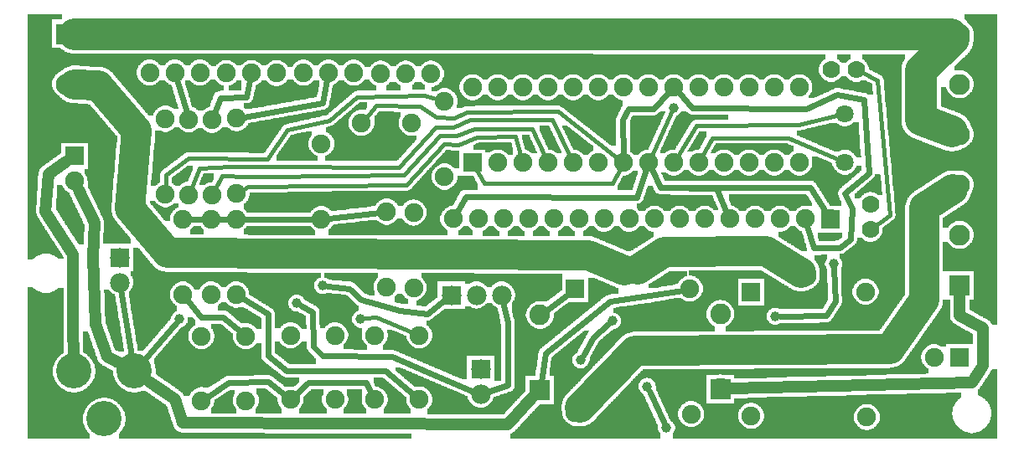
<source format=gbl>
G04 MADE WITH FRITZING*
G04 WWW.FRITZING.ORG*
G04 DOUBLE SIDED*
G04 HOLES PLATED*
G04 CONTOUR ON CENTER OF CONTOUR VECTOR*
%ASAXBY*%
%FSLAX23Y23*%
%MOIN*%
%OFA0B0*%
%SFA1.0B1.0*%
%ADD10C,0.075000*%
%ADD11C,0.039370*%
%ADD12C,0.078000*%
%ADD13C,0.083307*%
%ADD14C,0.140000*%
%ADD15C,0.070925*%
%ADD16C,0.070866*%
%ADD17C,0.070000*%
%ADD18C,0.082000*%
%ADD19R,0.078000X0.078000*%
%ADD20R,0.075000X0.075000*%
%ADD21R,0.083307X0.083307*%
%ADD22R,0.082000X0.082000*%
%ADD23C,0.016000*%
%ADD24C,0.024000*%
%ADD25C,0.048000*%
%ADD26C,0.128000*%
%ADD27C,0.120000*%
%LNCOPPER0*%
G90*
G70*
G54D10*
X116Y1381D03*
X1325Y1195D03*
X2495Y1281D03*
X513Y593D03*
X103Y543D03*
X1712Y493D03*
X3835Y1550D03*
X2027Y631D03*
G54D11*
X1364Y516D03*
X644Y516D03*
G54D12*
X1726Y612D03*
X1826Y612D03*
X1926Y612D03*
G54D11*
X2610Y1358D03*
X1111Y580D03*
X1214Y649D03*
X3014Y527D03*
X3247Y736D03*
G54D10*
X3746Y364D03*
X3646Y364D03*
G54D11*
X2367Y509D03*
X2581Y83D03*
X2241Y353D03*
X2505Y248D03*
G54D10*
X1569Y1298D03*
X1369Y1298D03*
G54D13*
X3748Y651D03*
X3748Y851D03*
X3748Y1051D03*
X3748Y1251D03*
X3748Y1451D03*
X3748Y1651D03*
X194Y1652D03*
X194Y1452D03*
G54D14*
X465Y309D03*
X225Y309D03*
X345Y119D03*
G54D15*
X3291Y1334D03*
G54D16*
X3291Y1141D03*
G54D10*
X1810Y1140D03*
X1810Y1440D03*
X1910Y1140D03*
X1910Y1440D03*
X2010Y1140D03*
X2010Y1440D03*
X2110Y1140D03*
X2110Y1440D03*
X2210Y1140D03*
X2210Y1440D03*
X2310Y1140D03*
X2310Y1440D03*
X2410Y1140D03*
X2410Y1440D03*
X2510Y1140D03*
X2510Y1440D03*
X2610Y1140D03*
X2610Y1440D03*
X2710Y1140D03*
X2710Y1440D03*
X2810Y1140D03*
X2810Y1440D03*
X2910Y1140D03*
X2910Y1440D03*
X3010Y1140D03*
X3010Y1440D03*
X3110Y1140D03*
X3110Y1440D03*
X3234Y916D03*
X3134Y916D03*
X3034Y916D03*
X2934Y916D03*
X2834Y916D03*
X2734Y916D03*
X2634Y916D03*
X2534Y916D03*
X2434Y916D03*
X2334Y916D03*
X2234Y916D03*
X2134Y916D03*
X2034Y916D03*
X1934Y916D03*
X1834Y916D03*
X1734Y916D03*
X2918Y625D03*
X2918Y131D03*
X3379Y126D03*
X3141Y687D03*
X3374Y625D03*
X2219Y638D03*
X2219Y144D03*
X2680Y138D03*
X2442Y699D03*
X2675Y638D03*
G54D12*
X1843Y317D03*
X1843Y217D03*
X407Y762D03*
X407Y662D03*
G54D17*
X3393Y973D03*
X3393Y873D03*
G54D10*
X909Y448D03*
X909Y192D03*
X732Y448D03*
X732Y192D03*
X1263Y452D03*
X1263Y196D03*
X1086Y452D03*
X1086Y196D03*
X1599Y452D03*
X1599Y196D03*
X1422Y452D03*
X1422Y196D03*
G54D17*
X3237Y1510D03*
X3337Y1510D03*
G54D10*
X526Y1498D03*
X626Y1498D03*
X726Y1498D03*
X1138Y1497D03*
X1238Y1497D03*
X1338Y1497D03*
X831Y1496D03*
X931Y1496D03*
X1031Y1496D03*
G54D18*
X2796Y239D03*
X2796Y537D03*
G54D10*
X227Y1166D03*
X227Y1066D03*
X1445Y1493D03*
X1545Y1493D03*
X1645Y1493D03*
G54D18*
X2079Y235D03*
X2079Y533D03*
G54D10*
X870Y614D03*
X870Y914D03*
X770Y614D03*
X770Y914D03*
X1699Y1384D03*
X1699Y1084D03*
X589Y1314D03*
X589Y1014D03*
X774Y1010D03*
X774Y1310D03*
X681Y1012D03*
X681Y1312D03*
X872Y1016D03*
X872Y1316D03*
X1576Y641D03*
X1576Y941D03*
X1469Y644D03*
X1469Y944D03*
X1209Y914D03*
X1209Y1214D03*
X658Y614D03*
X658Y914D03*
G54D19*
X1726Y612D03*
G54D20*
X3746Y364D03*
G54D21*
X3748Y651D03*
X194Y1652D03*
G54D20*
X1810Y1140D03*
X3234Y915D03*
X2918Y625D03*
X2219Y637D03*
G54D19*
X1843Y317D03*
X407Y762D03*
G54D22*
X2796Y238D03*
G54D20*
X227Y1166D03*
G54D22*
X2079Y234D03*
G54D23*
X1383Y519D02*
X1429Y525D01*
D02*
X1429Y525D02*
X1572Y463D01*
D02*
X1856Y1056D02*
X1821Y1120D01*
D02*
X2367Y1056D02*
X1856Y1056D01*
D02*
X2400Y1120D02*
X2367Y1056D01*
G54D24*
D02*
X911Y1402D02*
X806Y1398D01*
D02*
X806Y1398D02*
X784Y1337D01*
D02*
X925Y1468D02*
X911Y1402D01*
D02*
X632Y502D02*
X505Y355D01*
D02*
X2196Y620D02*
X2104Y552D01*
D02*
X1783Y1005D02*
X2464Y1002D01*
D02*
X2464Y1002D02*
X2501Y1113D01*
D02*
X1748Y941D02*
X1783Y1005D01*
G54D23*
D02*
X2605Y1346D02*
X2520Y1161D01*
G54D24*
D02*
X819Y524D02*
X731Y524D01*
D02*
X731Y524D02*
X676Y592D01*
D02*
X887Y467D02*
X819Y524D01*
G54D25*
D02*
X3841Y479D02*
X3841Y331D01*
D02*
X3841Y331D02*
X3796Y264D01*
D02*
X3796Y264D02*
X2839Y240D01*
D02*
X3748Y531D02*
X3841Y479D01*
D02*
X3748Y607D02*
X3748Y531D01*
D02*
X658Y103D02*
X627Y196D01*
D02*
X627Y196D02*
X524Y267D01*
D02*
X1951Y98D02*
X658Y103D01*
D02*
X2049Y203D02*
X1951Y98D01*
G54D24*
D02*
X1950Y503D02*
X1952Y253D01*
D02*
X1952Y253D02*
X1871Y226D01*
D02*
X1932Y583D02*
X1950Y503D01*
D02*
X996Y267D02*
X840Y263D01*
D02*
X840Y263D02*
X756Y208D01*
D02*
X1064Y214D02*
X996Y267D01*
D02*
X1387Y263D02*
X1158Y263D01*
D02*
X1158Y263D02*
X1107Y216D01*
D02*
X1408Y221D02*
X1387Y263D01*
D02*
X997Y369D02*
X1072Y311D01*
D02*
X997Y536D02*
X997Y369D01*
D02*
X1072Y311D02*
X1464Y311D01*
D02*
X1464Y311D02*
X1577Y214D01*
D02*
X895Y599D02*
X997Y536D01*
D02*
X1492Y366D02*
X1628Y308D01*
D02*
X1178Y408D02*
X1214Y369D01*
D02*
X1175Y544D02*
X1178Y408D01*
D02*
X1628Y308D02*
X1815Y228D01*
D02*
X1214Y369D02*
X1492Y366D01*
D02*
X1128Y571D02*
X1175Y544D01*
D02*
X1322Y638D02*
X1367Y594D01*
D02*
X1367Y594D02*
X1427Y576D01*
D02*
X1427Y576D02*
X1520Y552D01*
X1520Y552D02*
X1631Y538D01*
D02*
X1631Y538D02*
X1702Y594D01*
D02*
X1233Y647D02*
X1322Y638D01*
D02*
X3217Y530D02*
X3033Y527D01*
D02*
X3253Y586D02*
X3217Y530D01*
D02*
X3248Y717D02*
X3253Y586D01*
D02*
X2781Y1038D02*
X2822Y942D01*
D02*
X2559Y1040D02*
X2781Y1038D01*
D02*
X2523Y1114D02*
X2559Y1040D01*
D02*
X2513Y231D02*
X2574Y100D01*
D02*
X2291Y445D02*
X2250Y370D01*
D02*
X2352Y496D02*
X2291Y445D01*
G54D23*
D02*
X3107Y1290D02*
X2700Y1286D01*
D02*
X3270Y1329D02*
X3107Y1290D01*
D02*
X2700Y1286D02*
X2623Y1160D01*
D02*
X3067Y1238D02*
X2763Y1238D01*
D02*
X2763Y1238D02*
X2721Y1160D01*
D02*
X3272Y1149D02*
X3067Y1238D01*
G54D24*
D02*
X1181Y914D02*
X899Y914D01*
D02*
X634Y1471D02*
X673Y1340D01*
D02*
X1214Y1377D02*
X900Y1321D01*
D02*
X1232Y1469D02*
X1214Y1377D01*
G54D23*
D02*
X846Y1124D02*
X989Y1124D01*
D02*
X724Y1118D02*
X846Y1124D01*
D02*
X690Y1034D02*
X724Y1118D01*
D02*
X989Y1124D02*
X1519Y1122D01*
D02*
X1802Y1309D02*
X2128Y1311D01*
D02*
X1734Y1282D02*
X1802Y1309D01*
D02*
X1663Y1282D02*
X1734Y1282D01*
D02*
X1519Y1122D02*
X1663Y1282D01*
D02*
X2128Y1311D02*
X2200Y1161D01*
D02*
X913Y1085D02*
X989Y1083D01*
D02*
X813Y1088D02*
X913Y1085D01*
D02*
X1681Y1248D02*
X1746Y1248D01*
D02*
X1746Y1248D02*
X1817Y1275D01*
D02*
X1536Y1091D02*
X1681Y1248D01*
D02*
X1817Y1275D02*
X2049Y1275D01*
D02*
X989Y1083D02*
X1536Y1091D01*
D02*
X784Y1030D02*
X813Y1088D01*
D02*
X2049Y1275D02*
X2101Y1161D01*
D02*
X919Y1044D02*
X1549Y1051D01*
D02*
X1754Y1211D02*
X1829Y1242D01*
D02*
X1696Y1213D02*
X1754Y1211D01*
D02*
X1549Y1051D02*
X1696Y1213D01*
D02*
X1829Y1242D02*
X1981Y1243D01*
D02*
X1981Y1243D02*
X2004Y1162D01*
D02*
X892Y1028D02*
X919Y1044D01*
D02*
X1602Y1364D02*
X1429Y1367D01*
D02*
X1738Y1318D02*
X1667Y1319D01*
D02*
X1667Y1319D02*
X1602Y1364D01*
D02*
X1787Y1341D02*
X1738Y1318D01*
D02*
X1429Y1367D02*
X1384Y1315D01*
D02*
X2151Y1343D02*
X1787Y1341D01*
D02*
X2392Y1154D02*
X2151Y1343D01*
G54D24*
D02*
X2430Y1353D02*
X2530Y1355D01*
D02*
X2530Y1355D02*
X2591Y1419D01*
D02*
X2409Y1312D02*
X2430Y1353D01*
D02*
X2410Y1169D02*
X2409Y1312D01*
D02*
X2558Y1041D02*
X3153Y1041D01*
D02*
X3153Y1041D02*
X3218Y940D01*
D02*
X2523Y1114D02*
X2558Y1041D01*
D02*
X3313Y834D02*
X3272Y802D01*
D02*
X3367Y1389D02*
X3387Y1098D01*
D02*
X3262Y1409D02*
X3367Y1389D01*
D02*
X3138Y1354D02*
X3262Y1409D01*
D02*
X2684Y1358D02*
X3138Y1354D01*
D02*
X3387Y1098D02*
X3291Y1016D01*
D02*
X3291Y1016D02*
X3320Y958D01*
D02*
X3320Y958D02*
X3313Y834D01*
D02*
X3272Y802D02*
X3168Y799D01*
D02*
X3168Y799D02*
X3142Y888D01*
D02*
X2630Y1419D02*
X2684Y1358D01*
D02*
X1440Y941D02*
X1238Y918D01*
G54D25*
D02*
X356Y368D02*
X402Y343D01*
D02*
X311Y498D02*
X356Y368D01*
D02*
X300Y763D02*
X311Y498D01*
D02*
X306Y899D02*
X300Y763D01*
D02*
X244Y1030D02*
X306Y899D01*
G54D23*
D02*
X1242Y1308D02*
X1352Y1402D01*
D02*
X1619Y1407D02*
X1677Y1390D01*
D02*
X1352Y1402D02*
X1619Y1407D01*
D02*
X1074Y1270D02*
X1242Y1308D01*
D02*
X994Y1155D02*
X1074Y1270D01*
D02*
X681Y1158D02*
X994Y1155D01*
D02*
X592Y1091D02*
X681Y1158D01*
D02*
X590Y1037D02*
X592Y1091D01*
D02*
X3409Y885D02*
X3470Y931D01*
D02*
X3470Y931D02*
X3422Y1468D01*
D02*
X3422Y1468D02*
X3356Y1501D01*
G54D25*
D02*
X112Y945D02*
X222Y775D01*
D02*
X123Y1093D02*
X112Y945D01*
D02*
X222Y467D02*
X224Y381D01*
D02*
X222Y775D02*
X222Y467D01*
D02*
X194Y1143D02*
X123Y1093D01*
G54D24*
D02*
X2515Y609D02*
X2647Y632D01*
D02*
X2356Y586D02*
X2515Y609D01*
D02*
X2100Y379D02*
X2356Y586D01*
D02*
X2083Y266D02*
X2100Y379D01*
D02*
X687Y914D02*
X742Y914D01*
D02*
X799Y914D02*
X842Y914D01*
G54D26*
D02*
X3715Y1651D02*
X226Y1652D01*
D02*
X3594Y1310D02*
X3718Y1263D01*
D02*
X3594Y1506D02*
X3594Y1310D01*
D02*
X3724Y1629D02*
X3594Y1506D01*
G54D27*
D02*
X3607Y594D02*
X3607Y961D01*
D02*
X3607Y961D02*
X3721Y1034D01*
D02*
X3470Y398D02*
X3607Y594D01*
D02*
X2456Y390D02*
X3470Y398D01*
D02*
X2239Y164D02*
X2456Y390D01*
D02*
X2574Y783D02*
X2466Y714D01*
D02*
X2978Y786D02*
X2574Y783D01*
D02*
X3116Y702D02*
X2978Y786D01*
D02*
X448Y957D02*
X596Y779D01*
D02*
X474Y1268D02*
X448Y957D01*
D02*
X322Y1446D02*
X474Y1268D01*
D02*
X596Y779D02*
X2270Y772D01*
D02*
X226Y1451D02*
X322Y1446D01*
D02*
X2270Y772D02*
X2415Y710D01*
G54D24*
D02*
X412Y633D02*
X455Y369D01*
G36*
X40Y1732D02*
X40Y1550D01*
X1348Y1550D01*
X1348Y1548D01*
X1354Y1548D01*
X1354Y1546D01*
X1652Y1546D01*
X1652Y1544D01*
X1660Y1544D01*
X1660Y1542D01*
X1664Y1542D01*
X1664Y1540D01*
X1668Y1540D01*
X1668Y1538D01*
X1670Y1538D01*
X1670Y1536D01*
X1674Y1536D01*
X1674Y1534D01*
X1676Y1534D01*
X1676Y1532D01*
X1678Y1532D01*
X1678Y1530D01*
X1680Y1530D01*
X1680Y1528D01*
X1682Y1528D01*
X1682Y1526D01*
X1684Y1526D01*
X1684Y1524D01*
X1686Y1524D01*
X1686Y1522D01*
X1688Y1522D01*
X1688Y1518D01*
X1690Y1518D01*
X1690Y1514D01*
X1692Y1514D01*
X1692Y1512D01*
X1694Y1512D01*
X1694Y1506D01*
X1696Y1506D01*
X1696Y1496D01*
X1698Y1496D01*
X1698Y1492D01*
X3122Y1492D01*
X3122Y1490D01*
X3128Y1490D01*
X3128Y1488D01*
X3132Y1488D01*
X3132Y1486D01*
X3134Y1486D01*
X3134Y1484D01*
X3138Y1484D01*
X3138Y1482D01*
X3140Y1482D01*
X3140Y1480D01*
X3144Y1480D01*
X3144Y1478D01*
X3146Y1478D01*
X3146Y1476D01*
X3148Y1476D01*
X3148Y1474D01*
X3150Y1474D01*
X3150Y1470D01*
X3152Y1470D01*
X3152Y1468D01*
X3154Y1468D01*
X3154Y1466D01*
X3156Y1466D01*
X3156Y1462D01*
X3158Y1462D01*
X3158Y1460D01*
X3232Y1460D01*
X3232Y1462D01*
X3224Y1462D01*
X3224Y1464D01*
X3220Y1464D01*
X3220Y1466D01*
X3216Y1466D01*
X3216Y1468D01*
X3212Y1468D01*
X3212Y1470D01*
X3210Y1470D01*
X3210Y1472D01*
X3208Y1472D01*
X3208Y1474D01*
X3204Y1474D01*
X3204Y1476D01*
X3202Y1476D01*
X3202Y1478D01*
X3200Y1478D01*
X3200Y1482D01*
X3198Y1482D01*
X3198Y1484D01*
X3196Y1484D01*
X3196Y1486D01*
X3194Y1486D01*
X3194Y1490D01*
X3192Y1490D01*
X3192Y1494D01*
X3190Y1494D01*
X3190Y1498D01*
X3188Y1498D01*
X3188Y1510D01*
X3186Y1510D01*
X3186Y1512D01*
X3188Y1512D01*
X3188Y1522D01*
X3190Y1522D01*
X3190Y1528D01*
X3192Y1528D01*
X3192Y1532D01*
X3194Y1532D01*
X3194Y1534D01*
X3196Y1534D01*
X3196Y1538D01*
X3198Y1538D01*
X3198Y1540D01*
X3200Y1540D01*
X3200Y1542D01*
X3202Y1542D01*
X3202Y1544D01*
X3204Y1544D01*
X3204Y1546D01*
X3206Y1546D01*
X3206Y1548D01*
X3208Y1548D01*
X3208Y1550D01*
X3210Y1550D01*
X3210Y1552D01*
X3214Y1552D01*
X3214Y1572D01*
X2292Y1572D01*
X2292Y1574D01*
X212Y1574D01*
X212Y1576D01*
X204Y1576D01*
X204Y1578D01*
X198Y1578D01*
X198Y1580D01*
X194Y1580D01*
X194Y1582D01*
X188Y1582D01*
X188Y1584D01*
X186Y1584D01*
X186Y1586D01*
X182Y1586D01*
X182Y1588D01*
X180Y1588D01*
X180Y1590D01*
X176Y1590D01*
X176Y1592D01*
X174Y1592D01*
X174Y1594D01*
X172Y1594D01*
X172Y1596D01*
X136Y1596D01*
X136Y1708D01*
X138Y1708D01*
X138Y1710D01*
X174Y1710D01*
X174Y1712D01*
X176Y1712D01*
X176Y1732D01*
X40Y1732D01*
G37*
D02*
G36*
X40Y1550D02*
X40Y1526D01*
X246Y1526D01*
X246Y1524D01*
X286Y1524D01*
X286Y1522D01*
X326Y1522D01*
X326Y1520D01*
X340Y1520D01*
X340Y1518D01*
X346Y1518D01*
X346Y1516D01*
X352Y1516D01*
X352Y1514D01*
X356Y1514D01*
X356Y1512D01*
X360Y1512D01*
X360Y1510D01*
X364Y1510D01*
X364Y1508D01*
X366Y1508D01*
X366Y1506D01*
X368Y1506D01*
X368Y1504D01*
X370Y1504D01*
X370Y1502D01*
X374Y1502D01*
X374Y1500D01*
X376Y1500D01*
X376Y1498D01*
X378Y1498D01*
X378Y1496D01*
X380Y1496D01*
X380Y1492D01*
X382Y1492D01*
X382Y1490D01*
X384Y1490D01*
X384Y1488D01*
X386Y1488D01*
X386Y1486D01*
X388Y1486D01*
X388Y1484D01*
X390Y1484D01*
X390Y1482D01*
X392Y1482D01*
X392Y1478D01*
X394Y1478D01*
X394Y1476D01*
X396Y1476D01*
X396Y1474D01*
X398Y1474D01*
X398Y1472D01*
X400Y1472D01*
X400Y1470D01*
X402Y1470D01*
X402Y1466D01*
X404Y1466D01*
X404Y1464D01*
X406Y1464D01*
X406Y1462D01*
X408Y1462D01*
X408Y1460D01*
X410Y1460D01*
X410Y1458D01*
X412Y1458D01*
X412Y1456D01*
X414Y1456D01*
X414Y1452D01*
X416Y1452D01*
X416Y1450D01*
X418Y1450D01*
X418Y1448D01*
X420Y1448D01*
X420Y1446D01*
X516Y1446D01*
X516Y1448D01*
X510Y1448D01*
X510Y1450D01*
X506Y1450D01*
X506Y1452D01*
X502Y1452D01*
X502Y1454D01*
X500Y1454D01*
X500Y1456D01*
X496Y1456D01*
X496Y1458D01*
X494Y1458D01*
X494Y1460D01*
X492Y1460D01*
X492Y1462D01*
X490Y1462D01*
X490Y1464D01*
X488Y1464D01*
X488Y1466D01*
X486Y1466D01*
X486Y1468D01*
X484Y1468D01*
X484Y1470D01*
X482Y1470D01*
X482Y1474D01*
X480Y1474D01*
X480Y1478D01*
X478Y1478D01*
X478Y1482D01*
X476Y1482D01*
X476Y1488D01*
X474Y1488D01*
X474Y1510D01*
X476Y1510D01*
X476Y1514D01*
X478Y1514D01*
X478Y1518D01*
X480Y1518D01*
X480Y1522D01*
X482Y1522D01*
X482Y1526D01*
X484Y1526D01*
X484Y1528D01*
X486Y1528D01*
X486Y1530D01*
X488Y1530D01*
X488Y1532D01*
X490Y1532D01*
X490Y1534D01*
X492Y1534D01*
X492Y1536D01*
X494Y1536D01*
X494Y1538D01*
X496Y1538D01*
X496Y1540D01*
X498Y1540D01*
X498Y1542D01*
X502Y1542D01*
X502Y1544D01*
X504Y1544D01*
X504Y1546D01*
X508Y1546D01*
X508Y1548D01*
X514Y1548D01*
X514Y1550D01*
X40Y1550D01*
G37*
D02*
G36*
X538Y1550D02*
X538Y1548D01*
X542Y1548D01*
X542Y1546D01*
X546Y1546D01*
X546Y1544D01*
X550Y1544D01*
X550Y1542D01*
X554Y1542D01*
X554Y1540D01*
X556Y1540D01*
X556Y1538D01*
X558Y1538D01*
X558Y1536D01*
X560Y1536D01*
X560Y1534D01*
X562Y1534D01*
X562Y1532D01*
X564Y1532D01*
X564Y1530D01*
X566Y1530D01*
X566Y1528D01*
X586Y1528D01*
X586Y1530D01*
X588Y1530D01*
X588Y1532D01*
X590Y1532D01*
X590Y1534D01*
X592Y1534D01*
X592Y1536D01*
X594Y1536D01*
X594Y1538D01*
X596Y1538D01*
X596Y1540D01*
X598Y1540D01*
X598Y1542D01*
X602Y1542D01*
X602Y1544D01*
X604Y1544D01*
X604Y1546D01*
X608Y1546D01*
X608Y1548D01*
X614Y1548D01*
X614Y1550D01*
X538Y1550D01*
G37*
D02*
G36*
X638Y1550D02*
X638Y1548D01*
X642Y1548D01*
X642Y1546D01*
X646Y1546D01*
X646Y1544D01*
X650Y1544D01*
X650Y1542D01*
X654Y1542D01*
X654Y1540D01*
X656Y1540D01*
X656Y1538D01*
X658Y1538D01*
X658Y1536D01*
X660Y1536D01*
X660Y1534D01*
X662Y1534D01*
X662Y1532D01*
X664Y1532D01*
X664Y1530D01*
X666Y1530D01*
X666Y1528D01*
X686Y1528D01*
X686Y1530D01*
X688Y1530D01*
X688Y1532D01*
X690Y1532D01*
X690Y1534D01*
X692Y1534D01*
X692Y1536D01*
X694Y1536D01*
X694Y1538D01*
X696Y1538D01*
X696Y1540D01*
X698Y1540D01*
X698Y1542D01*
X702Y1542D01*
X702Y1544D01*
X704Y1544D01*
X704Y1546D01*
X708Y1546D01*
X708Y1548D01*
X714Y1548D01*
X714Y1550D01*
X638Y1550D01*
G37*
D02*
G36*
X738Y1550D02*
X738Y1548D01*
X1042Y1548D01*
X1042Y1546D01*
X1048Y1546D01*
X1048Y1544D01*
X1052Y1544D01*
X1052Y1542D01*
X1056Y1542D01*
X1056Y1540D01*
X1058Y1540D01*
X1058Y1538D01*
X1062Y1538D01*
X1062Y1536D01*
X1064Y1536D01*
X1064Y1534D01*
X1066Y1534D01*
X1066Y1532D01*
X1068Y1532D01*
X1068Y1530D01*
X1070Y1530D01*
X1070Y1528D01*
X1072Y1528D01*
X1072Y1526D01*
X1074Y1526D01*
X1074Y1522D01*
X1094Y1522D01*
X1094Y1524D01*
X1096Y1524D01*
X1096Y1528D01*
X1098Y1528D01*
X1098Y1530D01*
X1100Y1530D01*
X1100Y1532D01*
X1102Y1532D01*
X1102Y1534D01*
X1104Y1534D01*
X1104Y1536D01*
X1106Y1536D01*
X1106Y1538D01*
X1108Y1538D01*
X1108Y1540D01*
X1112Y1540D01*
X1112Y1542D01*
X1114Y1542D01*
X1114Y1544D01*
X1118Y1544D01*
X1118Y1546D01*
X1122Y1546D01*
X1122Y1548D01*
X1128Y1548D01*
X1128Y1550D01*
X738Y1550D01*
G37*
D02*
G36*
X1148Y1550D02*
X1148Y1548D01*
X1154Y1548D01*
X1154Y1546D01*
X1158Y1546D01*
X1158Y1544D01*
X1162Y1544D01*
X1162Y1542D01*
X1164Y1542D01*
X1164Y1540D01*
X1168Y1540D01*
X1168Y1538D01*
X1170Y1538D01*
X1170Y1536D01*
X1172Y1536D01*
X1172Y1534D01*
X1174Y1534D01*
X1174Y1532D01*
X1176Y1532D01*
X1176Y1530D01*
X1178Y1530D01*
X1178Y1528D01*
X1198Y1528D01*
X1198Y1530D01*
X1200Y1530D01*
X1200Y1532D01*
X1202Y1532D01*
X1202Y1534D01*
X1204Y1534D01*
X1204Y1536D01*
X1206Y1536D01*
X1206Y1538D01*
X1208Y1538D01*
X1208Y1540D01*
X1212Y1540D01*
X1212Y1542D01*
X1214Y1542D01*
X1214Y1544D01*
X1218Y1544D01*
X1218Y1546D01*
X1222Y1546D01*
X1222Y1548D01*
X1228Y1548D01*
X1228Y1550D01*
X1148Y1550D01*
G37*
D02*
G36*
X1248Y1550D02*
X1248Y1548D01*
X1254Y1548D01*
X1254Y1546D01*
X1258Y1546D01*
X1258Y1544D01*
X1262Y1544D01*
X1262Y1542D01*
X1264Y1542D01*
X1264Y1540D01*
X1268Y1540D01*
X1268Y1538D01*
X1270Y1538D01*
X1270Y1536D01*
X1272Y1536D01*
X1272Y1534D01*
X1274Y1534D01*
X1274Y1532D01*
X1276Y1532D01*
X1276Y1530D01*
X1278Y1530D01*
X1278Y1528D01*
X1298Y1528D01*
X1298Y1530D01*
X1300Y1530D01*
X1300Y1532D01*
X1302Y1532D01*
X1302Y1534D01*
X1304Y1534D01*
X1304Y1536D01*
X1306Y1536D01*
X1306Y1538D01*
X1308Y1538D01*
X1308Y1540D01*
X1312Y1540D01*
X1312Y1542D01*
X1314Y1542D01*
X1314Y1544D01*
X1318Y1544D01*
X1318Y1546D01*
X1322Y1546D01*
X1322Y1548D01*
X1328Y1548D01*
X1328Y1550D01*
X1248Y1550D01*
G37*
D02*
G36*
X742Y1548D02*
X742Y1546D01*
X746Y1546D01*
X746Y1544D01*
X750Y1544D01*
X750Y1542D01*
X754Y1542D01*
X754Y1540D01*
X756Y1540D01*
X756Y1538D01*
X758Y1538D01*
X758Y1536D01*
X760Y1536D01*
X760Y1534D01*
X762Y1534D01*
X762Y1532D01*
X764Y1532D01*
X764Y1530D01*
X766Y1530D01*
X766Y1528D01*
X768Y1528D01*
X768Y1526D01*
X770Y1526D01*
X770Y1524D01*
X790Y1524D01*
X790Y1526D01*
X792Y1526D01*
X792Y1530D01*
X794Y1530D01*
X794Y1532D01*
X796Y1532D01*
X796Y1534D01*
X800Y1534D01*
X800Y1536D01*
X802Y1536D01*
X802Y1538D01*
X804Y1538D01*
X804Y1540D01*
X808Y1540D01*
X808Y1542D01*
X810Y1542D01*
X810Y1544D01*
X814Y1544D01*
X814Y1546D01*
X820Y1546D01*
X820Y1548D01*
X742Y1548D01*
G37*
D02*
G36*
X842Y1548D02*
X842Y1546D01*
X848Y1546D01*
X848Y1544D01*
X852Y1544D01*
X852Y1542D01*
X856Y1542D01*
X856Y1540D01*
X858Y1540D01*
X858Y1538D01*
X862Y1538D01*
X862Y1536D01*
X864Y1536D01*
X864Y1534D01*
X866Y1534D01*
X866Y1532D01*
X868Y1532D01*
X868Y1530D01*
X870Y1530D01*
X870Y1528D01*
X872Y1528D01*
X872Y1526D01*
X892Y1526D01*
X892Y1530D01*
X894Y1530D01*
X894Y1532D01*
X896Y1532D01*
X896Y1534D01*
X900Y1534D01*
X900Y1536D01*
X902Y1536D01*
X902Y1538D01*
X904Y1538D01*
X904Y1540D01*
X908Y1540D01*
X908Y1542D01*
X910Y1542D01*
X910Y1544D01*
X914Y1544D01*
X914Y1546D01*
X920Y1546D01*
X920Y1548D01*
X842Y1548D01*
G37*
D02*
G36*
X942Y1548D02*
X942Y1546D01*
X948Y1546D01*
X948Y1544D01*
X952Y1544D01*
X952Y1542D01*
X956Y1542D01*
X956Y1540D01*
X958Y1540D01*
X958Y1538D01*
X962Y1538D01*
X962Y1536D01*
X964Y1536D01*
X964Y1534D01*
X966Y1534D01*
X966Y1532D01*
X968Y1532D01*
X968Y1530D01*
X970Y1530D01*
X970Y1528D01*
X972Y1528D01*
X972Y1526D01*
X992Y1526D01*
X992Y1530D01*
X994Y1530D01*
X994Y1532D01*
X996Y1532D01*
X996Y1534D01*
X1000Y1534D01*
X1000Y1536D01*
X1002Y1536D01*
X1002Y1538D01*
X1004Y1538D01*
X1004Y1540D01*
X1008Y1540D01*
X1008Y1542D01*
X1010Y1542D01*
X1010Y1544D01*
X1014Y1544D01*
X1014Y1546D01*
X1020Y1546D01*
X1020Y1548D01*
X942Y1548D01*
G37*
D02*
G36*
X1358Y1546D02*
X1358Y1544D01*
X1362Y1544D01*
X1362Y1542D01*
X1364Y1542D01*
X1364Y1540D01*
X1368Y1540D01*
X1368Y1538D01*
X1370Y1538D01*
X1370Y1536D01*
X1372Y1536D01*
X1372Y1534D01*
X1374Y1534D01*
X1374Y1532D01*
X1376Y1532D01*
X1376Y1530D01*
X1378Y1530D01*
X1378Y1528D01*
X1380Y1528D01*
X1380Y1524D01*
X1382Y1524D01*
X1382Y1522D01*
X1404Y1522D01*
X1404Y1524D01*
X1406Y1524D01*
X1406Y1526D01*
X1408Y1526D01*
X1408Y1530D01*
X1412Y1530D01*
X1412Y1532D01*
X1414Y1532D01*
X1414Y1534D01*
X1416Y1534D01*
X1416Y1536D01*
X1418Y1536D01*
X1418Y1538D01*
X1422Y1538D01*
X1422Y1540D01*
X1426Y1540D01*
X1426Y1542D01*
X1430Y1542D01*
X1430Y1544D01*
X1438Y1544D01*
X1438Y1546D01*
X1358Y1546D01*
G37*
D02*
G36*
X1452Y1546D02*
X1452Y1544D01*
X1460Y1544D01*
X1460Y1542D01*
X1464Y1542D01*
X1464Y1540D01*
X1468Y1540D01*
X1468Y1538D01*
X1470Y1538D01*
X1470Y1536D01*
X1474Y1536D01*
X1474Y1534D01*
X1476Y1534D01*
X1476Y1532D01*
X1478Y1532D01*
X1478Y1530D01*
X1480Y1530D01*
X1480Y1528D01*
X1482Y1528D01*
X1482Y1526D01*
X1484Y1526D01*
X1484Y1524D01*
X1506Y1524D01*
X1506Y1526D01*
X1508Y1526D01*
X1508Y1530D01*
X1512Y1530D01*
X1512Y1532D01*
X1514Y1532D01*
X1514Y1534D01*
X1516Y1534D01*
X1516Y1536D01*
X1518Y1536D01*
X1518Y1538D01*
X1522Y1538D01*
X1522Y1540D01*
X1526Y1540D01*
X1526Y1542D01*
X1530Y1542D01*
X1530Y1544D01*
X1538Y1544D01*
X1538Y1546D01*
X1452Y1546D01*
G37*
D02*
G36*
X1552Y1546D02*
X1552Y1544D01*
X1560Y1544D01*
X1560Y1542D01*
X1564Y1542D01*
X1564Y1540D01*
X1568Y1540D01*
X1568Y1538D01*
X1570Y1538D01*
X1570Y1536D01*
X1574Y1536D01*
X1574Y1534D01*
X1576Y1534D01*
X1576Y1532D01*
X1578Y1532D01*
X1578Y1530D01*
X1580Y1530D01*
X1580Y1528D01*
X1582Y1528D01*
X1582Y1526D01*
X1584Y1526D01*
X1584Y1524D01*
X1606Y1524D01*
X1606Y1526D01*
X1608Y1526D01*
X1608Y1530D01*
X1612Y1530D01*
X1612Y1532D01*
X1614Y1532D01*
X1614Y1534D01*
X1616Y1534D01*
X1616Y1536D01*
X1618Y1536D01*
X1618Y1538D01*
X1622Y1538D01*
X1622Y1540D01*
X1626Y1540D01*
X1626Y1542D01*
X1630Y1542D01*
X1630Y1544D01*
X1638Y1544D01*
X1638Y1546D01*
X1552Y1546D01*
G37*
D02*
G36*
X40Y1526D02*
X40Y1218D01*
X280Y1218D01*
X280Y1114D01*
X268Y1114D01*
X268Y1094D01*
X270Y1094D01*
X270Y1090D01*
X272Y1090D01*
X272Y1088D01*
X274Y1088D01*
X274Y1084D01*
X276Y1084D01*
X276Y1078D01*
X278Y1078D01*
X278Y1068D01*
X280Y1068D01*
X280Y1042D01*
X282Y1042D01*
X282Y1038D01*
X284Y1038D01*
X284Y1034D01*
X286Y1034D01*
X286Y1030D01*
X288Y1030D01*
X288Y1026D01*
X290Y1026D01*
X290Y1022D01*
X292Y1022D01*
X292Y1018D01*
X294Y1018D01*
X294Y1012D01*
X296Y1012D01*
X296Y1008D01*
X298Y1008D01*
X298Y1004D01*
X300Y1004D01*
X300Y1000D01*
X302Y1000D01*
X302Y996D01*
X304Y996D01*
X304Y992D01*
X306Y992D01*
X306Y988D01*
X308Y988D01*
X308Y984D01*
X310Y984D01*
X310Y980D01*
X312Y980D01*
X312Y976D01*
X314Y976D01*
X314Y970D01*
X316Y970D01*
X316Y966D01*
X318Y966D01*
X318Y962D01*
X320Y962D01*
X320Y958D01*
X322Y958D01*
X322Y954D01*
X324Y954D01*
X324Y950D01*
X326Y950D01*
X326Y946D01*
X328Y946D01*
X328Y942D01*
X330Y942D01*
X330Y938D01*
X332Y938D01*
X332Y932D01*
X334Y932D01*
X334Y928D01*
X336Y928D01*
X336Y924D01*
X338Y924D01*
X338Y920D01*
X340Y920D01*
X340Y916D01*
X342Y916D01*
X342Y910D01*
X344Y910D01*
X344Y862D01*
X342Y862D01*
X342Y816D01*
X452Y816D01*
X452Y836D01*
X450Y836D01*
X450Y838D01*
X448Y838D01*
X448Y842D01*
X446Y842D01*
X446Y844D01*
X444Y844D01*
X444Y846D01*
X442Y846D01*
X442Y848D01*
X440Y848D01*
X440Y850D01*
X438Y850D01*
X438Y854D01*
X436Y854D01*
X436Y856D01*
X434Y856D01*
X434Y858D01*
X432Y858D01*
X432Y860D01*
X430Y860D01*
X430Y862D01*
X428Y862D01*
X428Y866D01*
X426Y866D01*
X426Y868D01*
X424Y868D01*
X424Y870D01*
X422Y870D01*
X422Y872D01*
X420Y872D01*
X420Y874D01*
X418Y874D01*
X418Y878D01*
X416Y878D01*
X416Y880D01*
X414Y880D01*
X414Y882D01*
X412Y882D01*
X412Y884D01*
X410Y884D01*
X410Y886D01*
X408Y886D01*
X408Y890D01*
X406Y890D01*
X406Y892D01*
X404Y892D01*
X404Y894D01*
X402Y894D01*
X402Y896D01*
X400Y896D01*
X400Y898D01*
X398Y898D01*
X398Y902D01*
X396Y902D01*
X396Y904D01*
X394Y904D01*
X394Y906D01*
X392Y906D01*
X392Y908D01*
X390Y908D01*
X390Y912D01*
X388Y912D01*
X388Y914D01*
X386Y914D01*
X386Y916D01*
X384Y916D01*
X384Y920D01*
X382Y920D01*
X382Y924D01*
X380Y924D01*
X380Y928D01*
X378Y928D01*
X378Y934D01*
X376Y934D01*
X376Y940D01*
X374Y940D01*
X374Y982D01*
X376Y982D01*
X376Y1006D01*
X378Y1006D01*
X378Y1030D01*
X380Y1030D01*
X380Y1054D01*
X382Y1054D01*
X382Y1078D01*
X384Y1078D01*
X384Y1102D01*
X386Y1102D01*
X386Y1126D01*
X388Y1126D01*
X388Y1150D01*
X390Y1150D01*
X390Y1174D01*
X392Y1174D01*
X392Y1198D01*
X394Y1198D01*
X394Y1222D01*
X396Y1222D01*
X396Y1246D01*
X394Y1246D01*
X394Y1248D01*
X392Y1248D01*
X392Y1250D01*
X390Y1250D01*
X390Y1252D01*
X388Y1252D01*
X388Y1254D01*
X386Y1254D01*
X386Y1258D01*
X384Y1258D01*
X384Y1260D01*
X382Y1260D01*
X382Y1262D01*
X380Y1262D01*
X380Y1264D01*
X378Y1264D01*
X378Y1266D01*
X376Y1266D01*
X376Y1268D01*
X374Y1268D01*
X374Y1272D01*
X372Y1272D01*
X372Y1274D01*
X370Y1274D01*
X370Y1276D01*
X368Y1276D01*
X368Y1278D01*
X366Y1278D01*
X366Y1280D01*
X364Y1280D01*
X364Y1282D01*
X362Y1282D01*
X362Y1286D01*
X360Y1286D01*
X360Y1288D01*
X358Y1288D01*
X358Y1290D01*
X356Y1290D01*
X356Y1292D01*
X354Y1292D01*
X354Y1294D01*
X352Y1294D01*
X352Y1296D01*
X350Y1296D01*
X350Y1300D01*
X348Y1300D01*
X348Y1302D01*
X346Y1302D01*
X346Y1304D01*
X344Y1304D01*
X344Y1306D01*
X342Y1306D01*
X342Y1308D01*
X340Y1308D01*
X340Y1310D01*
X338Y1310D01*
X338Y1314D01*
X336Y1314D01*
X336Y1316D01*
X334Y1316D01*
X334Y1318D01*
X332Y1318D01*
X332Y1320D01*
X330Y1320D01*
X330Y1322D01*
X328Y1322D01*
X328Y1324D01*
X326Y1324D01*
X326Y1328D01*
X324Y1328D01*
X324Y1330D01*
X322Y1330D01*
X322Y1332D01*
X320Y1332D01*
X320Y1334D01*
X318Y1334D01*
X318Y1336D01*
X316Y1336D01*
X316Y1340D01*
X314Y1340D01*
X314Y1342D01*
X312Y1342D01*
X312Y1344D01*
X310Y1344D01*
X310Y1346D01*
X308Y1346D01*
X308Y1348D01*
X306Y1348D01*
X306Y1350D01*
X304Y1350D01*
X304Y1354D01*
X302Y1354D01*
X302Y1356D01*
X300Y1356D01*
X300Y1358D01*
X298Y1358D01*
X298Y1360D01*
X296Y1360D01*
X296Y1362D01*
X294Y1362D01*
X294Y1364D01*
X292Y1364D01*
X292Y1368D01*
X290Y1368D01*
X290Y1370D01*
X288Y1370D01*
X288Y1372D01*
X282Y1372D01*
X282Y1374D01*
X242Y1374D01*
X242Y1376D01*
X214Y1376D01*
X214Y1378D01*
X206Y1378D01*
X206Y1380D01*
X200Y1380D01*
X200Y1382D01*
X194Y1382D01*
X194Y1384D01*
X190Y1384D01*
X190Y1386D01*
X188Y1386D01*
X188Y1388D01*
X184Y1388D01*
X184Y1390D01*
X182Y1390D01*
X182Y1392D01*
X178Y1392D01*
X178Y1394D01*
X176Y1394D01*
X176Y1396D01*
X174Y1396D01*
X174Y1398D01*
X172Y1398D01*
X172Y1400D01*
X170Y1400D01*
X170Y1402D01*
X168Y1402D01*
X168Y1404D01*
X166Y1404D01*
X166Y1406D01*
X162Y1406D01*
X162Y1408D01*
X160Y1408D01*
X160Y1410D01*
X158Y1410D01*
X158Y1412D01*
X156Y1412D01*
X156Y1414D01*
X154Y1414D01*
X154Y1416D01*
X152Y1416D01*
X152Y1418D01*
X150Y1418D01*
X150Y1420D01*
X148Y1420D01*
X148Y1424D01*
X146Y1424D01*
X146Y1426D01*
X144Y1426D01*
X144Y1430D01*
X142Y1430D01*
X142Y1434D01*
X140Y1434D01*
X140Y1440D01*
X138Y1440D01*
X138Y1466D01*
X140Y1466D01*
X140Y1470D01*
X142Y1470D01*
X142Y1474D01*
X144Y1474D01*
X144Y1478D01*
X146Y1478D01*
X146Y1482D01*
X148Y1482D01*
X148Y1484D01*
X150Y1484D01*
X150Y1486D01*
X152Y1486D01*
X152Y1490D01*
X154Y1490D01*
X154Y1492D01*
X156Y1492D01*
X156Y1494D01*
X160Y1494D01*
X160Y1496D01*
X162Y1496D01*
X162Y1498D01*
X164Y1498D01*
X164Y1500D01*
X168Y1500D01*
X168Y1502D01*
X170Y1502D01*
X170Y1504D01*
X174Y1504D01*
X174Y1506D01*
X176Y1506D01*
X176Y1508D01*
X180Y1508D01*
X180Y1510D01*
X182Y1510D01*
X182Y1512D01*
X184Y1512D01*
X184Y1514D01*
X188Y1514D01*
X188Y1516D01*
X192Y1516D01*
X192Y1518D01*
X196Y1518D01*
X196Y1520D01*
X200Y1520D01*
X200Y1522D01*
X206Y1522D01*
X206Y1524D01*
X214Y1524D01*
X214Y1526D01*
X40Y1526D01*
G37*
D02*
G36*
X1698Y1492D02*
X1698Y1490D01*
X1696Y1490D01*
X1696Y1480D01*
X1694Y1480D01*
X1694Y1476D01*
X1692Y1476D01*
X1692Y1472D01*
X1690Y1472D01*
X1690Y1468D01*
X1688Y1468D01*
X1688Y1466D01*
X1686Y1466D01*
X1686Y1462D01*
X1684Y1462D01*
X1684Y1460D01*
X1682Y1460D01*
X1682Y1458D01*
X1680Y1458D01*
X1680Y1456D01*
X1678Y1456D01*
X1678Y1454D01*
X1676Y1454D01*
X1676Y1452D01*
X1672Y1452D01*
X1672Y1450D01*
X1670Y1450D01*
X1670Y1448D01*
X1666Y1448D01*
X1666Y1446D01*
X1662Y1446D01*
X1662Y1444D01*
X1658Y1444D01*
X1658Y1442D01*
X1648Y1442D01*
X1648Y1436D01*
X1710Y1436D01*
X1710Y1434D01*
X1716Y1434D01*
X1716Y1432D01*
X1720Y1432D01*
X1720Y1430D01*
X1724Y1430D01*
X1724Y1428D01*
X1726Y1428D01*
X1726Y1426D01*
X1728Y1426D01*
X1728Y1424D01*
X1732Y1424D01*
X1732Y1422D01*
X1734Y1422D01*
X1734Y1420D01*
X1736Y1420D01*
X1736Y1418D01*
X1738Y1418D01*
X1738Y1416D01*
X1740Y1416D01*
X1740Y1412D01*
X1742Y1412D01*
X1742Y1410D01*
X1744Y1410D01*
X1744Y1406D01*
X1746Y1406D01*
X1746Y1402D01*
X1748Y1402D01*
X1748Y1398D01*
X1750Y1398D01*
X1750Y1390D01*
X1752Y1390D01*
X1752Y1388D01*
X1802Y1388D01*
X1802Y1390D01*
X1796Y1390D01*
X1796Y1392D01*
X1790Y1392D01*
X1790Y1394D01*
X1788Y1394D01*
X1788Y1396D01*
X1784Y1396D01*
X1784Y1398D01*
X1782Y1398D01*
X1782Y1400D01*
X1778Y1400D01*
X1778Y1402D01*
X1776Y1402D01*
X1776Y1404D01*
X1774Y1404D01*
X1774Y1406D01*
X1772Y1406D01*
X1772Y1408D01*
X1770Y1408D01*
X1770Y1412D01*
X1768Y1412D01*
X1768Y1414D01*
X1766Y1414D01*
X1766Y1418D01*
X1764Y1418D01*
X1764Y1420D01*
X1762Y1420D01*
X1762Y1426D01*
X1760Y1426D01*
X1760Y1432D01*
X1758Y1432D01*
X1758Y1450D01*
X1760Y1450D01*
X1760Y1456D01*
X1762Y1456D01*
X1762Y1460D01*
X1764Y1460D01*
X1764Y1464D01*
X1766Y1464D01*
X1766Y1466D01*
X1768Y1466D01*
X1768Y1470D01*
X1770Y1470D01*
X1770Y1472D01*
X1772Y1472D01*
X1772Y1474D01*
X1774Y1474D01*
X1774Y1476D01*
X1776Y1476D01*
X1776Y1478D01*
X1778Y1478D01*
X1778Y1480D01*
X1780Y1480D01*
X1780Y1482D01*
X1782Y1482D01*
X1782Y1484D01*
X1786Y1484D01*
X1786Y1486D01*
X1790Y1486D01*
X1790Y1488D01*
X1794Y1488D01*
X1794Y1490D01*
X1798Y1490D01*
X1798Y1492D01*
X1698Y1492D01*
G37*
D02*
G36*
X1822Y1492D02*
X1822Y1490D01*
X1828Y1490D01*
X1828Y1488D01*
X1832Y1488D01*
X1832Y1486D01*
X1834Y1486D01*
X1834Y1484D01*
X1838Y1484D01*
X1838Y1482D01*
X1840Y1482D01*
X1840Y1480D01*
X1844Y1480D01*
X1844Y1478D01*
X1846Y1478D01*
X1846Y1476D01*
X1848Y1476D01*
X1848Y1474D01*
X1850Y1474D01*
X1850Y1470D01*
X1870Y1470D01*
X1870Y1472D01*
X1872Y1472D01*
X1872Y1474D01*
X1874Y1474D01*
X1874Y1476D01*
X1876Y1476D01*
X1876Y1478D01*
X1878Y1478D01*
X1878Y1480D01*
X1880Y1480D01*
X1880Y1482D01*
X1882Y1482D01*
X1882Y1484D01*
X1886Y1484D01*
X1886Y1486D01*
X1890Y1486D01*
X1890Y1488D01*
X1894Y1488D01*
X1894Y1490D01*
X1898Y1490D01*
X1898Y1492D01*
X1822Y1492D01*
G37*
D02*
G36*
X1922Y1492D02*
X1922Y1490D01*
X1928Y1490D01*
X1928Y1488D01*
X1932Y1488D01*
X1932Y1486D01*
X1934Y1486D01*
X1934Y1484D01*
X1938Y1484D01*
X1938Y1482D01*
X1940Y1482D01*
X1940Y1480D01*
X1944Y1480D01*
X1944Y1478D01*
X1946Y1478D01*
X1946Y1476D01*
X1948Y1476D01*
X1948Y1474D01*
X1950Y1474D01*
X1950Y1470D01*
X1970Y1470D01*
X1970Y1472D01*
X1972Y1472D01*
X1972Y1474D01*
X1974Y1474D01*
X1974Y1476D01*
X1976Y1476D01*
X1976Y1478D01*
X1978Y1478D01*
X1978Y1480D01*
X1980Y1480D01*
X1980Y1482D01*
X1982Y1482D01*
X1982Y1484D01*
X1986Y1484D01*
X1986Y1486D01*
X1990Y1486D01*
X1990Y1488D01*
X1994Y1488D01*
X1994Y1490D01*
X1998Y1490D01*
X1998Y1492D01*
X1922Y1492D01*
G37*
D02*
G36*
X2022Y1492D02*
X2022Y1490D01*
X2028Y1490D01*
X2028Y1488D01*
X2032Y1488D01*
X2032Y1486D01*
X2034Y1486D01*
X2034Y1484D01*
X2038Y1484D01*
X2038Y1482D01*
X2040Y1482D01*
X2040Y1480D01*
X2044Y1480D01*
X2044Y1478D01*
X2046Y1478D01*
X2046Y1476D01*
X2048Y1476D01*
X2048Y1474D01*
X2050Y1474D01*
X2050Y1470D01*
X2070Y1470D01*
X2070Y1472D01*
X2072Y1472D01*
X2072Y1474D01*
X2074Y1474D01*
X2074Y1476D01*
X2076Y1476D01*
X2076Y1478D01*
X2078Y1478D01*
X2078Y1480D01*
X2080Y1480D01*
X2080Y1482D01*
X2082Y1482D01*
X2082Y1484D01*
X2086Y1484D01*
X2086Y1486D01*
X2090Y1486D01*
X2090Y1488D01*
X2094Y1488D01*
X2094Y1490D01*
X2098Y1490D01*
X2098Y1492D01*
X2022Y1492D01*
G37*
D02*
G36*
X2122Y1492D02*
X2122Y1490D01*
X2128Y1490D01*
X2128Y1488D01*
X2132Y1488D01*
X2132Y1486D01*
X2134Y1486D01*
X2134Y1484D01*
X2138Y1484D01*
X2138Y1482D01*
X2140Y1482D01*
X2140Y1480D01*
X2144Y1480D01*
X2144Y1478D01*
X2146Y1478D01*
X2146Y1476D01*
X2148Y1476D01*
X2148Y1474D01*
X2150Y1474D01*
X2150Y1470D01*
X2170Y1470D01*
X2170Y1472D01*
X2172Y1472D01*
X2172Y1474D01*
X2174Y1474D01*
X2174Y1476D01*
X2176Y1476D01*
X2176Y1478D01*
X2178Y1478D01*
X2178Y1480D01*
X2180Y1480D01*
X2180Y1482D01*
X2182Y1482D01*
X2182Y1484D01*
X2186Y1484D01*
X2186Y1486D01*
X2190Y1486D01*
X2190Y1488D01*
X2194Y1488D01*
X2194Y1490D01*
X2198Y1490D01*
X2198Y1492D01*
X2122Y1492D01*
G37*
D02*
G36*
X2222Y1492D02*
X2222Y1490D01*
X2228Y1490D01*
X2228Y1488D01*
X2232Y1488D01*
X2232Y1486D01*
X2234Y1486D01*
X2234Y1484D01*
X2238Y1484D01*
X2238Y1482D01*
X2240Y1482D01*
X2240Y1480D01*
X2244Y1480D01*
X2244Y1478D01*
X2246Y1478D01*
X2246Y1476D01*
X2248Y1476D01*
X2248Y1474D01*
X2250Y1474D01*
X2250Y1470D01*
X2270Y1470D01*
X2270Y1472D01*
X2272Y1472D01*
X2272Y1474D01*
X2274Y1474D01*
X2274Y1476D01*
X2276Y1476D01*
X2276Y1478D01*
X2278Y1478D01*
X2278Y1480D01*
X2280Y1480D01*
X2280Y1482D01*
X2282Y1482D01*
X2282Y1484D01*
X2286Y1484D01*
X2286Y1486D01*
X2290Y1486D01*
X2290Y1488D01*
X2294Y1488D01*
X2294Y1490D01*
X2298Y1490D01*
X2298Y1492D01*
X2222Y1492D01*
G37*
D02*
G36*
X2322Y1492D02*
X2322Y1490D01*
X2328Y1490D01*
X2328Y1488D01*
X2332Y1488D01*
X2332Y1486D01*
X2334Y1486D01*
X2334Y1484D01*
X2338Y1484D01*
X2338Y1482D01*
X2340Y1482D01*
X2340Y1480D01*
X2344Y1480D01*
X2344Y1478D01*
X2346Y1478D01*
X2346Y1476D01*
X2348Y1476D01*
X2348Y1474D01*
X2350Y1474D01*
X2350Y1470D01*
X2370Y1470D01*
X2370Y1472D01*
X2372Y1472D01*
X2372Y1474D01*
X2374Y1474D01*
X2374Y1476D01*
X2376Y1476D01*
X2376Y1478D01*
X2378Y1478D01*
X2378Y1480D01*
X2380Y1480D01*
X2380Y1482D01*
X2382Y1482D01*
X2382Y1484D01*
X2386Y1484D01*
X2386Y1486D01*
X2390Y1486D01*
X2390Y1488D01*
X2394Y1488D01*
X2394Y1490D01*
X2398Y1490D01*
X2398Y1492D01*
X2322Y1492D01*
G37*
D02*
G36*
X2422Y1492D02*
X2422Y1490D01*
X2428Y1490D01*
X2428Y1488D01*
X2432Y1488D01*
X2432Y1486D01*
X2434Y1486D01*
X2434Y1484D01*
X2438Y1484D01*
X2438Y1482D01*
X2440Y1482D01*
X2440Y1480D01*
X2444Y1480D01*
X2444Y1478D01*
X2446Y1478D01*
X2446Y1476D01*
X2448Y1476D01*
X2448Y1474D01*
X2450Y1474D01*
X2450Y1470D01*
X2470Y1470D01*
X2470Y1472D01*
X2472Y1472D01*
X2472Y1474D01*
X2474Y1474D01*
X2474Y1476D01*
X2476Y1476D01*
X2476Y1478D01*
X2478Y1478D01*
X2478Y1480D01*
X2480Y1480D01*
X2480Y1482D01*
X2482Y1482D01*
X2482Y1484D01*
X2486Y1484D01*
X2486Y1486D01*
X2490Y1486D01*
X2490Y1488D01*
X2494Y1488D01*
X2494Y1490D01*
X2498Y1490D01*
X2498Y1492D01*
X2422Y1492D01*
G37*
D02*
G36*
X2522Y1492D02*
X2522Y1490D01*
X2528Y1490D01*
X2528Y1488D01*
X2532Y1488D01*
X2532Y1486D01*
X2534Y1486D01*
X2534Y1484D01*
X2538Y1484D01*
X2538Y1482D01*
X2540Y1482D01*
X2540Y1480D01*
X2544Y1480D01*
X2544Y1478D01*
X2546Y1478D01*
X2546Y1476D01*
X2548Y1476D01*
X2548Y1474D01*
X2550Y1474D01*
X2550Y1470D01*
X2570Y1470D01*
X2570Y1472D01*
X2572Y1472D01*
X2572Y1474D01*
X2574Y1474D01*
X2574Y1476D01*
X2576Y1476D01*
X2576Y1478D01*
X2578Y1478D01*
X2578Y1480D01*
X2580Y1480D01*
X2580Y1482D01*
X2582Y1482D01*
X2582Y1484D01*
X2586Y1484D01*
X2586Y1486D01*
X2590Y1486D01*
X2590Y1488D01*
X2594Y1488D01*
X2594Y1490D01*
X2598Y1490D01*
X2598Y1492D01*
X2522Y1492D01*
G37*
D02*
G36*
X2622Y1492D02*
X2622Y1490D01*
X2628Y1490D01*
X2628Y1488D01*
X2632Y1488D01*
X2632Y1486D01*
X2634Y1486D01*
X2634Y1484D01*
X2638Y1484D01*
X2638Y1482D01*
X2640Y1482D01*
X2640Y1480D01*
X2644Y1480D01*
X2644Y1478D01*
X2646Y1478D01*
X2646Y1476D01*
X2648Y1476D01*
X2648Y1474D01*
X2650Y1474D01*
X2650Y1470D01*
X2670Y1470D01*
X2670Y1472D01*
X2672Y1472D01*
X2672Y1474D01*
X2674Y1474D01*
X2674Y1476D01*
X2676Y1476D01*
X2676Y1478D01*
X2678Y1478D01*
X2678Y1480D01*
X2680Y1480D01*
X2680Y1482D01*
X2682Y1482D01*
X2682Y1484D01*
X2686Y1484D01*
X2686Y1486D01*
X2690Y1486D01*
X2690Y1488D01*
X2694Y1488D01*
X2694Y1490D01*
X2698Y1490D01*
X2698Y1492D01*
X2622Y1492D01*
G37*
D02*
G36*
X2722Y1492D02*
X2722Y1490D01*
X2728Y1490D01*
X2728Y1488D01*
X2732Y1488D01*
X2732Y1486D01*
X2734Y1486D01*
X2734Y1484D01*
X2738Y1484D01*
X2738Y1482D01*
X2740Y1482D01*
X2740Y1480D01*
X2744Y1480D01*
X2744Y1478D01*
X2746Y1478D01*
X2746Y1476D01*
X2748Y1476D01*
X2748Y1474D01*
X2750Y1474D01*
X2750Y1470D01*
X2770Y1470D01*
X2770Y1472D01*
X2772Y1472D01*
X2772Y1474D01*
X2774Y1474D01*
X2774Y1476D01*
X2776Y1476D01*
X2776Y1478D01*
X2778Y1478D01*
X2778Y1480D01*
X2780Y1480D01*
X2780Y1482D01*
X2782Y1482D01*
X2782Y1484D01*
X2786Y1484D01*
X2786Y1486D01*
X2790Y1486D01*
X2790Y1488D01*
X2794Y1488D01*
X2794Y1490D01*
X2798Y1490D01*
X2798Y1492D01*
X2722Y1492D01*
G37*
D02*
G36*
X2822Y1492D02*
X2822Y1490D01*
X2828Y1490D01*
X2828Y1488D01*
X2832Y1488D01*
X2832Y1486D01*
X2834Y1486D01*
X2834Y1484D01*
X2838Y1484D01*
X2838Y1482D01*
X2840Y1482D01*
X2840Y1480D01*
X2844Y1480D01*
X2844Y1478D01*
X2846Y1478D01*
X2846Y1476D01*
X2848Y1476D01*
X2848Y1474D01*
X2850Y1474D01*
X2850Y1470D01*
X2870Y1470D01*
X2870Y1472D01*
X2872Y1472D01*
X2872Y1474D01*
X2874Y1474D01*
X2874Y1476D01*
X2876Y1476D01*
X2876Y1478D01*
X2878Y1478D01*
X2878Y1480D01*
X2880Y1480D01*
X2880Y1482D01*
X2882Y1482D01*
X2882Y1484D01*
X2886Y1484D01*
X2886Y1486D01*
X2890Y1486D01*
X2890Y1488D01*
X2894Y1488D01*
X2894Y1490D01*
X2898Y1490D01*
X2898Y1492D01*
X2822Y1492D01*
G37*
D02*
G36*
X2922Y1492D02*
X2922Y1490D01*
X2928Y1490D01*
X2928Y1488D01*
X2932Y1488D01*
X2932Y1486D01*
X2934Y1486D01*
X2934Y1484D01*
X2938Y1484D01*
X2938Y1482D01*
X2940Y1482D01*
X2940Y1480D01*
X2944Y1480D01*
X2944Y1478D01*
X2946Y1478D01*
X2946Y1476D01*
X2948Y1476D01*
X2948Y1474D01*
X2950Y1474D01*
X2950Y1470D01*
X2970Y1470D01*
X2970Y1472D01*
X2972Y1472D01*
X2972Y1474D01*
X2974Y1474D01*
X2974Y1476D01*
X2976Y1476D01*
X2976Y1478D01*
X2978Y1478D01*
X2978Y1480D01*
X2980Y1480D01*
X2980Y1482D01*
X2982Y1482D01*
X2982Y1484D01*
X2986Y1484D01*
X2986Y1486D01*
X2990Y1486D01*
X2990Y1488D01*
X2994Y1488D01*
X2994Y1490D01*
X2998Y1490D01*
X2998Y1492D01*
X2922Y1492D01*
G37*
D02*
G36*
X3022Y1492D02*
X3022Y1490D01*
X3028Y1490D01*
X3028Y1488D01*
X3032Y1488D01*
X3032Y1486D01*
X3034Y1486D01*
X3034Y1484D01*
X3038Y1484D01*
X3038Y1482D01*
X3040Y1482D01*
X3040Y1480D01*
X3044Y1480D01*
X3044Y1478D01*
X3046Y1478D01*
X3046Y1476D01*
X3048Y1476D01*
X3048Y1474D01*
X3050Y1474D01*
X3050Y1470D01*
X3070Y1470D01*
X3070Y1472D01*
X3072Y1472D01*
X3072Y1474D01*
X3074Y1474D01*
X3074Y1476D01*
X3076Y1476D01*
X3076Y1478D01*
X3078Y1478D01*
X3078Y1480D01*
X3080Y1480D01*
X3080Y1482D01*
X3082Y1482D01*
X3082Y1484D01*
X3086Y1484D01*
X3086Y1486D01*
X3090Y1486D01*
X3090Y1488D01*
X3094Y1488D01*
X3094Y1490D01*
X3098Y1490D01*
X3098Y1492D01*
X3022Y1492D01*
G37*
D02*
G36*
X3276Y1484D02*
X3276Y1482D01*
X3274Y1482D01*
X3274Y1478D01*
X3272Y1478D01*
X3272Y1476D01*
X3270Y1476D01*
X3270Y1474D01*
X3266Y1474D01*
X3266Y1472D01*
X3264Y1472D01*
X3264Y1470D01*
X3262Y1470D01*
X3262Y1468D01*
X3258Y1468D01*
X3258Y1466D01*
X3254Y1466D01*
X3254Y1464D01*
X3250Y1464D01*
X3250Y1462D01*
X3242Y1462D01*
X3242Y1460D01*
X3332Y1460D01*
X3332Y1462D01*
X3324Y1462D01*
X3324Y1464D01*
X3320Y1464D01*
X3320Y1466D01*
X3316Y1466D01*
X3316Y1468D01*
X3312Y1468D01*
X3312Y1470D01*
X3310Y1470D01*
X3310Y1472D01*
X3308Y1472D01*
X3308Y1474D01*
X3304Y1474D01*
X3304Y1476D01*
X3302Y1476D01*
X3302Y1478D01*
X3300Y1478D01*
X3300Y1482D01*
X3298Y1482D01*
X3298Y1484D01*
X3276Y1484D01*
G37*
D02*
G36*
X566Y1468D02*
X566Y1466D01*
X564Y1466D01*
X564Y1464D01*
X562Y1464D01*
X562Y1462D01*
X560Y1462D01*
X560Y1460D01*
X558Y1460D01*
X558Y1458D01*
X556Y1458D01*
X556Y1456D01*
X552Y1456D01*
X552Y1454D01*
X550Y1454D01*
X550Y1452D01*
X546Y1452D01*
X546Y1450D01*
X542Y1450D01*
X542Y1448D01*
X536Y1448D01*
X536Y1446D01*
X614Y1446D01*
X614Y1448D01*
X610Y1448D01*
X610Y1450D01*
X606Y1450D01*
X606Y1452D01*
X602Y1452D01*
X602Y1454D01*
X600Y1454D01*
X600Y1456D01*
X596Y1456D01*
X596Y1458D01*
X594Y1458D01*
X594Y1460D01*
X592Y1460D01*
X592Y1462D01*
X590Y1462D01*
X590Y1464D01*
X588Y1464D01*
X588Y1466D01*
X586Y1466D01*
X586Y1468D01*
X566Y1468D01*
G37*
D02*
G36*
X3354Y1466D02*
X3354Y1464D01*
X3350Y1464D01*
X3350Y1462D01*
X3342Y1462D01*
X3342Y1460D01*
X3386Y1460D01*
X3386Y1462D01*
X3382Y1462D01*
X3382Y1464D01*
X3378Y1464D01*
X3378Y1466D01*
X3354Y1466D01*
G37*
D02*
G36*
X3158Y1460D02*
X3158Y1458D01*
X3390Y1458D01*
X3390Y1460D01*
X3158Y1460D01*
G37*
D02*
G36*
X3158Y1460D02*
X3158Y1458D01*
X3390Y1458D01*
X3390Y1460D01*
X3158Y1460D01*
G37*
D02*
G36*
X3158Y1460D02*
X3158Y1458D01*
X3390Y1458D01*
X3390Y1460D01*
X3158Y1460D01*
G37*
D02*
G36*
X3160Y1458D02*
X3160Y1452D01*
X3162Y1452D01*
X3162Y1436D01*
X3274Y1436D01*
X3274Y1434D01*
X3284Y1434D01*
X3284Y1432D01*
X3296Y1432D01*
X3296Y1430D01*
X3306Y1430D01*
X3306Y1428D01*
X3316Y1428D01*
X3316Y1426D01*
X3326Y1426D01*
X3326Y1424D01*
X3336Y1424D01*
X3336Y1422D01*
X3348Y1422D01*
X3348Y1420D01*
X3358Y1420D01*
X3358Y1418D01*
X3368Y1418D01*
X3368Y1416D01*
X3376Y1416D01*
X3376Y1414D01*
X3380Y1414D01*
X3380Y1412D01*
X3384Y1412D01*
X3384Y1410D01*
X3404Y1410D01*
X3404Y1424D01*
X3402Y1424D01*
X3402Y1446D01*
X3400Y1446D01*
X3400Y1454D01*
X3398Y1454D01*
X3398Y1456D01*
X3394Y1456D01*
X3394Y1458D01*
X3160Y1458D01*
G37*
D02*
G36*
X422Y1446D02*
X422Y1444D01*
X614Y1444D01*
X614Y1446D01*
X422Y1446D01*
G37*
D02*
G36*
X422Y1446D02*
X422Y1444D01*
X614Y1444D01*
X614Y1446D01*
X422Y1446D01*
G37*
D02*
G36*
X424Y1444D02*
X424Y1442D01*
X426Y1442D01*
X426Y1438D01*
X428Y1438D01*
X428Y1436D01*
X430Y1436D01*
X430Y1434D01*
X432Y1434D01*
X432Y1432D01*
X434Y1432D01*
X434Y1430D01*
X436Y1430D01*
X436Y1428D01*
X438Y1428D01*
X438Y1424D01*
X440Y1424D01*
X440Y1422D01*
X442Y1422D01*
X442Y1420D01*
X444Y1420D01*
X444Y1418D01*
X446Y1418D01*
X446Y1416D01*
X448Y1416D01*
X448Y1414D01*
X450Y1414D01*
X450Y1410D01*
X452Y1410D01*
X452Y1408D01*
X454Y1408D01*
X454Y1406D01*
X456Y1406D01*
X456Y1404D01*
X458Y1404D01*
X458Y1402D01*
X460Y1402D01*
X460Y1400D01*
X462Y1400D01*
X462Y1396D01*
X464Y1396D01*
X464Y1394D01*
X466Y1394D01*
X466Y1392D01*
X468Y1392D01*
X468Y1390D01*
X470Y1390D01*
X470Y1388D01*
X472Y1388D01*
X472Y1386D01*
X474Y1386D01*
X474Y1382D01*
X476Y1382D01*
X476Y1380D01*
X478Y1380D01*
X478Y1378D01*
X480Y1378D01*
X480Y1376D01*
X482Y1376D01*
X482Y1374D01*
X484Y1374D01*
X484Y1370D01*
X486Y1370D01*
X486Y1368D01*
X590Y1368D01*
X590Y1366D01*
X602Y1366D01*
X602Y1364D01*
X606Y1364D01*
X606Y1362D01*
X610Y1362D01*
X610Y1360D01*
X614Y1360D01*
X614Y1358D01*
X616Y1358D01*
X616Y1356D01*
X620Y1356D01*
X620Y1354D01*
X640Y1354D01*
X640Y1360D01*
X638Y1360D01*
X638Y1368D01*
X636Y1368D01*
X636Y1374D01*
X634Y1374D01*
X634Y1380D01*
X632Y1380D01*
X632Y1388D01*
X630Y1388D01*
X630Y1394D01*
X628Y1394D01*
X628Y1400D01*
X626Y1400D01*
X626Y1408D01*
X624Y1408D01*
X624Y1414D01*
X622Y1414D01*
X622Y1420D01*
X620Y1420D01*
X620Y1428D01*
X618Y1428D01*
X618Y1434D01*
X616Y1434D01*
X616Y1440D01*
X614Y1440D01*
X614Y1444D01*
X424Y1444D01*
G37*
D02*
G36*
X1648Y1436D02*
X1648Y1424D01*
X1670Y1424D01*
X1670Y1426D01*
X1672Y1426D01*
X1672Y1428D01*
X1676Y1428D01*
X1676Y1430D01*
X1678Y1430D01*
X1678Y1432D01*
X1682Y1432D01*
X1682Y1434D01*
X1688Y1434D01*
X1688Y1436D01*
X1648Y1436D01*
G37*
D02*
G36*
X3162Y1436D02*
X3162Y1428D01*
X3160Y1428D01*
X3160Y1422D01*
X3158Y1422D01*
X3158Y1420D01*
X3156Y1420D01*
X3156Y1416D01*
X3154Y1416D01*
X3154Y1412D01*
X3152Y1412D01*
X3152Y1410D01*
X3150Y1410D01*
X3150Y1408D01*
X3148Y1408D01*
X3148Y1396D01*
X3168Y1396D01*
X3168Y1398D01*
X3172Y1398D01*
X3172Y1400D01*
X3176Y1400D01*
X3176Y1402D01*
X3180Y1402D01*
X3180Y1404D01*
X3186Y1404D01*
X3186Y1406D01*
X3190Y1406D01*
X3190Y1408D01*
X3194Y1408D01*
X3194Y1410D01*
X3198Y1410D01*
X3198Y1412D01*
X3204Y1412D01*
X3204Y1414D01*
X3208Y1414D01*
X3208Y1416D01*
X3212Y1416D01*
X3212Y1418D01*
X3216Y1418D01*
X3216Y1420D01*
X3222Y1420D01*
X3222Y1422D01*
X3226Y1422D01*
X3226Y1424D01*
X3230Y1424D01*
X3230Y1426D01*
X3234Y1426D01*
X3234Y1428D01*
X3238Y1428D01*
X3238Y1430D01*
X3244Y1430D01*
X3244Y1432D01*
X3248Y1432D01*
X3248Y1434D01*
X3252Y1434D01*
X3252Y1436D01*
X3162Y1436D01*
G37*
D02*
G36*
X1850Y1410D02*
X1850Y1408D01*
X1848Y1408D01*
X1848Y1406D01*
X1846Y1406D01*
X1846Y1404D01*
X1844Y1404D01*
X1844Y1402D01*
X1842Y1402D01*
X1842Y1400D01*
X1840Y1400D01*
X1840Y1398D01*
X1836Y1398D01*
X1836Y1396D01*
X1834Y1396D01*
X1834Y1394D01*
X1830Y1394D01*
X1830Y1392D01*
X1826Y1392D01*
X1826Y1390D01*
X1820Y1390D01*
X1820Y1388D01*
X1902Y1388D01*
X1902Y1390D01*
X1896Y1390D01*
X1896Y1392D01*
X1890Y1392D01*
X1890Y1394D01*
X1888Y1394D01*
X1888Y1396D01*
X1884Y1396D01*
X1884Y1398D01*
X1882Y1398D01*
X1882Y1400D01*
X1878Y1400D01*
X1878Y1402D01*
X1876Y1402D01*
X1876Y1404D01*
X1874Y1404D01*
X1874Y1406D01*
X1872Y1406D01*
X1872Y1408D01*
X1870Y1408D01*
X1870Y1410D01*
X1850Y1410D01*
G37*
D02*
G36*
X1950Y1410D02*
X1950Y1408D01*
X1948Y1408D01*
X1948Y1406D01*
X1946Y1406D01*
X1946Y1404D01*
X1944Y1404D01*
X1944Y1402D01*
X1942Y1402D01*
X1942Y1400D01*
X1940Y1400D01*
X1940Y1398D01*
X1936Y1398D01*
X1936Y1396D01*
X1934Y1396D01*
X1934Y1394D01*
X1930Y1394D01*
X1930Y1392D01*
X1926Y1392D01*
X1926Y1390D01*
X1920Y1390D01*
X1920Y1388D01*
X2002Y1388D01*
X2002Y1390D01*
X1996Y1390D01*
X1996Y1392D01*
X1990Y1392D01*
X1990Y1394D01*
X1988Y1394D01*
X1988Y1396D01*
X1984Y1396D01*
X1984Y1398D01*
X1982Y1398D01*
X1982Y1400D01*
X1978Y1400D01*
X1978Y1402D01*
X1976Y1402D01*
X1976Y1404D01*
X1974Y1404D01*
X1974Y1406D01*
X1972Y1406D01*
X1972Y1408D01*
X1970Y1408D01*
X1970Y1410D01*
X1950Y1410D01*
G37*
D02*
G36*
X2050Y1410D02*
X2050Y1408D01*
X2048Y1408D01*
X2048Y1406D01*
X2046Y1406D01*
X2046Y1404D01*
X2044Y1404D01*
X2044Y1402D01*
X2042Y1402D01*
X2042Y1400D01*
X2040Y1400D01*
X2040Y1398D01*
X2036Y1398D01*
X2036Y1396D01*
X2034Y1396D01*
X2034Y1394D01*
X2030Y1394D01*
X2030Y1392D01*
X2026Y1392D01*
X2026Y1390D01*
X2020Y1390D01*
X2020Y1388D01*
X2102Y1388D01*
X2102Y1390D01*
X2096Y1390D01*
X2096Y1392D01*
X2090Y1392D01*
X2090Y1394D01*
X2088Y1394D01*
X2088Y1396D01*
X2084Y1396D01*
X2084Y1398D01*
X2082Y1398D01*
X2082Y1400D01*
X2078Y1400D01*
X2078Y1402D01*
X2076Y1402D01*
X2076Y1404D01*
X2074Y1404D01*
X2074Y1406D01*
X2072Y1406D01*
X2072Y1408D01*
X2070Y1408D01*
X2070Y1410D01*
X2050Y1410D01*
G37*
D02*
G36*
X2150Y1410D02*
X2150Y1408D01*
X2148Y1408D01*
X2148Y1406D01*
X2146Y1406D01*
X2146Y1404D01*
X2144Y1404D01*
X2144Y1402D01*
X2142Y1402D01*
X2142Y1400D01*
X2140Y1400D01*
X2140Y1398D01*
X2136Y1398D01*
X2136Y1396D01*
X2134Y1396D01*
X2134Y1394D01*
X2130Y1394D01*
X2130Y1392D01*
X2126Y1392D01*
X2126Y1390D01*
X2120Y1390D01*
X2120Y1388D01*
X2202Y1388D01*
X2202Y1390D01*
X2196Y1390D01*
X2196Y1392D01*
X2190Y1392D01*
X2190Y1394D01*
X2188Y1394D01*
X2188Y1396D01*
X2184Y1396D01*
X2184Y1398D01*
X2182Y1398D01*
X2182Y1400D01*
X2178Y1400D01*
X2178Y1402D01*
X2176Y1402D01*
X2176Y1404D01*
X2174Y1404D01*
X2174Y1406D01*
X2172Y1406D01*
X2172Y1408D01*
X2170Y1408D01*
X2170Y1410D01*
X2150Y1410D01*
G37*
D02*
G36*
X2250Y1410D02*
X2250Y1408D01*
X2248Y1408D01*
X2248Y1406D01*
X2246Y1406D01*
X2246Y1404D01*
X2244Y1404D01*
X2244Y1402D01*
X2242Y1402D01*
X2242Y1400D01*
X2240Y1400D01*
X2240Y1398D01*
X2236Y1398D01*
X2236Y1396D01*
X2234Y1396D01*
X2234Y1394D01*
X2230Y1394D01*
X2230Y1392D01*
X2226Y1392D01*
X2226Y1390D01*
X2220Y1390D01*
X2220Y1388D01*
X2302Y1388D01*
X2302Y1390D01*
X2296Y1390D01*
X2296Y1392D01*
X2290Y1392D01*
X2290Y1394D01*
X2288Y1394D01*
X2288Y1396D01*
X2284Y1396D01*
X2284Y1398D01*
X2282Y1398D01*
X2282Y1400D01*
X2278Y1400D01*
X2278Y1402D01*
X2276Y1402D01*
X2276Y1404D01*
X2274Y1404D01*
X2274Y1406D01*
X2272Y1406D01*
X2272Y1408D01*
X2270Y1408D01*
X2270Y1410D01*
X2250Y1410D01*
G37*
D02*
G36*
X2350Y1410D02*
X2350Y1408D01*
X2348Y1408D01*
X2348Y1406D01*
X2346Y1406D01*
X2346Y1404D01*
X2344Y1404D01*
X2344Y1402D01*
X2342Y1402D01*
X2342Y1400D01*
X2340Y1400D01*
X2340Y1398D01*
X2336Y1398D01*
X2336Y1396D01*
X2334Y1396D01*
X2334Y1394D01*
X2330Y1394D01*
X2330Y1392D01*
X2326Y1392D01*
X2326Y1390D01*
X2320Y1390D01*
X2320Y1388D01*
X2402Y1388D01*
X2402Y1390D01*
X2396Y1390D01*
X2396Y1392D01*
X2390Y1392D01*
X2390Y1394D01*
X2388Y1394D01*
X2388Y1396D01*
X2384Y1396D01*
X2384Y1398D01*
X2382Y1398D01*
X2382Y1400D01*
X2378Y1400D01*
X2378Y1402D01*
X2376Y1402D01*
X2376Y1404D01*
X2374Y1404D01*
X2374Y1406D01*
X2372Y1406D01*
X2372Y1408D01*
X2370Y1408D01*
X2370Y1410D01*
X2350Y1410D01*
G37*
D02*
G36*
X1752Y1388D02*
X1752Y1386D01*
X2408Y1386D01*
X2408Y1388D01*
X1752Y1388D01*
G37*
D02*
G36*
X1752Y1388D02*
X1752Y1386D01*
X2408Y1386D01*
X2408Y1388D01*
X1752Y1388D01*
G37*
D02*
G36*
X1752Y1388D02*
X1752Y1386D01*
X2408Y1386D01*
X2408Y1388D01*
X1752Y1388D01*
G37*
D02*
G36*
X1752Y1388D02*
X1752Y1386D01*
X2408Y1386D01*
X2408Y1388D01*
X1752Y1388D01*
G37*
D02*
G36*
X1752Y1388D02*
X1752Y1386D01*
X2408Y1386D01*
X2408Y1388D01*
X1752Y1388D01*
G37*
D02*
G36*
X1752Y1388D02*
X1752Y1386D01*
X2408Y1386D01*
X2408Y1388D01*
X1752Y1388D01*
G37*
D02*
G36*
X1752Y1388D02*
X1752Y1386D01*
X2408Y1386D01*
X2408Y1388D01*
X1752Y1388D01*
G37*
D02*
G36*
X1752Y1386D02*
X1752Y1378D01*
X1750Y1378D01*
X1750Y1370D01*
X1748Y1370D01*
X1748Y1366D01*
X2158Y1366D01*
X2158Y1364D01*
X2162Y1364D01*
X2162Y1362D01*
X2166Y1362D01*
X2166Y1360D01*
X2168Y1360D01*
X2168Y1358D01*
X2170Y1358D01*
X2170Y1356D01*
X2174Y1356D01*
X2174Y1354D01*
X2176Y1354D01*
X2176Y1352D01*
X2178Y1352D01*
X2178Y1350D01*
X2182Y1350D01*
X2182Y1348D01*
X2184Y1348D01*
X2184Y1346D01*
X2186Y1346D01*
X2186Y1344D01*
X2188Y1344D01*
X2188Y1342D01*
X2192Y1342D01*
X2192Y1340D01*
X2194Y1340D01*
X2194Y1338D01*
X2196Y1338D01*
X2196Y1336D01*
X2198Y1336D01*
X2198Y1334D01*
X2202Y1334D01*
X2202Y1332D01*
X2204Y1332D01*
X2204Y1330D01*
X2206Y1330D01*
X2206Y1328D01*
X2210Y1328D01*
X2210Y1326D01*
X2212Y1326D01*
X2212Y1324D01*
X2214Y1324D01*
X2214Y1322D01*
X2216Y1322D01*
X2216Y1320D01*
X2220Y1320D01*
X2220Y1318D01*
X2222Y1318D01*
X2222Y1316D01*
X2224Y1316D01*
X2224Y1314D01*
X2228Y1314D01*
X2228Y1312D01*
X2230Y1312D01*
X2230Y1310D01*
X2232Y1310D01*
X2232Y1308D01*
X2234Y1308D01*
X2234Y1306D01*
X2238Y1306D01*
X2238Y1304D01*
X2240Y1304D01*
X2240Y1302D01*
X2242Y1302D01*
X2242Y1300D01*
X2244Y1300D01*
X2244Y1298D01*
X2248Y1298D01*
X2248Y1296D01*
X2250Y1296D01*
X2250Y1294D01*
X2252Y1294D01*
X2252Y1292D01*
X2256Y1292D01*
X2256Y1290D01*
X2258Y1290D01*
X2258Y1288D01*
X2260Y1288D01*
X2260Y1286D01*
X2262Y1286D01*
X2262Y1284D01*
X2266Y1284D01*
X2266Y1282D01*
X2268Y1282D01*
X2268Y1280D01*
X2270Y1280D01*
X2270Y1278D01*
X2274Y1278D01*
X2274Y1276D01*
X2276Y1276D01*
X2276Y1274D01*
X2278Y1274D01*
X2278Y1272D01*
X2280Y1272D01*
X2280Y1270D01*
X2284Y1270D01*
X2284Y1268D01*
X2286Y1268D01*
X2286Y1266D01*
X2288Y1266D01*
X2288Y1264D01*
X2292Y1264D01*
X2292Y1262D01*
X2294Y1262D01*
X2294Y1260D01*
X2296Y1260D01*
X2296Y1258D01*
X2298Y1258D01*
X2298Y1256D01*
X2302Y1256D01*
X2302Y1254D01*
X2304Y1254D01*
X2304Y1252D01*
X2306Y1252D01*
X2306Y1250D01*
X2308Y1250D01*
X2308Y1248D01*
X2312Y1248D01*
X2312Y1246D01*
X2314Y1246D01*
X2314Y1244D01*
X2316Y1244D01*
X2316Y1242D01*
X2320Y1242D01*
X2320Y1240D01*
X2322Y1240D01*
X2322Y1238D01*
X2324Y1238D01*
X2324Y1236D01*
X2326Y1236D01*
X2326Y1234D01*
X2330Y1234D01*
X2330Y1232D01*
X2332Y1232D01*
X2332Y1230D01*
X2334Y1230D01*
X2334Y1228D01*
X2338Y1228D01*
X2338Y1226D01*
X2340Y1226D01*
X2340Y1224D01*
X2342Y1224D01*
X2342Y1222D01*
X2344Y1222D01*
X2344Y1220D01*
X2348Y1220D01*
X2348Y1218D01*
X2350Y1218D01*
X2350Y1216D01*
X2352Y1216D01*
X2352Y1214D01*
X2354Y1214D01*
X2354Y1212D01*
X2358Y1212D01*
X2358Y1210D01*
X2360Y1210D01*
X2360Y1208D01*
X2362Y1208D01*
X2362Y1206D01*
X2382Y1206D01*
X2382Y1318D01*
X2384Y1318D01*
X2384Y1324D01*
X2386Y1324D01*
X2386Y1328D01*
X2388Y1328D01*
X2388Y1332D01*
X2390Y1332D01*
X2390Y1336D01*
X2392Y1336D01*
X2392Y1340D01*
X2394Y1340D01*
X2394Y1344D01*
X2396Y1344D01*
X2396Y1348D01*
X2398Y1348D01*
X2398Y1352D01*
X2400Y1352D01*
X2400Y1356D01*
X2402Y1356D01*
X2402Y1360D01*
X2404Y1360D01*
X2404Y1364D01*
X2406Y1364D01*
X2406Y1368D01*
X2408Y1368D01*
X2408Y1386D01*
X1752Y1386D01*
G37*
D02*
G36*
X488Y1368D02*
X488Y1366D01*
X490Y1366D01*
X490Y1364D01*
X492Y1364D01*
X492Y1362D01*
X494Y1362D01*
X494Y1360D01*
X496Y1360D01*
X496Y1356D01*
X498Y1356D01*
X498Y1354D01*
X500Y1354D01*
X500Y1352D01*
X502Y1352D01*
X502Y1350D01*
X504Y1350D01*
X504Y1348D01*
X506Y1348D01*
X506Y1346D01*
X508Y1346D01*
X508Y1342D01*
X510Y1342D01*
X510Y1340D01*
X512Y1340D01*
X512Y1338D01*
X514Y1338D01*
X514Y1336D01*
X516Y1336D01*
X516Y1334D01*
X518Y1334D01*
X518Y1332D01*
X520Y1332D01*
X520Y1328D01*
X540Y1328D01*
X540Y1334D01*
X542Y1334D01*
X542Y1338D01*
X544Y1338D01*
X544Y1340D01*
X546Y1340D01*
X546Y1344D01*
X548Y1344D01*
X548Y1346D01*
X550Y1346D01*
X550Y1348D01*
X552Y1348D01*
X552Y1350D01*
X554Y1350D01*
X554Y1352D01*
X556Y1352D01*
X556Y1354D01*
X558Y1354D01*
X558Y1356D01*
X560Y1356D01*
X560Y1358D01*
X564Y1358D01*
X564Y1360D01*
X568Y1360D01*
X568Y1362D01*
X572Y1362D01*
X572Y1364D01*
X576Y1364D01*
X576Y1366D01*
X588Y1366D01*
X588Y1368D01*
X488Y1368D01*
G37*
D02*
G36*
X1748Y1366D02*
X1748Y1358D01*
X1770Y1358D01*
X1770Y1360D01*
X1774Y1360D01*
X1774Y1362D01*
X1778Y1362D01*
X1778Y1364D01*
X1820Y1364D01*
X1820Y1366D01*
X1748Y1366D01*
G37*
D02*
G36*
X40Y1218D02*
X40Y776D01*
X130Y776D01*
X130Y774D01*
X136Y774D01*
X136Y772D01*
X142Y772D01*
X142Y770D01*
X146Y770D01*
X146Y768D01*
X150Y768D01*
X150Y766D01*
X152Y766D01*
X152Y764D01*
X156Y764D01*
X156Y762D01*
X158Y762D01*
X158Y760D01*
X162Y760D01*
X162Y758D01*
X164Y758D01*
X164Y756D01*
X184Y756D01*
X184Y764D01*
X182Y764D01*
X182Y768D01*
X180Y768D01*
X180Y770D01*
X178Y770D01*
X178Y774D01*
X176Y774D01*
X176Y776D01*
X174Y776D01*
X174Y780D01*
X172Y780D01*
X172Y784D01*
X170Y784D01*
X170Y786D01*
X168Y786D01*
X168Y790D01*
X166Y790D01*
X166Y792D01*
X164Y792D01*
X164Y796D01*
X162Y796D01*
X162Y798D01*
X160Y798D01*
X160Y802D01*
X158Y802D01*
X158Y804D01*
X156Y804D01*
X156Y808D01*
X154Y808D01*
X154Y810D01*
X152Y810D01*
X152Y814D01*
X150Y814D01*
X150Y818D01*
X148Y818D01*
X148Y820D01*
X146Y820D01*
X146Y824D01*
X144Y824D01*
X144Y826D01*
X142Y826D01*
X142Y830D01*
X140Y830D01*
X140Y832D01*
X138Y832D01*
X138Y836D01*
X136Y836D01*
X136Y838D01*
X134Y838D01*
X134Y842D01*
X132Y842D01*
X132Y844D01*
X130Y844D01*
X130Y848D01*
X128Y848D01*
X128Y852D01*
X126Y852D01*
X126Y854D01*
X124Y854D01*
X124Y858D01*
X122Y858D01*
X122Y860D01*
X120Y860D01*
X120Y864D01*
X118Y864D01*
X118Y866D01*
X116Y866D01*
X116Y870D01*
X114Y870D01*
X114Y872D01*
X112Y872D01*
X112Y876D01*
X110Y876D01*
X110Y878D01*
X108Y878D01*
X108Y882D01*
X106Y882D01*
X106Y886D01*
X104Y886D01*
X104Y888D01*
X102Y888D01*
X102Y892D01*
X100Y892D01*
X100Y894D01*
X98Y894D01*
X98Y898D01*
X96Y898D01*
X96Y900D01*
X94Y900D01*
X94Y904D01*
X92Y904D01*
X92Y906D01*
X90Y906D01*
X90Y910D01*
X88Y910D01*
X88Y912D01*
X86Y912D01*
X86Y916D01*
X84Y916D01*
X84Y920D01*
X82Y920D01*
X82Y922D01*
X80Y922D01*
X80Y926D01*
X78Y926D01*
X78Y930D01*
X76Y930D01*
X76Y936D01*
X74Y936D01*
X74Y970D01*
X76Y970D01*
X76Y1000D01*
X78Y1000D01*
X78Y1028D01*
X80Y1028D01*
X80Y1058D01*
X82Y1058D01*
X82Y1088D01*
X84Y1088D01*
X84Y1104D01*
X86Y1104D01*
X86Y1110D01*
X88Y1110D01*
X88Y1114D01*
X90Y1114D01*
X90Y1116D01*
X92Y1116D01*
X92Y1118D01*
X94Y1118D01*
X94Y1122D01*
X98Y1122D01*
X98Y1124D01*
X100Y1124D01*
X100Y1126D01*
X102Y1126D01*
X102Y1128D01*
X106Y1128D01*
X106Y1130D01*
X108Y1130D01*
X108Y1132D01*
X110Y1132D01*
X110Y1134D01*
X114Y1134D01*
X114Y1136D01*
X116Y1136D01*
X116Y1138D01*
X120Y1138D01*
X120Y1140D01*
X122Y1140D01*
X122Y1142D01*
X126Y1142D01*
X126Y1144D01*
X128Y1144D01*
X128Y1146D01*
X132Y1146D01*
X132Y1148D01*
X134Y1148D01*
X134Y1150D01*
X136Y1150D01*
X136Y1152D01*
X140Y1152D01*
X140Y1154D01*
X142Y1154D01*
X142Y1156D01*
X146Y1156D01*
X146Y1158D01*
X148Y1158D01*
X148Y1160D01*
X152Y1160D01*
X152Y1162D01*
X154Y1162D01*
X154Y1164D01*
X156Y1164D01*
X156Y1166D01*
X160Y1166D01*
X160Y1168D01*
X162Y1168D01*
X162Y1170D01*
X166Y1170D01*
X166Y1172D01*
X168Y1172D01*
X168Y1174D01*
X172Y1174D01*
X172Y1176D01*
X174Y1176D01*
X174Y1218D01*
X40Y1218D01*
G37*
D02*
G36*
X40Y776D02*
X40Y754D01*
X60Y754D01*
X60Y756D01*
X62Y756D01*
X62Y758D01*
X66Y758D01*
X66Y760D01*
X68Y760D01*
X68Y762D01*
X70Y762D01*
X70Y764D01*
X74Y764D01*
X74Y766D01*
X76Y766D01*
X76Y768D01*
X80Y768D01*
X80Y770D01*
X84Y770D01*
X84Y772D01*
X90Y772D01*
X90Y774D01*
X96Y774D01*
X96Y776D01*
X40Y776D01*
G37*
D02*
G36*
X3260Y1572D02*
X3260Y1552D01*
X3264Y1552D01*
X3264Y1550D01*
X3266Y1550D01*
X3266Y1548D01*
X3268Y1548D01*
X3268Y1546D01*
X3270Y1546D01*
X3270Y1544D01*
X3272Y1544D01*
X3272Y1542D01*
X3274Y1542D01*
X3274Y1540D01*
X3276Y1540D01*
X3276Y1538D01*
X3298Y1538D01*
X3298Y1540D01*
X3300Y1540D01*
X3300Y1542D01*
X3302Y1542D01*
X3302Y1544D01*
X3304Y1544D01*
X3304Y1546D01*
X3306Y1546D01*
X3306Y1548D01*
X3308Y1548D01*
X3308Y1550D01*
X3310Y1550D01*
X3310Y1552D01*
X3314Y1552D01*
X3314Y1572D01*
X3260Y1572D01*
G37*
D02*
G36*
X768Y1472D02*
X768Y1468D01*
X766Y1468D01*
X766Y1466D01*
X764Y1466D01*
X764Y1464D01*
X762Y1464D01*
X762Y1462D01*
X760Y1462D01*
X760Y1460D01*
X758Y1460D01*
X758Y1458D01*
X756Y1458D01*
X756Y1456D01*
X752Y1456D01*
X752Y1454D01*
X750Y1454D01*
X750Y1452D01*
X746Y1452D01*
X746Y1450D01*
X742Y1450D01*
X742Y1448D01*
X736Y1448D01*
X736Y1446D01*
X816Y1446D01*
X816Y1448D01*
X812Y1448D01*
X812Y1450D01*
X808Y1450D01*
X808Y1452D01*
X804Y1452D01*
X804Y1454D01*
X802Y1454D01*
X802Y1456D01*
X800Y1456D01*
X800Y1458D01*
X798Y1458D01*
X798Y1460D01*
X794Y1460D01*
X794Y1464D01*
X792Y1464D01*
X792Y1466D01*
X790Y1466D01*
X790Y1468D01*
X788Y1468D01*
X788Y1472D01*
X768Y1472D01*
G37*
D02*
G36*
X668Y1466D02*
X668Y1448D01*
X670Y1448D01*
X670Y1446D01*
X716Y1446D01*
X716Y1448D01*
X710Y1448D01*
X710Y1450D01*
X706Y1450D01*
X706Y1452D01*
X702Y1452D01*
X702Y1454D01*
X700Y1454D01*
X700Y1456D01*
X696Y1456D01*
X696Y1458D01*
X694Y1458D01*
X694Y1460D01*
X692Y1460D01*
X692Y1462D01*
X690Y1462D01*
X690Y1464D01*
X688Y1464D01*
X688Y1466D01*
X668Y1466D01*
G37*
D02*
G36*
X670Y1446D02*
X670Y1444D01*
X822Y1444D01*
X822Y1446D01*
X670Y1446D01*
G37*
D02*
G36*
X670Y1446D02*
X670Y1444D01*
X822Y1444D01*
X822Y1446D01*
X670Y1446D01*
G37*
D02*
G36*
X670Y1444D02*
X670Y1442D01*
X672Y1442D01*
X672Y1436D01*
X674Y1436D01*
X674Y1428D01*
X676Y1428D01*
X676Y1422D01*
X678Y1422D01*
X678Y1416D01*
X680Y1416D01*
X680Y1408D01*
X682Y1408D01*
X682Y1402D01*
X684Y1402D01*
X684Y1396D01*
X686Y1396D01*
X686Y1388D01*
X688Y1388D01*
X688Y1382D01*
X690Y1382D01*
X690Y1376D01*
X692Y1376D01*
X692Y1368D01*
X694Y1368D01*
X694Y1362D01*
X700Y1362D01*
X700Y1360D01*
X704Y1360D01*
X704Y1358D01*
X706Y1358D01*
X706Y1356D01*
X710Y1356D01*
X710Y1354D01*
X712Y1354D01*
X712Y1352D01*
X714Y1352D01*
X714Y1350D01*
X716Y1350D01*
X716Y1348D01*
X718Y1348D01*
X718Y1346D01*
X740Y1346D01*
X740Y1348D01*
X742Y1348D01*
X742Y1350D01*
X744Y1350D01*
X744Y1352D01*
X746Y1352D01*
X746Y1354D01*
X750Y1354D01*
X750Y1356D01*
X754Y1356D01*
X754Y1358D01*
X758Y1358D01*
X758Y1360D01*
X764Y1360D01*
X764Y1364D01*
X766Y1364D01*
X766Y1370D01*
X768Y1370D01*
X768Y1376D01*
X770Y1376D01*
X770Y1382D01*
X772Y1382D01*
X772Y1388D01*
X774Y1388D01*
X774Y1392D01*
X776Y1392D01*
X776Y1398D01*
X778Y1398D01*
X778Y1404D01*
X780Y1404D01*
X780Y1408D01*
X782Y1408D01*
X782Y1412D01*
X784Y1412D01*
X784Y1416D01*
X786Y1416D01*
X786Y1418D01*
X788Y1418D01*
X788Y1420D01*
X792Y1420D01*
X792Y1422D01*
X796Y1422D01*
X796Y1424D01*
X806Y1424D01*
X806Y1426D01*
X822Y1426D01*
X822Y1444D01*
X670Y1444D01*
G37*
D02*
G36*
X872Y1466D02*
X872Y1464D01*
X870Y1464D01*
X870Y1462D01*
X868Y1462D01*
X868Y1460D01*
X866Y1460D01*
X866Y1458D01*
X864Y1458D01*
X864Y1456D01*
X860Y1456D01*
X860Y1454D01*
X858Y1454D01*
X858Y1452D01*
X854Y1452D01*
X854Y1450D01*
X852Y1450D01*
X852Y1448D01*
X848Y1448D01*
X848Y1446D01*
X842Y1446D01*
X842Y1428D01*
X890Y1428D01*
X890Y1438D01*
X892Y1438D01*
X892Y1466D01*
X872Y1466D01*
G37*
D02*
G36*
X1074Y1470D02*
X1074Y1468D01*
X1096Y1468D01*
X1096Y1470D01*
X1074Y1470D01*
G37*
D02*
G36*
X1072Y1468D02*
X1072Y1464D01*
X1070Y1464D01*
X1070Y1462D01*
X1068Y1462D01*
X1068Y1460D01*
X1066Y1460D01*
X1066Y1458D01*
X1064Y1458D01*
X1064Y1456D01*
X1060Y1456D01*
X1060Y1454D01*
X1058Y1454D01*
X1058Y1452D01*
X1054Y1452D01*
X1054Y1450D01*
X1052Y1450D01*
X1052Y1448D01*
X1048Y1448D01*
X1048Y1446D01*
X1126Y1446D01*
X1126Y1448D01*
X1122Y1448D01*
X1122Y1450D01*
X1118Y1450D01*
X1118Y1452D01*
X1114Y1452D01*
X1114Y1454D01*
X1110Y1454D01*
X1110Y1456D01*
X1108Y1456D01*
X1108Y1458D01*
X1106Y1458D01*
X1106Y1460D01*
X1104Y1460D01*
X1104Y1462D01*
X1102Y1462D01*
X1102Y1464D01*
X1100Y1464D01*
X1100Y1466D01*
X1098Y1466D01*
X1098Y1468D01*
X1072Y1468D01*
G37*
D02*
G36*
X1178Y1468D02*
X1178Y1466D01*
X1176Y1466D01*
X1176Y1464D01*
X1174Y1464D01*
X1174Y1462D01*
X1172Y1462D01*
X1172Y1460D01*
X1170Y1460D01*
X1170Y1458D01*
X1168Y1458D01*
X1168Y1456D01*
X1166Y1456D01*
X1166Y1454D01*
X1162Y1454D01*
X1162Y1452D01*
X1158Y1452D01*
X1158Y1450D01*
X1156Y1450D01*
X1156Y1448D01*
X1150Y1448D01*
X1150Y1446D01*
X1200Y1446D01*
X1200Y1466D01*
X1198Y1466D01*
X1198Y1468D01*
X1178Y1468D01*
G37*
D02*
G36*
X972Y1466D02*
X972Y1464D01*
X970Y1464D01*
X970Y1462D01*
X968Y1462D01*
X968Y1460D01*
X966Y1460D01*
X966Y1458D01*
X964Y1458D01*
X964Y1456D01*
X960Y1456D01*
X960Y1454D01*
X958Y1454D01*
X958Y1452D01*
X954Y1452D01*
X954Y1450D01*
X952Y1450D01*
X952Y1448D01*
X948Y1448D01*
X948Y1444D01*
X1022Y1444D01*
X1022Y1446D01*
X1016Y1446D01*
X1016Y1448D01*
X1012Y1448D01*
X1012Y1450D01*
X1008Y1450D01*
X1008Y1452D01*
X1004Y1452D01*
X1004Y1454D01*
X1002Y1454D01*
X1002Y1456D01*
X1000Y1456D01*
X1000Y1458D01*
X998Y1458D01*
X998Y1460D01*
X994Y1460D01*
X994Y1464D01*
X992Y1464D01*
X992Y1466D01*
X972Y1466D01*
G37*
D02*
G36*
X1042Y1446D02*
X1042Y1444D01*
X1200Y1444D01*
X1200Y1446D01*
X1042Y1446D01*
G37*
D02*
G36*
X1042Y1446D02*
X1042Y1444D01*
X1200Y1444D01*
X1200Y1446D01*
X1042Y1446D01*
G37*
D02*
G36*
X948Y1444D02*
X948Y1442D01*
X1200Y1442D01*
X1200Y1444D01*
X948Y1444D01*
G37*
D02*
G36*
X948Y1444D02*
X948Y1442D01*
X1200Y1442D01*
X1200Y1444D01*
X948Y1444D01*
G37*
D02*
G36*
X948Y1442D02*
X948Y1440D01*
X946Y1440D01*
X946Y1432D01*
X944Y1432D01*
X944Y1422D01*
X942Y1422D01*
X942Y1414D01*
X940Y1414D01*
X940Y1404D01*
X938Y1404D01*
X938Y1396D01*
X936Y1396D01*
X936Y1390D01*
X934Y1390D01*
X934Y1386D01*
X932Y1386D01*
X932Y1384D01*
X930Y1384D01*
X930Y1382D01*
X928Y1382D01*
X928Y1380D01*
X924Y1380D01*
X924Y1378D01*
X920Y1378D01*
X920Y1376D01*
X902Y1376D01*
X902Y1356D01*
X904Y1356D01*
X904Y1354D01*
X934Y1354D01*
X934Y1356D01*
X946Y1356D01*
X946Y1358D01*
X956Y1358D01*
X956Y1360D01*
X968Y1360D01*
X968Y1362D01*
X980Y1362D01*
X980Y1364D01*
X990Y1364D01*
X990Y1366D01*
X1002Y1366D01*
X1002Y1368D01*
X1012Y1368D01*
X1012Y1370D01*
X1024Y1370D01*
X1024Y1372D01*
X1034Y1372D01*
X1034Y1374D01*
X1046Y1374D01*
X1046Y1376D01*
X1058Y1376D01*
X1058Y1378D01*
X1068Y1378D01*
X1068Y1380D01*
X1080Y1380D01*
X1080Y1382D01*
X1090Y1382D01*
X1090Y1384D01*
X1102Y1384D01*
X1102Y1386D01*
X1114Y1386D01*
X1114Y1388D01*
X1124Y1388D01*
X1124Y1390D01*
X1136Y1390D01*
X1136Y1392D01*
X1146Y1392D01*
X1146Y1394D01*
X1158Y1394D01*
X1158Y1396D01*
X1170Y1396D01*
X1170Y1398D01*
X1180Y1398D01*
X1180Y1400D01*
X1192Y1400D01*
X1192Y1410D01*
X1194Y1410D01*
X1194Y1420D01*
X1196Y1420D01*
X1196Y1430D01*
X1198Y1430D01*
X1198Y1440D01*
X1200Y1440D01*
X1200Y1442D01*
X948Y1442D01*
G37*
D02*
G36*
X1484Y1462D02*
X1484Y1460D01*
X1482Y1460D01*
X1482Y1458D01*
X1480Y1458D01*
X1480Y1456D01*
X1478Y1456D01*
X1478Y1454D01*
X1476Y1454D01*
X1476Y1452D01*
X1472Y1452D01*
X1472Y1450D01*
X1470Y1450D01*
X1470Y1448D01*
X1466Y1448D01*
X1466Y1428D01*
X1524Y1428D01*
X1524Y1448D01*
X1520Y1448D01*
X1520Y1450D01*
X1516Y1450D01*
X1516Y1452D01*
X1514Y1452D01*
X1514Y1454D01*
X1512Y1454D01*
X1512Y1456D01*
X1510Y1456D01*
X1510Y1458D01*
X1508Y1458D01*
X1508Y1460D01*
X1506Y1460D01*
X1506Y1462D01*
X1484Y1462D01*
G37*
D02*
G36*
X1584Y1462D02*
X1584Y1460D01*
X1582Y1460D01*
X1582Y1458D01*
X1580Y1458D01*
X1580Y1456D01*
X1578Y1456D01*
X1578Y1454D01*
X1576Y1454D01*
X1576Y1452D01*
X1572Y1452D01*
X1572Y1450D01*
X1570Y1450D01*
X1570Y1430D01*
X1620Y1430D01*
X1620Y1450D01*
X1616Y1450D01*
X1616Y1452D01*
X1614Y1452D01*
X1614Y1454D01*
X1612Y1454D01*
X1612Y1456D01*
X1610Y1456D01*
X1610Y1458D01*
X1608Y1458D01*
X1608Y1460D01*
X1606Y1460D01*
X1606Y1462D01*
X1584Y1462D01*
G37*
D02*
G36*
X1360Y1380D02*
X1360Y1378D01*
X1358Y1378D01*
X1358Y1376D01*
X1356Y1376D01*
X1356Y1374D01*
X1354Y1374D01*
X1354Y1372D01*
X1352Y1372D01*
X1352Y1370D01*
X1348Y1370D01*
X1348Y1368D01*
X1346Y1368D01*
X1346Y1366D01*
X1344Y1366D01*
X1344Y1364D01*
X1342Y1364D01*
X1342Y1362D01*
X1340Y1362D01*
X1340Y1360D01*
X1338Y1360D01*
X1338Y1358D01*
X1334Y1358D01*
X1334Y1356D01*
X1332Y1356D01*
X1332Y1354D01*
X1330Y1354D01*
X1330Y1352D01*
X1328Y1352D01*
X1328Y1350D01*
X1326Y1350D01*
X1326Y1348D01*
X1322Y1348D01*
X1322Y1346D01*
X1320Y1346D01*
X1320Y1344D01*
X1318Y1344D01*
X1318Y1342D01*
X1316Y1342D01*
X1316Y1340D01*
X1314Y1340D01*
X1314Y1338D01*
X1312Y1338D01*
X1312Y1336D01*
X1308Y1336D01*
X1308Y1334D01*
X1306Y1334D01*
X1306Y1332D01*
X1304Y1332D01*
X1304Y1330D01*
X1302Y1330D01*
X1302Y1328D01*
X1300Y1328D01*
X1300Y1326D01*
X1298Y1326D01*
X1298Y1324D01*
X1294Y1324D01*
X1294Y1322D01*
X1292Y1322D01*
X1292Y1320D01*
X1290Y1320D01*
X1290Y1318D01*
X1288Y1318D01*
X1288Y1316D01*
X1286Y1316D01*
X1286Y1314D01*
X1282Y1314D01*
X1282Y1312D01*
X1280Y1312D01*
X1280Y1310D01*
X1278Y1310D01*
X1278Y1308D01*
X1276Y1308D01*
X1276Y1306D01*
X1274Y1306D01*
X1274Y1304D01*
X1272Y1304D01*
X1272Y1302D01*
X1268Y1302D01*
X1268Y1300D01*
X1266Y1300D01*
X1266Y1298D01*
X1264Y1298D01*
X1264Y1296D01*
X1262Y1296D01*
X1262Y1294D01*
X1260Y1294D01*
X1260Y1292D01*
X1256Y1292D01*
X1256Y1290D01*
X1254Y1290D01*
X1254Y1288D01*
X1250Y1288D01*
X1250Y1286D01*
X1244Y1286D01*
X1244Y1284D01*
X1234Y1284D01*
X1234Y1282D01*
X1228Y1282D01*
X1228Y1262D01*
X1230Y1262D01*
X1230Y1260D01*
X1234Y1260D01*
X1234Y1258D01*
X1238Y1258D01*
X1238Y1256D01*
X1240Y1256D01*
X1240Y1254D01*
X1242Y1254D01*
X1242Y1252D01*
X1244Y1252D01*
X1244Y1250D01*
X1246Y1250D01*
X1246Y1248D01*
X1248Y1248D01*
X1248Y1246D01*
X1358Y1246D01*
X1358Y1248D01*
X1352Y1248D01*
X1352Y1250D01*
X1348Y1250D01*
X1348Y1252D01*
X1344Y1252D01*
X1344Y1254D01*
X1342Y1254D01*
X1342Y1256D01*
X1338Y1256D01*
X1338Y1258D01*
X1336Y1258D01*
X1336Y1260D01*
X1334Y1260D01*
X1334Y1262D01*
X1332Y1262D01*
X1332Y1264D01*
X1330Y1264D01*
X1330Y1266D01*
X1328Y1266D01*
X1328Y1268D01*
X1326Y1268D01*
X1326Y1272D01*
X1324Y1272D01*
X1324Y1274D01*
X1322Y1274D01*
X1322Y1278D01*
X1320Y1278D01*
X1320Y1282D01*
X1318Y1282D01*
X1318Y1290D01*
X1316Y1290D01*
X1316Y1306D01*
X1318Y1306D01*
X1318Y1314D01*
X1320Y1314D01*
X1320Y1318D01*
X1322Y1318D01*
X1322Y1322D01*
X1324Y1322D01*
X1324Y1324D01*
X1326Y1324D01*
X1326Y1328D01*
X1328Y1328D01*
X1328Y1330D01*
X1330Y1330D01*
X1330Y1332D01*
X1332Y1332D01*
X1332Y1334D01*
X1334Y1334D01*
X1334Y1336D01*
X1336Y1336D01*
X1336Y1338D01*
X1338Y1338D01*
X1338Y1340D01*
X1342Y1340D01*
X1342Y1342D01*
X1344Y1342D01*
X1344Y1344D01*
X1348Y1344D01*
X1348Y1346D01*
X1352Y1346D01*
X1352Y1348D01*
X1358Y1348D01*
X1358Y1350D01*
X1384Y1350D01*
X1384Y1352D01*
X1386Y1352D01*
X1386Y1354D01*
X1388Y1354D01*
X1388Y1356D01*
X1390Y1356D01*
X1390Y1360D01*
X1392Y1360D01*
X1392Y1380D01*
X1360Y1380D01*
G37*
D02*
G36*
X1438Y1344D02*
X1438Y1342D01*
X1436Y1342D01*
X1436Y1340D01*
X1434Y1340D01*
X1434Y1338D01*
X1432Y1338D01*
X1432Y1334D01*
X1430Y1334D01*
X1430Y1332D01*
X1428Y1332D01*
X1428Y1330D01*
X1426Y1330D01*
X1426Y1328D01*
X1424Y1328D01*
X1424Y1326D01*
X1422Y1326D01*
X1422Y1324D01*
X1420Y1324D01*
X1420Y1286D01*
X1418Y1286D01*
X1418Y1280D01*
X1416Y1280D01*
X1416Y1276D01*
X1414Y1276D01*
X1414Y1274D01*
X1412Y1274D01*
X1412Y1270D01*
X1410Y1270D01*
X1410Y1268D01*
X1408Y1268D01*
X1408Y1266D01*
X1406Y1266D01*
X1406Y1262D01*
X1402Y1262D01*
X1402Y1260D01*
X1400Y1260D01*
X1400Y1258D01*
X1398Y1258D01*
X1398Y1256D01*
X1396Y1256D01*
X1396Y1254D01*
X1392Y1254D01*
X1392Y1252D01*
X1388Y1252D01*
X1388Y1250D01*
X1384Y1250D01*
X1384Y1248D01*
X1380Y1248D01*
X1380Y1246D01*
X1558Y1246D01*
X1558Y1248D01*
X1552Y1248D01*
X1552Y1250D01*
X1548Y1250D01*
X1548Y1252D01*
X1544Y1252D01*
X1544Y1254D01*
X1542Y1254D01*
X1542Y1256D01*
X1538Y1256D01*
X1538Y1258D01*
X1536Y1258D01*
X1536Y1260D01*
X1534Y1260D01*
X1534Y1262D01*
X1532Y1262D01*
X1532Y1264D01*
X1530Y1264D01*
X1530Y1266D01*
X1528Y1266D01*
X1528Y1268D01*
X1526Y1268D01*
X1526Y1272D01*
X1524Y1272D01*
X1524Y1274D01*
X1522Y1274D01*
X1522Y1278D01*
X1520Y1278D01*
X1520Y1282D01*
X1518Y1282D01*
X1518Y1290D01*
X1516Y1290D01*
X1516Y1306D01*
X1518Y1306D01*
X1518Y1314D01*
X1520Y1314D01*
X1520Y1318D01*
X1522Y1318D01*
X1522Y1322D01*
X1524Y1322D01*
X1524Y1342D01*
X1496Y1342D01*
X1496Y1344D01*
X1438Y1344D01*
G37*
D02*
G36*
X1250Y1246D02*
X1250Y1244D01*
X1586Y1244D01*
X1586Y1246D01*
X1250Y1246D01*
G37*
D02*
G36*
X1250Y1246D02*
X1250Y1244D01*
X1586Y1244D01*
X1586Y1246D01*
X1250Y1246D01*
G37*
D02*
G36*
X1252Y1244D02*
X1252Y1240D01*
X1254Y1240D01*
X1254Y1238D01*
X1256Y1238D01*
X1256Y1234D01*
X1258Y1234D01*
X1258Y1230D01*
X1260Y1230D01*
X1260Y1222D01*
X1262Y1222D01*
X1262Y1208D01*
X1260Y1208D01*
X1260Y1200D01*
X1258Y1200D01*
X1258Y1196D01*
X1256Y1196D01*
X1256Y1192D01*
X1254Y1192D01*
X1254Y1188D01*
X1252Y1188D01*
X1252Y1186D01*
X1250Y1186D01*
X1250Y1184D01*
X1248Y1184D01*
X1248Y1182D01*
X1246Y1182D01*
X1246Y1178D01*
X1242Y1178D01*
X1242Y1176D01*
X1240Y1176D01*
X1240Y1174D01*
X1238Y1174D01*
X1238Y1172D01*
X1236Y1172D01*
X1236Y1170D01*
X1232Y1170D01*
X1232Y1168D01*
X1228Y1168D01*
X1228Y1166D01*
X1224Y1166D01*
X1224Y1146D01*
X1510Y1146D01*
X1510Y1148D01*
X1512Y1148D01*
X1512Y1150D01*
X1514Y1150D01*
X1514Y1152D01*
X1516Y1152D01*
X1516Y1154D01*
X1518Y1154D01*
X1518Y1156D01*
X1520Y1156D01*
X1520Y1158D01*
X1522Y1158D01*
X1522Y1160D01*
X1524Y1160D01*
X1524Y1162D01*
X1526Y1162D01*
X1526Y1164D01*
X1528Y1164D01*
X1528Y1168D01*
X1530Y1168D01*
X1530Y1170D01*
X1532Y1170D01*
X1532Y1172D01*
X1534Y1172D01*
X1534Y1174D01*
X1536Y1174D01*
X1536Y1176D01*
X1538Y1176D01*
X1538Y1178D01*
X1540Y1178D01*
X1540Y1180D01*
X1542Y1180D01*
X1542Y1182D01*
X1544Y1182D01*
X1544Y1184D01*
X1546Y1184D01*
X1546Y1188D01*
X1548Y1188D01*
X1548Y1190D01*
X1550Y1190D01*
X1550Y1192D01*
X1552Y1192D01*
X1552Y1194D01*
X1554Y1194D01*
X1554Y1196D01*
X1556Y1196D01*
X1556Y1198D01*
X1558Y1198D01*
X1558Y1200D01*
X1560Y1200D01*
X1560Y1202D01*
X1562Y1202D01*
X1562Y1204D01*
X1564Y1204D01*
X1564Y1208D01*
X1566Y1208D01*
X1566Y1210D01*
X1568Y1210D01*
X1568Y1212D01*
X1570Y1212D01*
X1570Y1214D01*
X1572Y1214D01*
X1572Y1216D01*
X1574Y1216D01*
X1574Y1218D01*
X1576Y1218D01*
X1576Y1220D01*
X1578Y1220D01*
X1578Y1222D01*
X1580Y1222D01*
X1580Y1224D01*
X1582Y1224D01*
X1582Y1228D01*
X1584Y1228D01*
X1584Y1230D01*
X1586Y1230D01*
X1586Y1244D01*
X1252Y1244D01*
G37*
D02*
G36*
X2556Y1344D02*
X2556Y1342D01*
X2554Y1342D01*
X2554Y1340D01*
X2552Y1340D01*
X2552Y1338D01*
X2550Y1338D01*
X2550Y1336D01*
X2548Y1336D01*
X2548Y1334D01*
X2544Y1334D01*
X2544Y1332D01*
X2542Y1332D01*
X2542Y1330D01*
X2536Y1330D01*
X2536Y1328D01*
X2458Y1328D01*
X2458Y1326D01*
X2446Y1326D01*
X2446Y1324D01*
X2444Y1324D01*
X2444Y1320D01*
X2442Y1320D01*
X2442Y1316D01*
X2440Y1316D01*
X2440Y1312D01*
X2438Y1312D01*
X2438Y1308D01*
X2436Y1308D01*
X2436Y1206D01*
X2438Y1206D01*
X2438Y1182D01*
X2440Y1182D01*
X2440Y1180D01*
X2444Y1180D01*
X2444Y1178D01*
X2446Y1178D01*
X2446Y1176D01*
X2448Y1176D01*
X2448Y1174D01*
X2450Y1174D01*
X2450Y1170D01*
X2470Y1170D01*
X2470Y1172D01*
X2472Y1172D01*
X2472Y1174D01*
X2474Y1174D01*
X2474Y1176D01*
X2476Y1176D01*
X2476Y1178D01*
X2478Y1178D01*
X2478Y1180D01*
X2480Y1180D01*
X2480Y1182D01*
X2482Y1182D01*
X2482Y1184D01*
X2486Y1184D01*
X2486Y1186D01*
X2490Y1186D01*
X2490Y1188D01*
X2494Y1188D01*
X2494Y1190D01*
X2498Y1190D01*
X2498Y1192D01*
X2510Y1192D01*
X2510Y1196D01*
X2512Y1196D01*
X2512Y1202D01*
X2514Y1202D01*
X2514Y1206D01*
X2516Y1206D01*
X2516Y1210D01*
X2518Y1210D01*
X2518Y1214D01*
X2520Y1214D01*
X2520Y1218D01*
X2522Y1218D01*
X2522Y1222D01*
X2524Y1222D01*
X2524Y1228D01*
X2526Y1228D01*
X2526Y1232D01*
X2528Y1232D01*
X2528Y1236D01*
X2530Y1236D01*
X2530Y1240D01*
X2532Y1240D01*
X2532Y1244D01*
X2534Y1244D01*
X2534Y1250D01*
X2536Y1250D01*
X2536Y1254D01*
X2538Y1254D01*
X2538Y1258D01*
X2540Y1258D01*
X2540Y1262D01*
X2542Y1262D01*
X2542Y1266D01*
X2544Y1266D01*
X2544Y1270D01*
X2546Y1270D01*
X2546Y1276D01*
X2548Y1276D01*
X2548Y1280D01*
X2550Y1280D01*
X2550Y1284D01*
X2552Y1284D01*
X2552Y1288D01*
X2554Y1288D01*
X2554Y1292D01*
X2556Y1292D01*
X2556Y1298D01*
X2558Y1298D01*
X2558Y1302D01*
X2560Y1302D01*
X2560Y1306D01*
X2562Y1306D01*
X2562Y1310D01*
X2564Y1310D01*
X2564Y1314D01*
X2566Y1314D01*
X2566Y1318D01*
X2568Y1318D01*
X2568Y1324D01*
X2570Y1324D01*
X2570Y1328D01*
X2572Y1328D01*
X2572Y1332D01*
X2574Y1332D01*
X2574Y1336D01*
X2576Y1336D01*
X2576Y1344D01*
X2556Y1344D01*
G37*
D02*
G36*
X2640Y1344D02*
X2640Y1342D01*
X2638Y1342D01*
X2638Y1338D01*
X2636Y1338D01*
X2636Y1336D01*
X2634Y1336D01*
X2634Y1334D01*
X2632Y1334D01*
X2632Y1332D01*
X2630Y1332D01*
X2630Y1330D01*
X2626Y1330D01*
X2626Y1328D01*
X2624Y1328D01*
X2624Y1326D01*
X2620Y1326D01*
X2620Y1322D01*
X2618Y1322D01*
X2618Y1318D01*
X2616Y1318D01*
X2616Y1314D01*
X2614Y1314D01*
X2614Y1308D01*
X2612Y1308D01*
X2612Y1304D01*
X2610Y1304D01*
X2610Y1300D01*
X2608Y1300D01*
X2608Y1296D01*
X2606Y1296D01*
X2606Y1292D01*
X2604Y1292D01*
X2604Y1288D01*
X2602Y1288D01*
X2602Y1282D01*
X2600Y1282D01*
X2600Y1278D01*
X2598Y1278D01*
X2598Y1274D01*
X2596Y1274D01*
X2596Y1270D01*
X2594Y1270D01*
X2594Y1266D01*
X2592Y1266D01*
X2592Y1260D01*
X2590Y1260D01*
X2590Y1256D01*
X2588Y1256D01*
X2588Y1252D01*
X2586Y1252D01*
X2586Y1248D01*
X2584Y1248D01*
X2584Y1244D01*
X2582Y1244D01*
X2582Y1240D01*
X2580Y1240D01*
X2580Y1234D01*
X2578Y1234D01*
X2578Y1230D01*
X2576Y1230D01*
X2576Y1226D01*
X2574Y1226D01*
X2574Y1222D01*
X2572Y1222D01*
X2572Y1218D01*
X2570Y1218D01*
X2570Y1212D01*
X2568Y1212D01*
X2568Y1208D01*
X2566Y1208D01*
X2566Y1204D01*
X2564Y1204D01*
X2564Y1200D01*
X2562Y1200D01*
X2562Y1196D01*
X2560Y1196D01*
X2560Y1192D01*
X2558Y1192D01*
X2558Y1186D01*
X2556Y1186D01*
X2556Y1176D01*
X2576Y1176D01*
X2576Y1178D01*
X2578Y1178D01*
X2578Y1180D01*
X2580Y1180D01*
X2580Y1182D01*
X2582Y1182D01*
X2582Y1184D01*
X2586Y1184D01*
X2586Y1186D01*
X2590Y1186D01*
X2590Y1188D01*
X2594Y1188D01*
X2594Y1190D01*
X2598Y1190D01*
X2598Y1192D01*
X2616Y1192D01*
X2616Y1196D01*
X2618Y1196D01*
X2618Y1198D01*
X2620Y1198D01*
X2620Y1202D01*
X2622Y1202D01*
X2622Y1206D01*
X2624Y1206D01*
X2624Y1208D01*
X2626Y1208D01*
X2626Y1212D01*
X2628Y1212D01*
X2628Y1214D01*
X2630Y1214D01*
X2630Y1218D01*
X2632Y1218D01*
X2632Y1222D01*
X2634Y1222D01*
X2634Y1224D01*
X2636Y1224D01*
X2636Y1228D01*
X2638Y1228D01*
X2638Y1232D01*
X2640Y1232D01*
X2640Y1234D01*
X2642Y1234D01*
X2642Y1238D01*
X2644Y1238D01*
X2644Y1242D01*
X2646Y1242D01*
X2646Y1244D01*
X2648Y1244D01*
X2648Y1248D01*
X2650Y1248D01*
X2650Y1250D01*
X2652Y1250D01*
X2652Y1254D01*
X2654Y1254D01*
X2654Y1258D01*
X2656Y1258D01*
X2656Y1260D01*
X2658Y1260D01*
X2658Y1264D01*
X2660Y1264D01*
X2660Y1268D01*
X2662Y1268D01*
X2662Y1270D01*
X2664Y1270D01*
X2664Y1274D01*
X2666Y1274D01*
X2666Y1276D01*
X2668Y1276D01*
X2668Y1280D01*
X2670Y1280D01*
X2670Y1284D01*
X2672Y1284D01*
X2672Y1286D01*
X2674Y1286D01*
X2674Y1290D01*
X2676Y1290D01*
X2676Y1294D01*
X2678Y1294D01*
X2678Y1296D01*
X2680Y1296D01*
X2680Y1300D01*
X2682Y1300D01*
X2682Y1302D01*
X2684Y1302D01*
X2684Y1304D01*
X2686Y1304D01*
X2686Y1306D01*
X2690Y1306D01*
X2690Y1308D01*
X2694Y1308D01*
X2694Y1310D01*
X2826Y1310D01*
X2826Y1330D01*
X2754Y1330D01*
X2754Y1332D01*
X2676Y1332D01*
X2676Y1334D01*
X2672Y1334D01*
X2672Y1336D01*
X2668Y1336D01*
X2668Y1338D01*
X2666Y1338D01*
X2666Y1340D01*
X2664Y1340D01*
X2664Y1342D01*
X2662Y1342D01*
X2662Y1344D01*
X2640Y1344D01*
G37*
D02*
G36*
X3326Y1302D02*
X3326Y1300D01*
X3324Y1300D01*
X3324Y1298D01*
X3322Y1298D01*
X3322Y1296D01*
X3320Y1296D01*
X3320Y1294D01*
X3318Y1294D01*
X3318Y1292D01*
X3314Y1292D01*
X3314Y1290D01*
X3310Y1290D01*
X3310Y1288D01*
X3306Y1288D01*
X3306Y1286D01*
X3300Y1286D01*
X3300Y1284D01*
X3346Y1284D01*
X3346Y1302D01*
X3326Y1302D01*
G37*
D02*
G36*
X3234Y1298D02*
X3234Y1296D01*
X3226Y1296D01*
X3226Y1294D01*
X3216Y1294D01*
X3216Y1292D01*
X3208Y1292D01*
X3208Y1290D01*
X3200Y1290D01*
X3200Y1288D01*
X3192Y1288D01*
X3192Y1286D01*
X3184Y1286D01*
X3184Y1284D01*
X3282Y1284D01*
X3282Y1286D01*
X3276Y1286D01*
X3276Y1288D01*
X3272Y1288D01*
X3272Y1290D01*
X3268Y1290D01*
X3268Y1292D01*
X3266Y1292D01*
X3266Y1294D01*
X3262Y1294D01*
X3262Y1296D01*
X3260Y1296D01*
X3260Y1298D01*
X3234Y1298D01*
G37*
D02*
G36*
X3174Y1284D02*
X3174Y1282D01*
X3346Y1282D01*
X3346Y1284D01*
X3174Y1284D01*
G37*
D02*
G36*
X3174Y1284D02*
X3174Y1282D01*
X3346Y1282D01*
X3346Y1284D01*
X3174Y1284D01*
G37*
D02*
G36*
X3166Y1282D02*
X3166Y1280D01*
X3158Y1280D01*
X3158Y1278D01*
X3150Y1278D01*
X3150Y1276D01*
X3142Y1276D01*
X3142Y1274D01*
X3134Y1274D01*
X3134Y1272D01*
X3124Y1272D01*
X3124Y1270D01*
X3116Y1270D01*
X3116Y1268D01*
X3100Y1268D01*
X3100Y1248D01*
X3106Y1248D01*
X3106Y1246D01*
X3110Y1246D01*
X3110Y1244D01*
X3114Y1244D01*
X3114Y1242D01*
X3120Y1242D01*
X3120Y1240D01*
X3124Y1240D01*
X3124Y1238D01*
X3128Y1238D01*
X3128Y1236D01*
X3134Y1236D01*
X3134Y1234D01*
X3138Y1234D01*
X3138Y1232D01*
X3142Y1232D01*
X3142Y1230D01*
X3146Y1230D01*
X3146Y1228D01*
X3152Y1228D01*
X3152Y1226D01*
X3156Y1226D01*
X3156Y1224D01*
X3160Y1224D01*
X3160Y1222D01*
X3166Y1222D01*
X3166Y1220D01*
X3170Y1220D01*
X3170Y1218D01*
X3174Y1218D01*
X3174Y1216D01*
X3180Y1216D01*
X3180Y1214D01*
X3184Y1214D01*
X3184Y1212D01*
X3188Y1212D01*
X3188Y1210D01*
X3192Y1210D01*
X3192Y1208D01*
X3198Y1208D01*
X3198Y1206D01*
X3202Y1206D01*
X3202Y1204D01*
X3206Y1204D01*
X3206Y1202D01*
X3212Y1202D01*
X3212Y1200D01*
X3216Y1200D01*
X3216Y1198D01*
X3220Y1198D01*
X3220Y1196D01*
X3226Y1196D01*
X3226Y1194D01*
X3230Y1194D01*
X3230Y1192D01*
X3298Y1192D01*
X3298Y1190D01*
X3306Y1190D01*
X3306Y1188D01*
X3310Y1188D01*
X3310Y1186D01*
X3314Y1186D01*
X3314Y1184D01*
X3316Y1184D01*
X3316Y1182D01*
X3320Y1182D01*
X3320Y1180D01*
X3322Y1180D01*
X3322Y1178D01*
X3324Y1178D01*
X3324Y1176D01*
X3326Y1176D01*
X3326Y1174D01*
X3328Y1174D01*
X3328Y1172D01*
X3330Y1172D01*
X3330Y1170D01*
X3332Y1170D01*
X3332Y1166D01*
X3334Y1166D01*
X3334Y1164D01*
X3336Y1164D01*
X3336Y1160D01*
X3356Y1160D01*
X3356Y1166D01*
X3354Y1166D01*
X3354Y1194D01*
X3352Y1194D01*
X3352Y1224D01*
X3350Y1224D01*
X3350Y1252D01*
X3348Y1252D01*
X3348Y1282D01*
X3166Y1282D01*
G37*
D02*
G36*
X3234Y1192D02*
X3234Y1190D01*
X3240Y1190D01*
X3240Y1188D01*
X3244Y1188D01*
X3244Y1186D01*
X3248Y1186D01*
X3248Y1184D01*
X3270Y1184D01*
X3270Y1186D01*
X3272Y1186D01*
X3272Y1188D01*
X3276Y1188D01*
X3276Y1190D01*
X3284Y1190D01*
X3284Y1192D01*
X3234Y1192D01*
G37*
D02*
G36*
X2078Y1288D02*
X2078Y1264D01*
X2080Y1264D01*
X2080Y1260D01*
X2082Y1260D01*
X2082Y1256D01*
X2084Y1256D01*
X2084Y1252D01*
X2086Y1252D01*
X2086Y1248D01*
X2088Y1248D01*
X2088Y1242D01*
X2090Y1242D01*
X2090Y1238D01*
X2092Y1238D01*
X2092Y1234D01*
X2094Y1234D01*
X2094Y1230D01*
X2096Y1230D01*
X2096Y1226D01*
X2098Y1226D01*
X2098Y1220D01*
X2100Y1220D01*
X2100Y1216D01*
X2102Y1216D01*
X2102Y1212D01*
X2104Y1212D01*
X2104Y1208D01*
X2106Y1208D01*
X2106Y1204D01*
X2108Y1204D01*
X2108Y1200D01*
X2110Y1200D01*
X2110Y1194D01*
X2112Y1194D01*
X2112Y1192D01*
X2122Y1192D01*
X2122Y1190D01*
X2128Y1190D01*
X2128Y1188D01*
X2132Y1188D01*
X2132Y1186D01*
X2134Y1186D01*
X2134Y1184D01*
X2138Y1184D01*
X2138Y1182D01*
X2140Y1182D01*
X2140Y1180D01*
X2144Y1180D01*
X2144Y1178D01*
X2164Y1178D01*
X2164Y1186D01*
X2162Y1186D01*
X2162Y1190D01*
X2160Y1190D01*
X2160Y1194D01*
X2158Y1194D01*
X2158Y1198D01*
X2156Y1198D01*
X2156Y1202D01*
X2154Y1202D01*
X2154Y1206D01*
X2152Y1206D01*
X2152Y1210D01*
X2150Y1210D01*
X2150Y1214D01*
X2148Y1214D01*
X2148Y1218D01*
X2146Y1218D01*
X2146Y1222D01*
X2144Y1222D01*
X2144Y1226D01*
X2142Y1226D01*
X2142Y1230D01*
X2140Y1230D01*
X2140Y1236D01*
X2138Y1236D01*
X2138Y1240D01*
X2136Y1240D01*
X2136Y1244D01*
X2134Y1244D01*
X2134Y1248D01*
X2132Y1248D01*
X2132Y1252D01*
X2130Y1252D01*
X2130Y1256D01*
X2128Y1256D01*
X2128Y1260D01*
X2126Y1260D01*
X2126Y1264D01*
X2124Y1264D01*
X2124Y1268D01*
X2122Y1268D01*
X2122Y1272D01*
X2120Y1272D01*
X2120Y1276D01*
X2118Y1276D01*
X2118Y1280D01*
X2116Y1280D01*
X2116Y1284D01*
X2114Y1284D01*
X2114Y1288D01*
X2078Y1288D01*
G37*
D02*
G36*
X2166Y1288D02*
X2166Y1282D01*
X2168Y1282D01*
X2168Y1278D01*
X2170Y1278D01*
X2170Y1274D01*
X2172Y1274D01*
X2172Y1270D01*
X2174Y1270D01*
X2174Y1266D01*
X2176Y1266D01*
X2176Y1262D01*
X2178Y1262D01*
X2178Y1258D01*
X2180Y1258D01*
X2180Y1254D01*
X2182Y1254D01*
X2182Y1250D01*
X2184Y1250D01*
X2184Y1246D01*
X2186Y1246D01*
X2186Y1242D01*
X2188Y1242D01*
X2188Y1238D01*
X2190Y1238D01*
X2190Y1234D01*
X2192Y1234D01*
X2192Y1230D01*
X2194Y1230D01*
X2194Y1224D01*
X2196Y1224D01*
X2196Y1220D01*
X2198Y1220D01*
X2198Y1216D01*
X2200Y1216D01*
X2200Y1212D01*
X2202Y1212D01*
X2202Y1208D01*
X2204Y1208D01*
X2204Y1204D01*
X2206Y1204D01*
X2206Y1200D01*
X2208Y1200D01*
X2208Y1196D01*
X2210Y1196D01*
X2210Y1192D01*
X2222Y1192D01*
X2222Y1190D01*
X2228Y1190D01*
X2228Y1188D01*
X2232Y1188D01*
X2232Y1186D01*
X2234Y1186D01*
X2234Y1184D01*
X2238Y1184D01*
X2238Y1182D01*
X2240Y1182D01*
X2240Y1180D01*
X2244Y1180D01*
X2244Y1178D01*
X2246Y1178D01*
X2246Y1176D01*
X2248Y1176D01*
X2248Y1174D01*
X2250Y1174D01*
X2250Y1170D01*
X2270Y1170D01*
X2270Y1172D01*
X2272Y1172D01*
X2272Y1174D01*
X2274Y1174D01*
X2274Y1176D01*
X2276Y1176D01*
X2276Y1178D01*
X2278Y1178D01*
X2278Y1180D01*
X2280Y1180D01*
X2280Y1182D01*
X2282Y1182D01*
X2282Y1184D01*
X2286Y1184D01*
X2286Y1186D01*
X2290Y1186D01*
X2290Y1206D01*
X2288Y1206D01*
X2288Y1208D01*
X2286Y1208D01*
X2286Y1210D01*
X2282Y1210D01*
X2282Y1212D01*
X2280Y1212D01*
X2280Y1214D01*
X2278Y1214D01*
X2278Y1216D01*
X2276Y1216D01*
X2276Y1218D01*
X2272Y1218D01*
X2272Y1220D01*
X2270Y1220D01*
X2270Y1222D01*
X2268Y1222D01*
X2268Y1224D01*
X2264Y1224D01*
X2264Y1226D01*
X2262Y1226D01*
X2262Y1228D01*
X2260Y1228D01*
X2260Y1230D01*
X2258Y1230D01*
X2258Y1232D01*
X2254Y1232D01*
X2254Y1234D01*
X2252Y1234D01*
X2252Y1236D01*
X2250Y1236D01*
X2250Y1238D01*
X2248Y1238D01*
X2248Y1240D01*
X2244Y1240D01*
X2244Y1242D01*
X2242Y1242D01*
X2242Y1244D01*
X2240Y1244D01*
X2240Y1246D01*
X2236Y1246D01*
X2236Y1248D01*
X2234Y1248D01*
X2234Y1250D01*
X2232Y1250D01*
X2232Y1252D01*
X2230Y1252D01*
X2230Y1254D01*
X2226Y1254D01*
X2226Y1256D01*
X2224Y1256D01*
X2224Y1258D01*
X2222Y1258D01*
X2222Y1260D01*
X2218Y1260D01*
X2218Y1262D01*
X2216Y1262D01*
X2216Y1264D01*
X2214Y1264D01*
X2214Y1266D01*
X2212Y1266D01*
X2212Y1268D01*
X2208Y1268D01*
X2208Y1270D01*
X2206Y1270D01*
X2206Y1272D01*
X2204Y1272D01*
X2204Y1274D01*
X2200Y1274D01*
X2200Y1276D01*
X2198Y1276D01*
X2198Y1278D01*
X2196Y1278D01*
X2196Y1280D01*
X2194Y1280D01*
X2194Y1282D01*
X2190Y1282D01*
X2190Y1284D01*
X2188Y1284D01*
X2188Y1286D01*
X2186Y1286D01*
X2186Y1288D01*
X2166Y1288D01*
G37*
D02*
G36*
X1380Y1470D02*
X1380Y1468D01*
X1378Y1468D01*
X1378Y1466D01*
X1376Y1466D01*
X1376Y1464D01*
X1374Y1464D01*
X1374Y1462D01*
X1372Y1462D01*
X1372Y1460D01*
X1370Y1460D01*
X1370Y1458D01*
X1368Y1458D01*
X1368Y1456D01*
X1366Y1456D01*
X1366Y1454D01*
X1362Y1454D01*
X1362Y1452D01*
X1358Y1452D01*
X1358Y1450D01*
X1356Y1450D01*
X1356Y1448D01*
X1350Y1448D01*
X1350Y1446D01*
X1424Y1446D01*
X1424Y1448D01*
X1420Y1448D01*
X1420Y1450D01*
X1416Y1450D01*
X1416Y1452D01*
X1414Y1452D01*
X1414Y1454D01*
X1412Y1454D01*
X1412Y1456D01*
X1410Y1456D01*
X1410Y1458D01*
X1408Y1458D01*
X1408Y1460D01*
X1406Y1460D01*
X1406Y1462D01*
X1404Y1462D01*
X1404Y1464D01*
X1402Y1464D01*
X1402Y1468D01*
X1400Y1468D01*
X1400Y1470D01*
X1380Y1470D01*
G37*
D02*
G36*
X1278Y1468D02*
X1278Y1466D01*
X1276Y1466D01*
X1276Y1464D01*
X1274Y1464D01*
X1274Y1462D01*
X1272Y1462D01*
X1272Y1460D01*
X1270Y1460D01*
X1270Y1458D01*
X1268Y1458D01*
X1268Y1456D01*
X1266Y1456D01*
X1266Y1454D01*
X1262Y1454D01*
X1262Y1452D01*
X1258Y1452D01*
X1258Y1450D01*
X1256Y1450D01*
X1256Y1446D01*
X1326Y1446D01*
X1326Y1448D01*
X1322Y1448D01*
X1322Y1450D01*
X1318Y1450D01*
X1318Y1452D01*
X1314Y1452D01*
X1314Y1454D01*
X1310Y1454D01*
X1310Y1456D01*
X1308Y1456D01*
X1308Y1458D01*
X1306Y1458D01*
X1306Y1460D01*
X1304Y1460D01*
X1304Y1462D01*
X1302Y1462D01*
X1302Y1464D01*
X1300Y1464D01*
X1300Y1466D01*
X1298Y1466D01*
X1298Y1468D01*
X1278Y1468D01*
G37*
D02*
G36*
X1254Y1446D02*
X1254Y1444D01*
X1426Y1444D01*
X1426Y1446D01*
X1254Y1446D01*
G37*
D02*
G36*
X1254Y1446D02*
X1254Y1444D01*
X1426Y1444D01*
X1426Y1446D01*
X1254Y1446D01*
G37*
D02*
G36*
X1254Y1444D02*
X1254Y1436D01*
X1252Y1436D01*
X1252Y1426D01*
X1250Y1426D01*
X1250Y1416D01*
X1248Y1416D01*
X1248Y1406D01*
X1246Y1406D01*
X1246Y1396D01*
X1244Y1396D01*
X1244Y1386D01*
X1242Y1386D01*
X1242Y1376D01*
X1240Y1376D01*
X1240Y1368D01*
X1238Y1368D01*
X1238Y1364D01*
X1236Y1364D01*
X1236Y1360D01*
X1234Y1360D01*
X1234Y1358D01*
X1232Y1358D01*
X1232Y1356D01*
X1228Y1356D01*
X1228Y1354D01*
X1224Y1354D01*
X1224Y1352D01*
X1218Y1352D01*
X1218Y1350D01*
X1208Y1350D01*
X1208Y1348D01*
X1196Y1348D01*
X1196Y1346D01*
X1186Y1346D01*
X1186Y1344D01*
X1174Y1344D01*
X1174Y1342D01*
X1162Y1342D01*
X1162Y1340D01*
X1152Y1340D01*
X1152Y1338D01*
X1140Y1338D01*
X1140Y1336D01*
X1130Y1336D01*
X1130Y1334D01*
X1118Y1334D01*
X1118Y1332D01*
X1106Y1332D01*
X1106Y1330D01*
X1096Y1330D01*
X1096Y1328D01*
X1084Y1328D01*
X1084Y1326D01*
X1074Y1326D01*
X1074Y1324D01*
X1062Y1324D01*
X1062Y1322D01*
X1050Y1322D01*
X1050Y1320D01*
X1040Y1320D01*
X1040Y1318D01*
X1028Y1318D01*
X1028Y1316D01*
X1018Y1316D01*
X1018Y1314D01*
X1006Y1314D01*
X1006Y1312D01*
X996Y1312D01*
X996Y1310D01*
X984Y1310D01*
X984Y1308D01*
X972Y1308D01*
X972Y1306D01*
X962Y1306D01*
X962Y1304D01*
X950Y1304D01*
X950Y1302D01*
X940Y1302D01*
X940Y1300D01*
X928Y1300D01*
X928Y1298D01*
X920Y1298D01*
X920Y1296D01*
X918Y1296D01*
X918Y1292D01*
X916Y1292D01*
X916Y1288D01*
X914Y1288D01*
X914Y1286D01*
X912Y1286D01*
X912Y1284D01*
X910Y1284D01*
X910Y1282D01*
X908Y1282D01*
X908Y1280D01*
X906Y1280D01*
X906Y1278D01*
X904Y1278D01*
X904Y1276D01*
X902Y1276D01*
X902Y1274D01*
X898Y1274D01*
X898Y1272D01*
X896Y1272D01*
X896Y1270D01*
X892Y1270D01*
X892Y1268D01*
X888Y1268D01*
X888Y1266D01*
X880Y1266D01*
X880Y1264D01*
X1042Y1264D01*
X1042Y1266D01*
X1044Y1266D01*
X1044Y1268D01*
X1046Y1268D01*
X1046Y1272D01*
X1048Y1272D01*
X1048Y1274D01*
X1050Y1274D01*
X1050Y1278D01*
X1052Y1278D01*
X1052Y1280D01*
X1054Y1280D01*
X1054Y1284D01*
X1056Y1284D01*
X1056Y1286D01*
X1058Y1286D01*
X1058Y1288D01*
X1060Y1288D01*
X1060Y1290D01*
X1064Y1290D01*
X1064Y1292D01*
X1070Y1292D01*
X1070Y1294D01*
X1080Y1294D01*
X1080Y1296D01*
X1088Y1296D01*
X1088Y1298D01*
X1098Y1298D01*
X1098Y1300D01*
X1106Y1300D01*
X1106Y1302D01*
X1114Y1302D01*
X1114Y1304D01*
X1124Y1304D01*
X1124Y1306D01*
X1132Y1306D01*
X1132Y1308D01*
X1142Y1308D01*
X1142Y1310D01*
X1150Y1310D01*
X1150Y1312D01*
X1160Y1312D01*
X1160Y1314D01*
X1168Y1314D01*
X1168Y1316D01*
X1176Y1316D01*
X1176Y1318D01*
X1186Y1318D01*
X1186Y1320D01*
X1194Y1320D01*
X1194Y1322D01*
X1204Y1322D01*
X1204Y1324D01*
X1212Y1324D01*
X1212Y1326D01*
X1220Y1326D01*
X1220Y1328D01*
X1230Y1328D01*
X1230Y1330D01*
X1234Y1330D01*
X1234Y1332D01*
X1236Y1332D01*
X1236Y1334D01*
X1238Y1334D01*
X1238Y1336D01*
X1240Y1336D01*
X1240Y1338D01*
X1242Y1338D01*
X1242Y1340D01*
X1244Y1340D01*
X1244Y1342D01*
X1248Y1342D01*
X1248Y1344D01*
X1250Y1344D01*
X1250Y1346D01*
X1252Y1346D01*
X1252Y1348D01*
X1254Y1348D01*
X1254Y1350D01*
X1256Y1350D01*
X1256Y1352D01*
X1258Y1352D01*
X1258Y1354D01*
X1262Y1354D01*
X1262Y1356D01*
X1264Y1356D01*
X1264Y1358D01*
X1266Y1358D01*
X1266Y1360D01*
X1268Y1360D01*
X1268Y1362D01*
X1270Y1362D01*
X1270Y1364D01*
X1274Y1364D01*
X1274Y1366D01*
X1276Y1366D01*
X1276Y1368D01*
X1278Y1368D01*
X1278Y1370D01*
X1280Y1370D01*
X1280Y1372D01*
X1282Y1372D01*
X1282Y1374D01*
X1284Y1374D01*
X1284Y1376D01*
X1288Y1376D01*
X1288Y1378D01*
X1290Y1378D01*
X1290Y1380D01*
X1292Y1380D01*
X1292Y1382D01*
X1294Y1382D01*
X1294Y1384D01*
X1296Y1384D01*
X1296Y1386D01*
X1298Y1386D01*
X1298Y1388D01*
X1302Y1388D01*
X1302Y1390D01*
X1304Y1390D01*
X1304Y1392D01*
X1306Y1392D01*
X1306Y1394D01*
X1308Y1394D01*
X1308Y1396D01*
X1310Y1396D01*
X1310Y1398D01*
X1314Y1398D01*
X1314Y1400D01*
X1316Y1400D01*
X1316Y1402D01*
X1318Y1402D01*
X1318Y1404D01*
X1320Y1404D01*
X1320Y1406D01*
X1322Y1406D01*
X1322Y1408D01*
X1324Y1408D01*
X1324Y1410D01*
X1328Y1410D01*
X1328Y1412D01*
X1330Y1412D01*
X1330Y1414D01*
X1332Y1414D01*
X1332Y1416D01*
X1334Y1416D01*
X1334Y1418D01*
X1336Y1418D01*
X1336Y1420D01*
X1340Y1420D01*
X1340Y1422D01*
X1342Y1422D01*
X1342Y1424D01*
X1350Y1424D01*
X1350Y1426D01*
X1426Y1426D01*
X1426Y1444D01*
X1254Y1444D01*
G37*
D02*
G36*
X816Y1282D02*
X816Y1280D01*
X814Y1280D01*
X814Y1278D01*
X812Y1278D01*
X812Y1276D01*
X810Y1276D01*
X810Y1274D01*
X808Y1274D01*
X808Y1272D01*
X806Y1272D01*
X806Y1270D01*
X804Y1270D01*
X804Y1268D01*
X802Y1268D01*
X802Y1266D01*
X798Y1266D01*
X798Y1264D01*
X864Y1264D01*
X864Y1266D01*
X856Y1266D01*
X856Y1268D01*
X852Y1268D01*
X852Y1270D01*
X850Y1270D01*
X850Y1272D01*
X846Y1272D01*
X846Y1274D01*
X844Y1274D01*
X844Y1276D01*
X840Y1276D01*
X840Y1278D01*
X838Y1278D01*
X838Y1280D01*
X836Y1280D01*
X836Y1282D01*
X816Y1282D01*
G37*
D02*
G36*
X624Y1280D02*
X624Y1278D01*
X622Y1278D01*
X622Y1276D01*
X620Y1276D01*
X620Y1274D01*
X618Y1274D01*
X618Y1272D01*
X616Y1272D01*
X616Y1270D01*
X612Y1270D01*
X612Y1268D01*
X608Y1268D01*
X608Y1266D01*
X604Y1266D01*
X604Y1264D01*
X596Y1264D01*
X596Y1262D01*
X666Y1262D01*
X666Y1264D01*
X662Y1264D01*
X662Y1266D01*
X658Y1266D01*
X658Y1268D01*
X656Y1268D01*
X656Y1270D01*
X652Y1270D01*
X652Y1272D01*
X650Y1272D01*
X650Y1274D01*
X648Y1274D01*
X648Y1276D01*
X646Y1276D01*
X646Y1278D01*
X644Y1278D01*
X644Y1280D01*
X624Y1280D01*
G37*
D02*
G36*
X716Y1276D02*
X716Y1274D01*
X712Y1274D01*
X712Y1272D01*
X710Y1272D01*
X710Y1270D01*
X708Y1270D01*
X708Y1268D01*
X704Y1268D01*
X704Y1266D01*
X700Y1266D01*
X700Y1264D01*
X696Y1264D01*
X696Y1262D01*
X688Y1262D01*
X688Y1260D01*
X758Y1260D01*
X758Y1262D01*
X754Y1262D01*
X754Y1264D01*
X750Y1264D01*
X750Y1266D01*
X746Y1266D01*
X746Y1268D01*
X744Y1268D01*
X744Y1270D01*
X742Y1270D01*
X742Y1272D01*
X740Y1272D01*
X740Y1274D01*
X738Y1274D01*
X738Y1276D01*
X716Y1276D01*
G37*
D02*
G36*
X548Y1268D02*
X548Y1262D01*
X580Y1262D01*
X580Y1264D01*
X574Y1264D01*
X574Y1266D01*
X570Y1266D01*
X570Y1268D01*
X548Y1268D01*
G37*
D02*
G36*
X794Y1264D02*
X794Y1262D01*
X1042Y1262D01*
X1042Y1264D01*
X794Y1264D01*
G37*
D02*
G36*
X794Y1264D02*
X794Y1262D01*
X1042Y1262D01*
X1042Y1264D01*
X794Y1264D01*
G37*
D02*
G36*
X548Y1262D02*
X548Y1260D01*
X674Y1260D01*
X674Y1262D01*
X548Y1262D01*
G37*
D02*
G36*
X548Y1262D02*
X548Y1260D01*
X674Y1260D01*
X674Y1262D01*
X548Y1262D01*
G37*
D02*
G36*
X790Y1262D02*
X790Y1260D01*
X784Y1260D01*
X784Y1258D01*
X1038Y1258D01*
X1038Y1260D01*
X1040Y1260D01*
X1040Y1262D01*
X790Y1262D01*
G37*
D02*
G36*
X548Y1260D02*
X548Y1258D01*
X764Y1258D01*
X764Y1260D01*
X548Y1260D01*
G37*
D02*
G36*
X548Y1260D02*
X548Y1258D01*
X764Y1258D01*
X764Y1260D01*
X548Y1260D01*
G37*
D02*
G36*
X548Y1258D02*
X548Y1256D01*
X1036Y1256D01*
X1036Y1258D01*
X548Y1258D01*
G37*
D02*
G36*
X548Y1258D02*
X548Y1256D01*
X1036Y1256D01*
X1036Y1258D01*
X548Y1258D01*
G37*
D02*
G36*
X548Y1256D02*
X548Y1240D01*
X546Y1240D01*
X546Y1216D01*
X544Y1216D01*
X544Y1192D01*
X542Y1192D01*
X542Y1182D01*
X696Y1182D01*
X696Y1180D01*
X922Y1180D01*
X922Y1178D01*
X982Y1178D01*
X982Y1180D01*
X984Y1180D01*
X984Y1182D01*
X986Y1182D01*
X986Y1186D01*
X988Y1186D01*
X988Y1188D01*
X990Y1188D01*
X990Y1190D01*
X992Y1190D01*
X992Y1194D01*
X994Y1194D01*
X994Y1196D01*
X996Y1196D01*
X996Y1200D01*
X998Y1200D01*
X998Y1202D01*
X1000Y1202D01*
X1000Y1206D01*
X1002Y1206D01*
X1002Y1208D01*
X1004Y1208D01*
X1004Y1210D01*
X1006Y1210D01*
X1006Y1214D01*
X1008Y1214D01*
X1008Y1216D01*
X1010Y1216D01*
X1010Y1220D01*
X1012Y1220D01*
X1012Y1222D01*
X1014Y1222D01*
X1014Y1226D01*
X1016Y1226D01*
X1016Y1228D01*
X1018Y1228D01*
X1018Y1232D01*
X1020Y1232D01*
X1020Y1234D01*
X1022Y1234D01*
X1022Y1236D01*
X1024Y1236D01*
X1024Y1240D01*
X1026Y1240D01*
X1026Y1242D01*
X1028Y1242D01*
X1028Y1246D01*
X1030Y1246D01*
X1030Y1248D01*
X1032Y1248D01*
X1032Y1252D01*
X1034Y1252D01*
X1034Y1254D01*
X1036Y1254D01*
X1036Y1256D01*
X548Y1256D01*
G37*
D02*
G36*
X542Y1182D02*
X542Y1168D01*
X540Y1168D01*
X540Y1144D01*
X538Y1144D01*
X538Y1120D01*
X536Y1120D01*
X536Y1096D01*
X534Y1096D01*
X534Y1072D01*
X532Y1072D01*
X532Y1048D01*
X530Y1048D01*
X530Y1046D01*
X550Y1046D01*
X550Y1048D01*
X552Y1048D01*
X552Y1050D01*
X554Y1050D01*
X554Y1052D01*
X556Y1052D01*
X556Y1054D01*
X558Y1054D01*
X558Y1056D01*
X560Y1056D01*
X560Y1058D01*
X564Y1058D01*
X564Y1060D01*
X568Y1060D01*
X568Y1096D01*
X570Y1096D01*
X570Y1102D01*
X572Y1102D01*
X572Y1104D01*
X574Y1104D01*
X574Y1108D01*
X576Y1108D01*
X576Y1110D01*
X580Y1110D01*
X580Y1112D01*
X582Y1112D01*
X582Y1114D01*
X584Y1114D01*
X584Y1116D01*
X588Y1116D01*
X588Y1118D01*
X590Y1118D01*
X590Y1120D01*
X592Y1120D01*
X592Y1122D01*
X596Y1122D01*
X596Y1124D01*
X598Y1124D01*
X598Y1126D01*
X600Y1126D01*
X600Y1128D01*
X604Y1128D01*
X604Y1130D01*
X606Y1130D01*
X606Y1132D01*
X608Y1132D01*
X608Y1134D01*
X612Y1134D01*
X612Y1136D01*
X614Y1136D01*
X614Y1138D01*
X616Y1138D01*
X616Y1140D01*
X620Y1140D01*
X620Y1142D01*
X622Y1142D01*
X622Y1144D01*
X624Y1144D01*
X624Y1146D01*
X628Y1146D01*
X628Y1148D01*
X630Y1148D01*
X630Y1150D01*
X632Y1150D01*
X632Y1152D01*
X636Y1152D01*
X636Y1154D01*
X638Y1154D01*
X638Y1156D01*
X640Y1156D01*
X640Y1158D01*
X644Y1158D01*
X644Y1160D01*
X646Y1160D01*
X646Y1162D01*
X648Y1162D01*
X648Y1164D01*
X652Y1164D01*
X652Y1166D01*
X654Y1166D01*
X654Y1168D01*
X656Y1168D01*
X656Y1170D01*
X660Y1170D01*
X660Y1172D01*
X662Y1172D01*
X662Y1174D01*
X664Y1174D01*
X664Y1176D01*
X668Y1176D01*
X668Y1178D01*
X670Y1178D01*
X670Y1180D01*
X678Y1180D01*
X678Y1182D01*
X542Y1182D01*
G37*
D02*
G36*
X1146Y1264D02*
X1146Y1262D01*
X1138Y1262D01*
X1138Y1260D01*
X1128Y1260D01*
X1128Y1258D01*
X1120Y1258D01*
X1120Y1256D01*
X1112Y1256D01*
X1112Y1254D01*
X1102Y1254D01*
X1102Y1252D01*
X1094Y1252D01*
X1094Y1250D01*
X1088Y1250D01*
X1088Y1248D01*
X1086Y1248D01*
X1086Y1246D01*
X1084Y1246D01*
X1084Y1242D01*
X1082Y1242D01*
X1082Y1240D01*
X1080Y1240D01*
X1080Y1236D01*
X1078Y1236D01*
X1078Y1234D01*
X1076Y1234D01*
X1076Y1232D01*
X1074Y1232D01*
X1074Y1228D01*
X1072Y1228D01*
X1072Y1226D01*
X1070Y1226D01*
X1070Y1222D01*
X1068Y1222D01*
X1068Y1220D01*
X1066Y1220D01*
X1066Y1216D01*
X1064Y1216D01*
X1064Y1214D01*
X1062Y1214D01*
X1062Y1210D01*
X1060Y1210D01*
X1060Y1208D01*
X1058Y1208D01*
X1058Y1206D01*
X1056Y1206D01*
X1056Y1202D01*
X1054Y1202D01*
X1054Y1200D01*
X1052Y1200D01*
X1052Y1196D01*
X1050Y1196D01*
X1050Y1194D01*
X1048Y1194D01*
X1048Y1190D01*
X1046Y1190D01*
X1046Y1188D01*
X1044Y1188D01*
X1044Y1186D01*
X1042Y1186D01*
X1042Y1182D01*
X1040Y1182D01*
X1040Y1180D01*
X1038Y1180D01*
X1038Y1176D01*
X1036Y1176D01*
X1036Y1174D01*
X1034Y1174D01*
X1034Y1170D01*
X1032Y1170D01*
X1032Y1168D01*
X1030Y1168D01*
X1030Y1148D01*
X1140Y1148D01*
X1140Y1146D01*
X1194Y1146D01*
X1194Y1166D01*
X1190Y1166D01*
X1190Y1168D01*
X1186Y1168D01*
X1186Y1170D01*
X1184Y1170D01*
X1184Y1172D01*
X1180Y1172D01*
X1180Y1174D01*
X1178Y1174D01*
X1178Y1176D01*
X1176Y1176D01*
X1176Y1178D01*
X1174Y1178D01*
X1174Y1180D01*
X1172Y1180D01*
X1172Y1182D01*
X1170Y1182D01*
X1170Y1184D01*
X1168Y1184D01*
X1168Y1186D01*
X1166Y1186D01*
X1166Y1190D01*
X1164Y1190D01*
X1164Y1192D01*
X1162Y1192D01*
X1162Y1196D01*
X1160Y1196D01*
X1160Y1202D01*
X1158Y1202D01*
X1158Y1210D01*
X1156Y1210D01*
X1156Y1218D01*
X1158Y1218D01*
X1158Y1228D01*
X1160Y1228D01*
X1160Y1232D01*
X1162Y1232D01*
X1162Y1236D01*
X1164Y1236D01*
X1164Y1240D01*
X1166Y1240D01*
X1166Y1242D01*
X1168Y1242D01*
X1168Y1246D01*
X1170Y1246D01*
X1170Y1248D01*
X1172Y1248D01*
X1172Y1264D01*
X1146Y1264D01*
G37*
D02*
G36*
X2712Y1264D02*
X2712Y1260D01*
X2710Y1260D01*
X2710Y1258D01*
X2708Y1258D01*
X2708Y1254D01*
X2706Y1254D01*
X2706Y1250D01*
X2704Y1250D01*
X2704Y1248D01*
X2702Y1248D01*
X2702Y1244D01*
X2700Y1244D01*
X2700Y1242D01*
X2698Y1242D01*
X2698Y1238D01*
X2696Y1238D01*
X2696Y1234D01*
X2694Y1234D01*
X2694Y1232D01*
X2692Y1232D01*
X2692Y1228D01*
X2690Y1228D01*
X2690Y1224D01*
X2688Y1224D01*
X2688Y1222D01*
X2686Y1222D01*
X2686Y1218D01*
X2684Y1218D01*
X2684Y1214D01*
X2682Y1214D01*
X2682Y1212D01*
X2680Y1212D01*
X2680Y1208D01*
X2678Y1208D01*
X2678Y1206D01*
X2676Y1206D01*
X2676Y1202D01*
X2674Y1202D01*
X2674Y1198D01*
X2672Y1198D01*
X2672Y1196D01*
X2670Y1196D01*
X2670Y1192D01*
X2668Y1192D01*
X2668Y1188D01*
X2666Y1188D01*
X2666Y1186D01*
X2664Y1186D01*
X2664Y1184D01*
X2686Y1184D01*
X2686Y1186D01*
X2690Y1186D01*
X2690Y1188D01*
X2694Y1188D01*
X2694Y1190D01*
X2698Y1190D01*
X2698Y1192D01*
X2712Y1192D01*
X2712Y1194D01*
X2714Y1194D01*
X2714Y1198D01*
X2716Y1198D01*
X2716Y1202D01*
X2718Y1202D01*
X2718Y1206D01*
X2720Y1206D01*
X2720Y1208D01*
X2722Y1208D01*
X2722Y1212D01*
X2724Y1212D01*
X2724Y1216D01*
X2726Y1216D01*
X2726Y1220D01*
X2728Y1220D01*
X2728Y1224D01*
X2730Y1224D01*
X2730Y1228D01*
X2732Y1228D01*
X2732Y1232D01*
X2734Y1232D01*
X2734Y1236D01*
X2736Y1236D01*
X2736Y1238D01*
X2738Y1238D01*
X2738Y1242D01*
X2740Y1242D01*
X2740Y1264D01*
X2712Y1264D01*
G37*
D02*
G36*
X2008Y1252D02*
X2008Y1230D01*
X2010Y1230D01*
X2010Y1222D01*
X2012Y1222D01*
X2012Y1216D01*
X2014Y1216D01*
X2014Y1208D01*
X2016Y1208D01*
X2016Y1202D01*
X2018Y1202D01*
X2018Y1194D01*
X2020Y1194D01*
X2020Y1192D01*
X2022Y1192D01*
X2022Y1190D01*
X2028Y1190D01*
X2028Y1188D01*
X2032Y1188D01*
X2032Y1186D01*
X2034Y1186D01*
X2034Y1184D01*
X2038Y1184D01*
X2038Y1182D01*
X2040Y1182D01*
X2040Y1180D01*
X2044Y1180D01*
X2044Y1178D01*
X2046Y1178D01*
X2046Y1176D01*
X2066Y1176D01*
X2066Y1184D01*
X2064Y1184D01*
X2064Y1188D01*
X2062Y1188D01*
X2062Y1194D01*
X2060Y1194D01*
X2060Y1198D01*
X2058Y1198D01*
X2058Y1202D01*
X2056Y1202D01*
X2056Y1206D01*
X2054Y1206D01*
X2054Y1210D01*
X2052Y1210D01*
X2052Y1216D01*
X2050Y1216D01*
X2050Y1220D01*
X2048Y1220D01*
X2048Y1224D01*
X2046Y1224D01*
X2046Y1228D01*
X2044Y1228D01*
X2044Y1232D01*
X2042Y1232D01*
X2042Y1238D01*
X2040Y1238D01*
X2040Y1242D01*
X2038Y1242D01*
X2038Y1246D01*
X2036Y1246D01*
X2036Y1250D01*
X2034Y1250D01*
X2034Y1252D01*
X2008Y1252D01*
G37*
D02*
G36*
X1834Y1220D02*
X1834Y1218D01*
X1828Y1218D01*
X1828Y1216D01*
X1824Y1216D01*
X1824Y1214D01*
X1820Y1214D01*
X1820Y1212D01*
X1814Y1212D01*
X1814Y1192D01*
X1922Y1192D01*
X1922Y1190D01*
X1928Y1190D01*
X1928Y1188D01*
X1932Y1188D01*
X1932Y1186D01*
X1934Y1186D01*
X1934Y1184D01*
X1938Y1184D01*
X1938Y1182D01*
X1940Y1182D01*
X1940Y1180D01*
X1944Y1180D01*
X1944Y1178D01*
X1946Y1178D01*
X1946Y1176D01*
X1948Y1176D01*
X1948Y1174D01*
X1950Y1174D01*
X1950Y1170D01*
X1970Y1170D01*
X1970Y1172D01*
X1972Y1172D01*
X1972Y1194D01*
X1970Y1194D01*
X1970Y1202D01*
X1968Y1202D01*
X1968Y1208D01*
X1966Y1208D01*
X1966Y1216D01*
X1964Y1216D01*
X1964Y1220D01*
X1834Y1220D01*
G37*
D02*
G36*
X1862Y1192D02*
X1862Y1182D01*
X1882Y1182D01*
X1882Y1184D01*
X1886Y1184D01*
X1886Y1186D01*
X1890Y1186D01*
X1890Y1188D01*
X1894Y1188D01*
X1894Y1190D01*
X1898Y1190D01*
X1898Y1192D01*
X1862Y1192D01*
G37*
D02*
G36*
X2776Y1216D02*
X2776Y1212D01*
X2774Y1212D01*
X2774Y1208D01*
X2772Y1208D01*
X2772Y1204D01*
X2770Y1204D01*
X2770Y1202D01*
X2768Y1202D01*
X2768Y1198D01*
X2766Y1198D01*
X2766Y1194D01*
X2764Y1194D01*
X2764Y1192D01*
X3022Y1192D01*
X3022Y1190D01*
X3028Y1190D01*
X3028Y1188D01*
X3032Y1188D01*
X3032Y1186D01*
X3034Y1186D01*
X3034Y1184D01*
X3038Y1184D01*
X3038Y1182D01*
X3040Y1182D01*
X3040Y1180D01*
X3044Y1180D01*
X3044Y1178D01*
X3046Y1178D01*
X3046Y1176D01*
X3048Y1176D01*
X3048Y1174D01*
X3050Y1174D01*
X3050Y1170D01*
X3070Y1170D01*
X3070Y1172D01*
X3072Y1172D01*
X3072Y1174D01*
X3074Y1174D01*
X3074Y1176D01*
X3076Y1176D01*
X3076Y1178D01*
X3078Y1178D01*
X3078Y1180D01*
X3080Y1180D01*
X3080Y1182D01*
X3082Y1182D01*
X3082Y1184D01*
X3086Y1184D01*
X3086Y1206D01*
X3082Y1206D01*
X3082Y1208D01*
X3078Y1208D01*
X3078Y1210D01*
X3072Y1210D01*
X3072Y1212D01*
X3068Y1212D01*
X3068Y1214D01*
X3064Y1214D01*
X3064Y1216D01*
X2776Y1216D01*
G37*
D02*
G36*
X2764Y1192D02*
X2764Y1190D01*
X2762Y1190D01*
X2762Y1186D01*
X2760Y1186D01*
X2760Y1182D01*
X2758Y1182D01*
X2758Y1178D01*
X2778Y1178D01*
X2778Y1180D01*
X2780Y1180D01*
X2780Y1182D01*
X2782Y1182D01*
X2782Y1184D01*
X2786Y1184D01*
X2786Y1186D01*
X2790Y1186D01*
X2790Y1188D01*
X2794Y1188D01*
X2794Y1190D01*
X2798Y1190D01*
X2798Y1192D01*
X2764Y1192D01*
G37*
D02*
G36*
X2822Y1192D02*
X2822Y1190D01*
X2828Y1190D01*
X2828Y1188D01*
X2832Y1188D01*
X2832Y1186D01*
X2834Y1186D01*
X2834Y1184D01*
X2838Y1184D01*
X2838Y1182D01*
X2840Y1182D01*
X2840Y1180D01*
X2844Y1180D01*
X2844Y1178D01*
X2846Y1178D01*
X2846Y1176D01*
X2848Y1176D01*
X2848Y1174D01*
X2850Y1174D01*
X2850Y1170D01*
X2870Y1170D01*
X2870Y1172D01*
X2872Y1172D01*
X2872Y1174D01*
X2874Y1174D01*
X2874Y1176D01*
X2876Y1176D01*
X2876Y1178D01*
X2878Y1178D01*
X2878Y1180D01*
X2880Y1180D01*
X2880Y1182D01*
X2882Y1182D01*
X2882Y1184D01*
X2886Y1184D01*
X2886Y1186D01*
X2890Y1186D01*
X2890Y1188D01*
X2894Y1188D01*
X2894Y1190D01*
X2898Y1190D01*
X2898Y1192D01*
X2822Y1192D01*
G37*
D02*
G36*
X2922Y1192D02*
X2922Y1190D01*
X2928Y1190D01*
X2928Y1188D01*
X2932Y1188D01*
X2932Y1186D01*
X2934Y1186D01*
X2934Y1184D01*
X2938Y1184D01*
X2938Y1182D01*
X2940Y1182D01*
X2940Y1180D01*
X2944Y1180D01*
X2944Y1178D01*
X2946Y1178D01*
X2946Y1176D01*
X2948Y1176D01*
X2948Y1174D01*
X2950Y1174D01*
X2950Y1170D01*
X2970Y1170D01*
X2970Y1172D01*
X2972Y1172D01*
X2972Y1174D01*
X2974Y1174D01*
X2974Y1176D01*
X2976Y1176D01*
X2976Y1178D01*
X2978Y1178D01*
X2978Y1180D01*
X2980Y1180D01*
X2980Y1182D01*
X2982Y1182D01*
X2982Y1184D01*
X2986Y1184D01*
X2986Y1186D01*
X2990Y1186D01*
X2990Y1188D01*
X2994Y1188D01*
X2994Y1190D01*
X2998Y1190D01*
X2998Y1192D01*
X2922Y1192D01*
G37*
D02*
G36*
X678Y1128D02*
X678Y1126D01*
X674Y1126D01*
X674Y1124D01*
X672Y1124D01*
X672Y1122D01*
X670Y1122D01*
X670Y1120D01*
X666Y1120D01*
X666Y1118D01*
X664Y1118D01*
X664Y1116D01*
X662Y1116D01*
X662Y1114D01*
X658Y1114D01*
X658Y1112D01*
X656Y1112D01*
X656Y1110D01*
X654Y1110D01*
X654Y1108D01*
X650Y1108D01*
X650Y1106D01*
X648Y1106D01*
X648Y1104D01*
X646Y1104D01*
X646Y1102D01*
X642Y1102D01*
X642Y1100D01*
X640Y1100D01*
X640Y1098D01*
X638Y1098D01*
X638Y1096D01*
X634Y1096D01*
X634Y1094D01*
X632Y1094D01*
X632Y1092D01*
X630Y1092D01*
X630Y1090D01*
X626Y1090D01*
X626Y1088D01*
X624Y1088D01*
X624Y1086D01*
X622Y1086D01*
X622Y1084D01*
X618Y1084D01*
X618Y1082D01*
X616Y1082D01*
X616Y1080D01*
X614Y1080D01*
X614Y1058D01*
X616Y1058D01*
X616Y1056D01*
X620Y1056D01*
X620Y1054D01*
X622Y1054D01*
X622Y1052D01*
X624Y1052D01*
X624Y1050D01*
X626Y1050D01*
X626Y1048D01*
X646Y1048D01*
X646Y1050D01*
X648Y1050D01*
X648Y1052D01*
X650Y1052D01*
X650Y1054D01*
X654Y1054D01*
X654Y1056D01*
X656Y1056D01*
X656Y1058D01*
X660Y1058D01*
X660Y1060D01*
X664Y1060D01*
X664Y1062D01*
X668Y1062D01*
X668Y1064D01*
X678Y1064D01*
X678Y1068D01*
X680Y1068D01*
X680Y1074D01*
X682Y1074D01*
X682Y1078D01*
X684Y1078D01*
X684Y1084D01*
X686Y1084D01*
X686Y1088D01*
X688Y1088D01*
X688Y1092D01*
X690Y1092D01*
X690Y1098D01*
X692Y1098D01*
X692Y1102D01*
X694Y1102D01*
X694Y1108D01*
X696Y1108D01*
X696Y1112D01*
X698Y1112D01*
X698Y1128D01*
X678Y1128D01*
G37*
D02*
G36*
X2446Y1106D02*
X2446Y1104D01*
X2444Y1104D01*
X2444Y1102D01*
X2442Y1102D01*
X2442Y1100D01*
X2440Y1100D01*
X2440Y1098D01*
X2436Y1098D01*
X2436Y1096D01*
X2434Y1096D01*
X2434Y1094D01*
X2430Y1094D01*
X2430Y1092D01*
X2426Y1092D01*
X2426Y1090D01*
X2420Y1090D01*
X2420Y1088D01*
X2408Y1088D01*
X2408Y1084D01*
X2406Y1084D01*
X2406Y1080D01*
X2404Y1080D01*
X2404Y1076D01*
X2402Y1076D01*
X2402Y1072D01*
X2400Y1072D01*
X2400Y1068D01*
X2398Y1068D01*
X2398Y1064D01*
X2396Y1064D01*
X2396Y1062D01*
X2394Y1062D01*
X2394Y1058D01*
X2392Y1058D01*
X2392Y1054D01*
X2390Y1054D01*
X2390Y1050D01*
X2388Y1050D01*
X2388Y1030D01*
X2444Y1030D01*
X2444Y1032D01*
X2446Y1032D01*
X2446Y1038D01*
X2448Y1038D01*
X2448Y1042D01*
X2450Y1042D01*
X2450Y1048D01*
X2452Y1048D01*
X2452Y1054D01*
X2454Y1054D01*
X2454Y1060D01*
X2456Y1060D01*
X2456Y1066D01*
X2458Y1066D01*
X2458Y1072D01*
X2460Y1072D01*
X2460Y1078D01*
X2462Y1078D01*
X2462Y1084D01*
X2464Y1084D01*
X2464Y1090D01*
X2466Y1090D01*
X2466Y1106D01*
X2446Y1106D01*
G37*
D02*
G36*
X3160Y1164D02*
X3160Y1152D01*
X3162Y1152D01*
X3162Y1128D01*
X3160Y1128D01*
X3160Y1122D01*
X3158Y1122D01*
X3158Y1120D01*
X3156Y1120D01*
X3156Y1116D01*
X3154Y1116D01*
X3154Y1112D01*
X3152Y1112D01*
X3152Y1110D01*
X3150Y1110D01*
X3150Y1108D01*
X3148Y1108D01*
X3148Y1106D01*
X3146Y1106D01*
X3146Y1104D01*
X3144Y1104D01*
X3144Y1102D01*
X3142Y1102D01*
X3142Y1100D01*
X3140Y1100D01*
X3140Y1098D01*
X3136Y1098D01*
X3136Y1096D01*
X3134Y1096D01*
X3134Y1094D01*
X3130Y1094D01*
X3130Y1092D01*
X3126Y1092D01*
X3126Y1090D01*
X3290Y1090D01*
X3290Y1092D01*
X3280Y1092D01*
X3280Y1094D01*
X3274Y1094D01*
X3274Y1096D01*
X3270Y1096D01*
X3270Y1098D01*
X3266Y1098D01*
X3266Y1100D01*
X3264Y1100D01*
X3264Y1102D01*
X3262Y1102D01*
X3262Y1104D01*
X3260Y1104D01*
X3260Y1106D01*
X3256Y1106D01*
X3256Y1110D01*
X3254Y1110D01*
X3254Y1112D01*
X3252Y1112D01*
X3252Y1114D01*
X3250Y1114D01*
X3250Y1116D01*
X3248Y1116D01*
X3248Y1120D01*
X3246Y1120D01*
X3246Y1124D01*
X3244Y1124D01*
X3244Y1128D01*
X3242Y1128D01*
X3242Y1138D01*
X3238Y1138D01*
X3238Y1140D01*
X3234Y1140D01*
X3234Y1142D01*
X3230Y1142D01*
X3230Y1144D01*
X3224Y1144D01*
X3224Y1146D01*
X3220Y1146D01*
X3220Y1148D01*
X3216Y1148D01*
X3216Y1150D01*
X3212Y1150D01*
X3212Y1152D01*
X3206Y1152D01*
X3206Y1154D01*
X3202Y1154D01*
X3202Y1156D01*
X3198Y1156D01*
X3198Y1158D01*
X3192Y1158D01*
X3192Y1160D01*
X3188Y1160D01*
X3188Y1162D01*
X3184Y1162D01*
X3184Y1164D01*
X3160Y1164D01*
G37*
D02*
G36*
X3338Y1128D02*
X3338Y1122D01*
X3336Y1122D01*
X3336Y1120D01*
X3334Y1120D01*
X3334Y1116D01*
X3332Y1116D01*
X3332Y1114D01*
X3330Y1114D01*
X3330Y1112D01*
X3328Y1112D01*
X3328Y1108D01*
X3326Y1108D01*
X3326Y1106D01*
X3324Y1106D01*
X3324Y1104D01*
X3320Y1104D01*
X3320Y1102D01*
X3318Y1102D01*
X3318Y1100D01*
X3316Y1100D01*
X3316Y1098D01*
X3312Y1098D01*
X3312Y1096D01*
X3308Y1096D01*
X3308Y1094D01*
X3304Y1094D01*
X3304Y1092D01*
X3292Y1092D01*
X3292Y1090D01*
X3336Y1090D01*
X3336Y1092D01*
X3338Y1092D01*
X3338Y1094D01*
X3340Y1094D01*
X3340Y1096D01*
X3344Y1096D01*
X3344Y1098D01*
X3346Y1098D01*
X3346Y1100D01*
X3348Y1100D01*
X3348Y1102D01*
X3350Y1102D01*
X3350Y1104D01*
X3352Y1104D01*
X3352Y1106D01*
X3354Y1106D01*
X3354Y1108D01*
X3358Y1108D01*
X3358Y1128D01*
X3338Y1128D01*
G37*
D02*
G36*
X2650Y1110D02*
X2650Y1108D01*
X2648Y1108D01*
X2648Y1106D01*
X2646Y1106D01*
X2646Y1104D01*
X2644Y1104D01*
X2644Y1102D01*
X2642Y1102D01*
X2642Y1100D01*
X2640Y1100D01*
X2640Y1098D01*
X2636Y1098D01*
X2636Y1096D01*
X2634Y1096D01*
X2634Y1094D01*
X2630Y1094D01*
X2630Y1092D01*
X2626Y1092D01*
X2626Y1090D01*
X2620Y1090D01*
X2620Y1088D01*
X2702Y1088D01*
X2702Y1090D01*
X2696Y1090D01*
X2696Y1092D01*
X2690Y1092D01*
X2690Y1094D01*
X2688Y1094D01*
X2688Y1096D01*
X2684Y1096D01*
X2684Y1098D01*
X2682Y1098D01*
X2682Y1100D01*
X2678Y1100D01*
X2678Y1102D01*
X2676Y1102D01*
X2676Y1104D01*
X2674Y1104D01*
X2674Y1106D01*
X2672Y1106D01*
X2672Y1108D01*
X2670Y1108D01*
X2670Y1110D01*
X2650Y1110D01*
G37*
D02*
G36*
X2750Y1110D02*
X2750Y1108D01*
X2748Y1108D01*
X2748Y1106D01*
X2746Y1106D01*
X2746Y1104D01*
X2744Y1104D01*
X2744Y1102D01*
X2742Y1102D01*
X2742Y1100D01*
X2740Y1100D01*
X2740Y1098D01*
X2736Y1098D01*
X2736Y1096D01*
X2734Y1096D01*
X2734Y1094D01*
X2730Y1094D01*
X2730Y1092D01*
X2726Y1092D01*
X2726Y1090D01*
X2720Y1090D01*
X2720Y1088D01*
X2802Y1088D01*
X2802Y1090D01*
X2796Y1090D01*
X2796Y1092D01*
X2790Y1092D01*
X2790Y1094D01*
X2788Y1094D01*
X2788Y1096D01*
X2784Y1096D01*
X2784Y1098D01*
X2782Y1098D01*
X2782Y1100D01*
X2778Y1100D01*
X2778Y1102D01*
X2776Y1102D01*
X2776Y1104D01*
X2774Y1104D01*
X2774Y1106D01*
X2772Y1106D01*
X2772Y1108D01*
X2770Y1108D01*
X2770Y1110D01*
X2750Y1110D01*
G37*
D02*
G36*
X2850Y1110D02*
X2850Y1108D01*
X2848Y1108D01*
X2848Y1106D01*
X2846Y1106D01*
X2846Y1104D01*
X2844Y1104D01*
X2844Y1102D01*
X2842Y1102D01*
X2842Y1100D01*
X2840Y1100D01*
X2840Y1098D01*
X2836Y1098D01*
X2836Y1096D01*
X2834Y1096D01*
X2834Y1094D01*
X2830Y1094D01*
X2830Y1092D01*
X2826Y1092D01*
X2826Y1090D01*
X2820Y1090D01*
X2820Y1088D01*
X2902Y1088D01*
X2902Y1090D01*
X2896Y1090D01*
X2896Y1092D01*
X2890Y1092D01*
X2890Y1094D01*
X2888Y1094D01*
X2888Y1096D01*
X2884Y1096D01*
X2884Y1098D01*
X2882Y1098D01*
X2882Y1100D01*
X2878Y1100D01*
X2878Y1102D01*
X2876Y1102D01*
X2876Y1104D01*
X2874Y1104D01*
X2874Y1106D01*
X2872Y1106D01*
X2872Y1108D01*
X2870Y1108D01*
X2870Y1110D01*
X2850Y1110D01*
G37*
D02*
G36*
X2950Y1110D02*
X2950Y1108D01*
X2948Y1108D01*
X2948Y1106D01*
X2946Y1106D01*
X2946Y1104D01*
X2944Y1104D01*
X2944Y1102D01*
X2942Y1102D01*
X2942Y1100D01*
X2940Y1100D01*
X2940Y1098D01*
X2936Y1098D01*
X2936Y1096D01*
X2934Y1096D01*
X2934Y1094D01*
X2930Y1094D01*
X2930Y1092D01*
X2926Y1092D01*
X2926Y1090D01*
X2920Y1090D01*
X2920Y1088D01*
X3002Y1088D01*
X3002Y1090D01*
X2996Y1090D01*
X2996Y1092D01*
X2990Y1092D01*
X2990Y1094D01*
X2988Y1094D01*
X2988Y1096D01*
X2984Y1096D01*
X2984Y1098D01*
X2982Y1098D01*
X2982Y1100D01*
X2978Y1100D01*
X2978Y1102D01*
X2976Y1102D01*
X2976Y1104D01*
X2974Y1104D01*
X2974Y1106D01*
X2972Y1106D01*
X2972Y1108D01*
X2970Y1108D01*
X2970Y1110D01*
X2950Y1110D01*
G37*
D02*
G36*
X3050Y1110D02*
X3050Y1108D01*
X3048Y1108D01*
X3048Y1106D01*
X3046Y1106D01*
X3046Y1104D01*
X3044Y1104D01*
X3044Y1102D01*
X3042Y1102D01*
X3042Y1100D01*
X3040Y1100D01*
X3040Y1098D01*
X3036Y1098D01*
X3036Y1096D01*
X3034Y1096D01*
X3034Y1094D01*
X3030Y1094D01*
X3030Y1092D01*
X3026Y1092D01*
X3026Y1090D01*
X3020Y1090D01*
X3020Y1088D01*
X3102Y1088D01*
X3102Y1090D01*
X3096Y1090D01*
X3096Y1092D01*
X3090Y1092D01*
X3090Y1094D01*
X3088Y1094D01*
X3088Y1096D01*
X3084Y1096D01*
X3084Y1098D01*
X3082Y1098D01*
X3082Y1100D01*
X3078Y1100D01*
X3078Y1102D01*
X3076Y1102D01*
X3076Y1104D01*
X3074Y1104D01*
X3074Y1106D01*
X3072Y1106D01*
X3072Y1108D01*
X3070Y1108D01*
X3070Y1110D01*
X3050Y1110D01*
G37*
D02*
G36*
X2560Y1100D02*
X2560Y1098D01*
X2562Y1098D01*
X2562Y1094D01*
X2564Y1094D01*
X2564Y1090D01*
X2566Y1090D01*
X2566Y1088D01*
X2602Y1088D01*
X2602Y1090D01*
X2596Y1090D01*
X2596Y1092D01*
X2590Y1092D01*
X2590Y1094D01*
X2588Y1094D01*
X2588Y1096D01*
X2584Y1096D01*
X2584Y1098D01*
X2582Y1098D01*
X2582Y1100D01*
X2560Y1100D01*
G37*
D02*
G36*
X3120Y1090D02*
X3120Y1088D01*
X3334Y1088D01*
X3334Y1090D01*
X3120Y1090D01*
G37*
D02*
G36*
X3120Y1090D02*
X3120Y1088D01*
X3334Y1088D01*
X3334Y1090D01*
X3120Y1090D01*
G37*
D02*
G36*
X2566Y1088D02*
X2566Y1086D01*
X3332Y1086D01*
X3332Y1088D01*
X2566Y1088D01*
G37*
D02*
G36*
X2566Y1088D02*
X2566Y1086D01*
X3332Y1086D01*
X3332Y1088D01*
X2566Y1088D01*
G37*
D02*
G36*
X2566Y1088D02*
X2566Y1086D01*
X3332Y1086D01*
X3332Y1088D01*
X2566Y1088D01*
G37*
D02*
G36*
X2566Y1088D02*
X2566Y1086D01*
X3332Y1086D01*
X3332Y1088D01*
X2566Y1088D01*
G37*
D02*
G36*
X2566Y1088D02*
X2566Y1086D01*
X3332Y1086D01*
X3332Y1088D01*
X2566Y1088D01*
G37*
D02*
G36*
X2566Y1088D02*
X2566Y1086D01*
X3332Y1086D01*
X3332Y1088D01*
X2566Y1088D01*
G37*
D02*
G36*
X2566Y1088D02*
X2566Y1086D01*
X3332Y1086D01*
X3332Y1088D01*
X2566Y1088D01*
G37*
D02*
G36*
X2568Y1086D02*
X2568Y1082D01*
X2570Y1082D01*
X2570Y1078D01*
X2572Y1078D01*
X2572Y1074D01*
X2574Y1074D01*
X2574Y1068D01*
X3162Y1068D01*
X3162Y1066D01*
X3166Y1066D01*
X3166Y1064D01*
X3168Y1064D01*
X3168Y1062D01*
X3172Y1062D01*
X3172Y1060D01*
X3174Y1060D01*
X3174Y1056D01*
X3176Y1056D01*
X3176Y1054D01*
X3178Y1054D01*
X3178Y1050D01*
X3180Y1050D01*
X3180Y1048D01*
X3182Y1048D01*
X3182Y1044D01*
X3184Y1044D01*
X3184Y1042D01*
X3186Y1042D01*
X3186Y1038D01*
X3188Y1038D01*
X3188Y1036D01*
X3190Y1036D01*
X3190Y1032D01*
X3192Y1032D01*
X3192Y1028D01*
X3194Y1028D01*
X3194Y1026D01*
X3196Y1026D01*
X3196Y1022D01*
X3198Y1022D01*
X3198Y1020D01*
X3200Y1020D01*
X3200Y1016D01*
X3202Y1016D01*
X3202Y1014D01*
X3204Y1014D01*
X3204Y1010D01*
X3206Y1010D01*
X3206Y1008D01*
X3208Y1008D01*
X3208Y1004D01*
X3210Y1004D01*
X3210Y1000D01*
X3212Y1000D01*
X3212Y998D01*
X3214Y998D01*
X3214Y994D01*
X3216Y994D01*
X3216Y992D01*
X3218Y992D01*
X3218Y988D01*
X3220Y988D01*
X3220Y986D01*
X3222Y986D01*
X3222Y982D01*
X3224Y982D01*
X3224Y980D01*
X3226Y980D01*
X3226Y976D01*
X3228Y976D01*
X3228Y974D01*
X3230Y974D01*
X3230Y970D01*
X3232Y970D01*
X3232Y968D01*
X3276Y968D01*
X3276Y988D01*
X3274Y988D01*
X3274Y992D01*
X3272Y992D01*
X3272Y996D01*
X3270Y996D01*
X3270Y1000D01*
X3268Y1000D01*
X3268Y1004D01*
X3266Y1004D01*
X3266Y1010D01*
X3264Y1010D01*
X3264Y1024D01*
X3266Y1024D01*
X3266Y1028D01*
X3268Y1028D01*
X3268Y1032D01*
X3270Y1032D01*
X3270Y1034D01*
X3272Y1034D01*
X3272Y1036D01*
X3274Y1036D01*
X3274Y1038D01*
X3276Y1038D01*
X3276Y1040D01*
X3278Y1040D01*
X3278Y1042D01*
X3280Y1042D01*
X3280Y1044D01*
X3282Y1044D01*
X3282Y1046D01*
X3286Y1046D01*
X3286Y1048D01*
X3288Y1048D01*
X3288Y1050D01*
X3290Y1050D01*
X3290Y1052D01*
X3292Y1052D01*
X3292Y1054D01*
X3294Y1054D01*
X3294Y1056D01*
X3296Y1056D01*
X3296Y1058D01*
X3300Y1058D01*
X3300Y1060D01*
X3302Y1060D01*
X3302Y1062D01*
X3304Y1062D01*
X3304Y1064D01*
X3306Y1064D01*
X3306Y1066D01*
X3308Y1066D01*
X3308Y1068D01*
X3310Y1068D01*
X3310Y1070D01*
X3314Y1070D01*
X3314Y1072D01*
X3316Y1072D01*
X3316Y1074D01*
X3318Y1074D01*
X3318Y1076D01*
X3320Y1076D01*
X3320Y1078D01*
X3322Y1078D01*
X3322Y1080D01*
X3324Y1080D01*
X3324Y1082D01*
X3326Y1082D01*
X3326Y1084D01*
X3330Y1084D01*
X3330Y1086D01*
X2568Y1086D01*
G37*
D02*
G36*
X762Y1098D02*
X762Y1096D01*
X740Y1096D01*
X740Y1094D01*
X738Y1094D01*
X738Y1088D01*
X736Y1088D01*
X736Y1084D01*
X734Y1084D01*
X734Y1080D01*
X732Y1080D01*
X732Y1074D01*
X730Y1074D01*
X730Y1070D01*
X728Y1070D01*
X728Y1064D01*
X726Y1064D01*
X726Y1060D01*
X724Y1060D01*
X724Y1050D01*
X744Y1050D01*
X744Y1052D01*
X746Y1052D01*
X746Y1054D01*
X750Y1054D01*
X750Y1056D01*
X754Y1056D01*
X754Y1058D01*
X758Y1058D01*
X758Y1060D01*
X764Y1060D01*
X764Y1062D01*
X774Y1062D01*
X774Y1064D01*
X776Y1064D01*
X776Y1068D01*
X778Y1068D01*
X778Y1072D01*
X780Y1072D01*
X780Y1076D01*
X782Y1076D01*
X782Y1098D01*
X762Y1098D01*
G37*
D02*
G36*
X3412Y1094D02*
X3412Y1088D01*
X3410Y1088D01*
X3410Y1084D01*
X3408Y1084D01*
X3408Y1082D01*
X3406Y1082D01*
X3406Y1080D01*
X3404Y1080D01*
X3404Y1078D01*
X3402Y1078D01*
X3402Y1076D01*
X3400Y1076D01*
X3400Y1074D01*
X3398Y1074D01*
X3398Y1072D01*
X3396Y1072D01*
X3396Y1070D01*
X3394Y1070D01*
X3394Y1068D01*
X3392Y1068D01*
X3392Y1066D01*
X3388Y1066D01*
X3388Y1064D01*
X3386Y1064D01*
X3386Y1062D01*
X3384Y1062D01*
X3384Y1060D01*
X3382Y1060D01*
X3382Y1058D01*
X3380Y1058D01*
X3380Y1056D01*
X3378Y1056D01*
X3378Y1054D01*
X3374Y1054D01*
X3374Y1052D01*
X3372Y1052D01*
X3372Y1050D01*
X3370Y1050D01*
X3370Y1048D01*
X3368Y1048D01*
X3368Y1046D01*
X3366Y1046D01*
X3366Y1044D01*
X3364Y1044D01*
X3364Y1042D01*
X3360Y1042D01*
X3360Y1040D01*
X3358Y1040D01*
X3358Y1038D01*
X3356Y1038D01*
X3356Y1036D01*
X3354Y1036D01*
X3354Y1034D01*
X3352Y1034D01*
X3352Y1032D01*
X3350Y1032D01*
X3350Y1030D01*
X3348Y1030D01*
X3348Y1028D01*
X3344Y1028D01*
X3344Y1026D01*
X3342Y1026D01*
X3342Y1024D01*
X3398Y1024D01*
X3398Y1022D01*
X3406Y1022D01*
X3406Y1020D01*
X3410Y1020D01*
X3410Y1018D01*
X3414Y1018D01*
X3414Y1016D01*
X3418Y1016D01*
X3418Y1014D01*
X3420Y1014D01*
X3420Y1012D01*
X3440Y1012D01*
X3440Y1024D01*
X3438Y1024D01*
X3438Y1046D01*
X3436Y1046D01*
X3436Y1068D01*
X3434Y1068D01*
X3434Y1090D01*
X3432Y1090D01*
X3432Y1094D01*
X3412Y1094D01*
G37*
D02*
G36*
X3340Y1024D02*
X3340Y1022D01*
X3338Y1022D01*
X3338Y1020D01*
X3336Y1020D01*
X3336Y1018D01*
X3334Y1018D01*
X3334Y1016D01*
X3332Y1016D01*
X3332Y998D01*
X3352Y998D01*
X3352Y1000D01*
X3354Y1000D01*
X3354Y1002D01*
X3356Y1002D01*
X3356Y1006D01*
X3358Y1006D01*
X3358Y1008D01*
X3360Y1008D01*
X3360Y1010D01*
X3364Y1010D01*
X3364Y1012D01*
X3366Y1012D01*
X3366Y1014D01*
X3368Y1014D01*
X3368Y1016D01*
X3372Y1016D01*
X3372Y1018D01*
X3376Y1018D01*
X3376Y1020D01*
X3380Y1020D01*
X3380Y1022D01*
X3388Y1022D01*
X3388Y1024D01*
X3340Y1024D01*
G37*
D02*
G36*
X158Y1052D02*
X158Y1026D01*
X156Y1026D01*
X156Y996D01*
X154Y996D01*
X154Y952D01*
X156Y952D01*
X156Y948D01*
X158Y948D01*
X158Y946D01*
X160Y946D01*
X160Y942D01*
X162Y942D01*
X162Y940D01*
X164Y940D01*
X164Y936D01*
X166Y936D01*
X166Y932D01*
X168Y932D01*
X168Y930D01*
X170Y930D01*
X170Y926D01*
X172Y926D01*
X172Y924D01*
X174Y924D01*
X174Y920D01*
X176Y920D01*
X176Y918D01*
X178Y918D01*
X178Y914D01*
X180Y914D01*
X180Y912D01*
X182Y912D01*
X182Y908D01*
X184Y908D01*
X184Y906D01*
X186Y906D01*
X186Y902D01*
X188Y902D01*
X188Y898D01*
X190Y898D01*
X190Y896D01*
X192Y896D01*
X192Y892D01*
X194Y892D01*
X194Y890D01*
X196Y890D01*
X196Y886D01*
X198Y886D01*
X198Y884D01*
X200Y884D01*
X200Y880D01*
X202Y880D01*
X202Y878D01*
X204Y878D01*
X204Y874D01*
X206Y874D01*
X206Y872D01*
X208Y872D01*
X208Y868D01*
X210Y868D01*
X210Y864D01*
X212Y864D01*
X212Y862D01*
X214Y862D01*
X214Y858D01*
X216Y858D01*
X216Y856D01*
X218Y856D01*
X218Y852D01*
X220Y852D01*
X220Y850D01*
X222Y850D01*
X222Y846D01*
X224Y846D01*
X224Y844D01*
X226Y844D01*
X226Y840D01*
X228Y840D01*
X228Y838D01*
X230Y838D01*
X230Y834D01*
X232Y834D01*
X232Y830D01*
X234Y830D01*
X234Y828D01*
X236Y828D01*
X236Y824D01*
X238Y824D01*
X238Y822D01*
X240Y822D01*
X240Y818D01*
X242Y818D01*
X242Y816D01*
X244Y816D01*
X244Y814D01*
X264Y814D01*
X264Y864D01*
X266Y864D01*
X266Y894D01*
X264Y894D01*
X264Y898D01*
X262Y898D01*
X262Y902D01*
X260Y902D01*
X260Y906D01*
X258Y906D01*
X258Y912D01*
X256Y912D01*
X256Y916D01*
X254Y916D01*
X254Y920D01*
X252Y920D01*
X252Y924D01*
X250Y924D01*
X250Y928D01*
X248Y928D01*
X248Y932D01*
X246Y932D01*
X246Y936D01*
X244Y936D01*
X244Y940D01*
X242Y940D01*
X242Y944D01*
X240Y944D01*
X240Y950D01*
X238Y950D01*
X238Y954D01*
X236Y954D01*
X236Y958D01*
X234Y958D01*
X234Y962D01*
X232Y962D01*
X232Y966D01*
X230Y966D01*
X230Y970D01*
X228Y970D01*
X228Y974D01*
X226Y974D01*
X226Y978D01*
X224Y978D01*
X224Y982D01*
X222Y982D01*
X222Y986D01*
X220Y986D01*
X220Y992D01*
X218Y992D01*
X218Y996D01*
X216Y996D01*
X216Y1000D01*
X214Y1000D01*
X214Y1004D01*
X212Y1004D01*
X212Y1008D01*
X210Y1008D01*
X210Y1012D01*
X208Y1012D01*
X208Y1018D01*
X206Y1018D01*
X206Y1020D01*
X202Y1020D01*
X202Y1022D01*
X200Y1022D01*
X200Y1024D01*
X196Y1024D01*
X196Y1026D01*
X194Y1026D01*
X194Y1028D01*
X192Y1028D01*
X192Y1030D01*
X190Y1030D01*
X190Y1032D01*
X188Y1032D01*
X188Y1034D01*
X186Y1034D01*
X186Y1038D01*
X184Y1038D01*
X184Y1040D01*
X182Y1040D01*
X182Y1044D01*
X180Y1044D01*
X180Y1046D01*
X178Y1046D01*
X178Y1052D01*
X158Y1052D01*
G37*
D02*
G36*
X2506Y1046D02*
X2506Y1040D01*
X2504Y1040D01*
X2504Y1034D01*
X2502Y1034D01*
X2502Y1028D01*
X2500Y1028D01*
X2500Y1022D01*
X2498Y1022D01*
X2498Y1016D01*
X2496Y1016D01*
X2496Y1010D01*
X2494Y1010D01*
X2494Y1004D01*
X2492Y1004D01*
X2492Y998D01*
X2490Y998D01*
X2490Y992D01*
X2488Y992D01*
X2488Y988D01*
X2486Y988D01*
X2486Y986D01*
X2484Y986D01*
X2484Y984D01*
X2482Y984D01*
X2482Y982D01*
X2480Y982D01*
X2480Y980D01*
X2476Y980D01*
X2476Y978D01*
X2472Y978D01*
X2472Y976D01*
X2464Y976D01*
X2464Y968D01*
X2744Y968D01*
X2744Y966D01*
X2750Y966D01*
X2750Y964D01*
X2754Y964D01*
X2754Y962D01*
X2758Y962D01*
X2758Y960D01*
X2760Y960D01*
X2760Y958D01*
X2764Y958D01*
X2764Y956D01*
X2766Y956D01*
X2766Y954D01*
X2768Y954D01*
X2768Y952D01*
X2788Y952D01*
X2788Y956D01*
X2786Y956D01*
X2786Y960D01*
X2784Y960D01*
X2784Y966D01*
X2782Y966D01*
X2782Y970D01*
X2780Y970D01*
X2780Y974D01*
X2778Y974D01*
X2778Y980D01*
X2776Y980D01*
X2776Y984D01*
X2774Y984D01*
X2774Y988D01*
X2772Y988D01*
X2772Y994D01*
X2770Y994D01*
X2770Y998D01*
X2768Y998D01*
X2768Y1002D01*
X2766Y1002D01*
X2766Y1008D01*
X2764Y1008D01*
X2764Y1012D01*
X2598Y1012D01*
X2598Y1014D01*
X2550Y1014D01*
X2550Y1016D01*
X2546Y1016D01*
X2546Y1018D01*
X2542Y1018D01*
X2542Y1020D01*
X2540Y1020D01*
X2540Y1022D01*
X2538Y1022D01*
X2538Y1024D01*
X2536Y1024D01*
X2536Y1028D01*
X2534Y1028D01*
X2534Y1032D01*
X2532Y1032D01*
X2532Y1036D01*
X2530Y1036D01*
X2530Y1040D01*
X2528Y1040D01*
X2528Y1044D01*
X2526Y1044D01*
X2526Y1046D01*
X2506Y1046D01*
G37*
D02*
G36*
X2464Y968D02*
X2464Y956D01*
X2466Y956D01*
X2466Y954D01*
X2468Y954D01*
X2468Y952D01*
X2470Y952D01*
X2470Y950D01*
X2472Y950D01*
X2472Y948D01*
X2474Y948D01*
X2474Y946D01*
X2494Y946D01*
X2494Y948D01*
X2496Y948D01*
X2496Y950D01*
X2498Y950D01*
X2498Y952D01*
X2500Y952D01*
X2500Y954D01*
X2502Y954D01*
X2502Y956D01*
X2504Y956D01*
X2504Y958D01*
X2506Y958D01*
X2506Y960D01*
X2510Y960D01*
X2510Y962D01*
X2514Y962D01*
X2514Y964D01*
X2518Y964D01*
X2518Y966D01*
X2524Y966D01*
X2524Y968D01*
X2464Y968D01*
G37*
D02*
G36*
X2544Y968D02*
X2544Y966D01*
X2550Y966D01*
X2550Y964D01*
X2554Y964D01*
X2554Y962D01*
X2558Y962D01*
X2558Y960D01*
X2560Y960D01*
X2560Y958D01*
X2564Y958D01*
X2564Y956D01*
X2566Y956D01*
X2566Y954D01*
X2568Y954D01*
X2568Y952D01*
X2570Y952D01*
X2570Y950D01*
X2572Y950D01*
X2572Y948D01*
X2574Y948D01*
X2574Y946D01*
X2594Y946D01*
X2594Y948D01*
X2596Y948D01*
X2596Y950D01*
X2598Y950D01*
X2598Y952D01*
X2600Y952D01*
X2600Y954D01*
X2602Y954D01*
X2602Y956D01*
X2604Y956D01*
X2604Y958D01*
X2606Y958D01*
X2606Y960D01*
X2610Y960D01*
X2610Y962D01*
X2614Y962D01*
X2614Y964D01*
X2618Y964D01*
X2618Y966D01*
X2624Y966D01*
X2624Y968D01*
X2544Y968D01*
G37*
D02*
G36*
X2644Y968D02*
X2644Y966D01*
X2650Y966D01*
X2650Y964D01*
X2654Y964D01*
X2654Y962D01*
X2658Y962D01*
X2658Y960D01*
X2660Y960D01*
X2660Y958D01*
X2664Y958D01*
X2664Y956D01*
X2666Y956D01*
X2666Y954D01*
X2668Y954D01*
X2668Y952D01*
X2670Y952D01*
X2670Y950D01*
X2672Y950D01*
X2672Y948D01*
X2674Y948D01*
X2674Y946D01*
X2694Y946D01*
X2694Y948D01*
X2696Y948D01*
X2696Y950D01*
X2698Y950D01*
X2698Y952D01*
X2700Y952D01*
X2700Y954D01*
X2702Y954D01*
X2702Y956D01*
X2704Y956D01*
X2704Y958D01*
X2706Y958D01*
X2706Y960D01*
X2710Y960D01*
X2710Y962D01*
X2714Y962D01*
X2714Y964D01*
X2718Y964D01*
X2718Y966D01*
X2724Y966D01*
X2724Y968D01*
X2644Y968D01*
G37*
D02*
G36*
X2830Y1014D02*
X2830Y990D01*
X2832Y990D01*
X2832Y986D01*
X2834Y986D01*
X2834Y982D01*
X2836Y982D01*
X2836Y976D01*
X2838Y976D01*
X2838Y972D01*
X2840Y972D01*
X2840Y968D01*
X3044Y968D01*
X3044Y966D01*
X3050Y966D01*
X3050Y964D01*
X3054Y964D01*
X3054Y962D01*
X3058Y962D01*
X3058Y960D01*
X3060Y960D01*
X3060Y958D01*
X3064Y958D01*
X3064Y956D01*
X3066Y956D01*
X3066Y954D01*
X3068Y954D01*
X3068Y952D01*
X3070Y952D01*
X3070Y950D01*
X3072Y950D01*
X3072Y948D01*
X3074Y948D01*
X3074Y946D01*
X3094Y946D01*
X3094Y948D01*
X3096Y948D01*
X3096Y950D01*
X3098Y950D01*
X3098Y952D01*
X3100Y952D01*
X3100Y954D01*
X3102Y954D01*
X3102Y956D01*
X3104Y956D01*
X3104Y958D01*
X3106Y958D01*
X3106Y960D01*
X3110Y960D01*
X3110Y962D01*
X3114Y962D01*
X3114Y964D01*
X3118Y964D01*
X3118Y966D01*
X3124Y966D01*
X3124Y968D01*
X3162Y968D01*
X3162Y978D01*
X3160Y978D01*
X3160Y982D01*
X3158Y982D01*
X3158Y986D01*
X3156Y986D01*
X3156Y988D01*
X3154Y988D01*
X3154Y992D01*
X3152Y992D01*
X3152Y994D01*
X3150Y994D01*
X3150Y998D01*
X3148Y998D01*
X3148Y1000D01*
X3146Y1000D01*
X3146Y1004D01*
X3144Y1004D01*
X3144Y1006D01*
X3142Y1006D01*
X3142Y1010D01*
X3140Y1010D01*
X3140Y1012D01*
X3138Y1012D01*
X3138Y1014D01*
X2830Y1014D01*
G37*
D02*
G36*
X2844Y968D02*
X2844Y966D01*
X2850Y966D01*
X2850Y964D01*
X2854Y964D01*
X2854Y962D01*
X2858Y962D01*
X2858Y960D01*
X2860Y960D01*
X2860Y958D01*
X2864Y958D01*
X2864Y956D01*
X2866Y956D01*
X2866Y954D01*
X2868Y954D01*
X2868Y952D01*
X2870Y952D01*
X2870Y950D01*
X2872Y950D01*
X2872Y948D01*
X2874Y948D01*
X2874Y946D01*
X2894Y946D01*
X2894Y948D01*
X2896Y948D01*
X2896Y950D01*
X2898Y950D01*
X2898Y952D01*
X2900Y952D01*
X2900Y954D01*
X2902Y954D01*
X2902Y956D01*
X2904Y956D01*
X2904Y958D01*
X2906Y958D01*
X2906Y960D01*
X2910Y960D01*
X2910Y962D01*
X2914Y962D01*
X2914Y964D01*
X2918Y964D01*
X2918Y966D01*
X2924Y966D01*
X2924Y968D01*
X2844Y968D01*
G37*
D02*
G36*
X2944Y968D02*
X2944Y966D01*
X2950Y966D01*
X2950Y964D01*
X2954Y964D01*
X2954Y962D01*
X2958Y962D01*
X2958Y960D01*
X2960Y960D01*
X2960Y958D01*
X2964Y958D01*
X2964Y956D01*
X2966Y956D01*
X2966Y954D01*
X2968Y954D01*
X2968Y952D01*
X2970Y952D01*
X2970Y950D01*
X2972Y950D01*
X2972Y948D01*
X2974Y948D01*
X2974Y946D01*
X2994Y946D01*
X2994Y948D01*
X2996Y948D01*
X2996Y950D01*
X2998Y950D01*
X2998Y952D01*
X3000Y952D01*
X3000Y954D01*
X3002Y954D01*
X3002Y956D01*
X3004Y956D01*
X3004Y958D01*
X3006Y958D01*
X3006Y960D01*
X3010Y960D01*
X3010Y962D01*
X3014Y962D01*
X3014Y964D01*
X3018Y964D01*
X3018Y966D01*
X3024Y966D01*
X3024Y968D01*
X2944Y968D01*
G37*
D02*
G36*
X526Y988D02*
X526Y980D01*
X528Y980D01*
X528Y978D01*
X530Y978D01*
X530Y974D01*
X532Y974D01*
X532Y972D01*
X534Y972D01*
X534Y970D01*
X536Y970D01*
X536Y968D01*
X538Y968D01*
X538Y966D01*
X540Y966D01*
X540Y962D01*
X580Y962D01*
X580Y964D01*
X574Y964D01*
X574Y966D01*
X570Y966D01*
X570Y968D01*
X566Y968D01*
X566Y970D01*
X562Y970D01*
X562Y972D01*
X560Y972D01*
X560Y974D01*
X558Y974D01*
X558Y976D01*
X556Y976D01*
X556Y978D01*
X552Y978D01*
X552Y982D01*
X550Y982D01*
X550Y984D01*
X548Y984D01*
X548Y986D01*
X546Y986D01*
X546Y988D01*
X526Y988D01*
G37*
D02*
G36*
X622Y978D02*
X622Y976D01*
X620Y976D01*
X620Y974D01*
X618Y974D01*
X618Y972D01*
X616Y972D01*
X616Y970D01*
X612Y970D01*
X612Y968D01*
X608Y968D01*
X608Y966D01*
X604Y966D01*
X604Y964D01*
X596Y964D01*
X596Y962D01*
X642Y962D01*
X642Y978D01*
X622Y978D01*
G37*
D02*
G36*
X542Y962D02*
X542Y960D01*
X638Y960D01*
X638Y962D01*
X542Y962D01*
G37*
D02*
G36*
X542Y962D02*
X542Y960D01*
X638Y960D01*
X638Y962D01*
X542Y962D01*
G37*
D02*
G36*
X544Y960D02*
X544Y958D01*
X546Y958D01*
X546Y956D01*
X548Y956D01*
X548Y954D01*
X550Y954D01*
X550Y950D01*
X552Y950D01*
X552Y948D01*
X554Y948D01*
X554Y946D01*
X556Y946D01*
X556Y944D01*
X558Y944D01*
X558Y942D01*
X560Y942D01*
X560Y938D01*
X562Y938D01*
X562Y936D01*
X564Y936D01*
X564Y934D01*
X566Y934D01*
X566Y932D01*
X568Y932D01*
X568Y930D01*
X570Y930D01*
X570Y926D01*
X572Y926D01*
X572Y924D01*
X574Y924D01*
X574Y922D01*
X576Y922D01*
X576Y920D01*
X578Y920D01*
X578Y918D01*
X580Y918D01*
X580Y914D01*
X582Y914D01*
X582Y912D01*
X584Y912D01*
X584Y910D01*
X586Y910D01*
X586Y908D01*
X606Y908D01*
X606Y926D01*
X608Y926D01*
X608Y930D01*
X610Y930D01*
X610Y934D01*
X612Y934D01*
X612Y938D01*
X614Y938D01*
X614Y942D01*
X616Y942D01*
X616Y944D01*
X618Y944D01*
X618Y946D01*
X620Y946D01*
X620Y948D01*
X622Y948D01*
X622Y950D01*
X624Y950D01*
X624Y952D01*
X626Y952D01*
X626Y954D01*
X628Y954D01*
X628Y956D01*
X630Y956D01*
X630Y958D01*
X634Y958D01*
X634Y960D01*
X544Y960D01*
G37*
D02*
G36*
X1704Y1190D02*
X1704Y1188D01*
X1702Y1188D01*
X1702Y1184D01*
X1700Y1184D01*
X1700Y1182D01*
X1698Y1182D01*
X1698Y1180D01*
X1696Y1180D01*
X1696Y1178D01*
X1694Y1178D01*
X1694Y1176D01*
X1692Y1176D01*
X1692Y1174D01*
X1690Y1174D01*
X1690Y1172D01*
X1688Y1172D01*
X1688Y1170D01*
X1686Y1170D01*
X1686Y1168D01*
X1684Y1168D01*
X1684Y1164D01*
X1682Y1164D01*
X1682Y1162D01*
X1680Y1162D01*
X1680Y1160D01*
X1678Y1160D01*
X1678Y1158D01*
X1676Y1158D01*
X1676Y1156D01*
X1674Y1156D01*
X1674Y1154D01*
X1672Y1154D01*
X1672Y1152D01*
X1670Y1152D01*
X1670Y1150D01*
X1668Y1150D01*
X1668Y1148D01*
X1666Y1148D01*
X1666Y1146D01*
X1664Y1146D01*
X1664Y1142D01*
X1662Y1142D01*
X1662Y1140D01*
X1660Y1140D01*
X1660Y1138D01*
X1658Y1138D01*
X1658Y1136D01*
X1710Y1136D01*
X1710Y1134D01*
X1716Y1134D01*
X1716Y1132D01*
X1720Y1132D01*
X1720Y1130D01*
X1724Y1130D01*
X1724Y1128D01*
X1726Y1128D01*
X1726Y1126D01*
X1728Y1126D01*
X1728Y1124D01*
X1732Y1124D01*
X1732Y1122D01*
X1734Y1122D01*
X1734Y1120D01*
X1736Y1120D01*
X1736Y1118D01*
X1738Y1118D01*
X1738Y1116D01*
X1758Y1116D01*
X1758Y1188D01*
X1724Y1188D01*
X1724Y1190D01*
X1704Y1190D01*
G37*
D02*
G36*
X1656Y1136D02*
X1656Y1134D01*
X1654Y1134D01*
X1654Y1132D01*
X1652Y1132D01*
X1652Y1130D01*
X1650Y1130D01*
X1650Y1128D01*
X1648Y1128D01*
X1648Y1126D01*
X1646Y1126D01*
X1646Y1122D01*
X1644Y1122D01*
X1644Y1120D01*
X1642Y1120D01*
X1642Y1118D01*
X1640Y1118D01*
X1640Y1116D01*
X1638Y1116D01*
X1638Y1114D01*
X1636Y1114D01*
X1636Y1112D01*
X1634Y1112D01*
X1634Y1110D01*
X1632Y1110D01*
X1632Y1108D01*
X1630Y1108D01*
X1630Y1106D01*
X1628Y1106D01*
X1628Y1104D01*
X1626Y1104D01*
X1626Y1100D01*
X1624Y1100D01*
X1624Y1098D01*
X1622Y1098D01*
X1622Y1096D01*
X1620Y1096D01*
X1620Y1094D01*
X1618Y1094D01*
X1618Y1092D01*
X1616Y1092D01*
X1616Y1090D01*
X1614Y1090D01*
X1614Y1088D01*
X1612Y1088D01*
X1612Y1086D01*
X1610Y1086D01*
X1610Y1084D01*
X1608Y1084D01*
X1608Y1080D01*
X1606Y1080D01*
X1606Y1078D01*
X1604Y1078D01*
X1604Y1076D01*
X1602Y1076D01*
X1602Y1074D01*
X1600Y1074D01*
X1600Y1072D01*
X1598Y1072D01*
X1598Y1070D01*
X1596Y1070D01*
X1596Y1068D01*
X1594Y1068D01*
X1594Y1066D01*
X1592Y1066D01*
X1592Y1064D01*
X1590Y1064D01*
X1590Y1062D01*
X1588Y1062D01*
X1588Y1058D01*
X1586Y1058D01*
X1586Y1056D01*
X1584Y1056D01*
X1584Y1054D01*
X1582Y1054D01*
X1582Y1052D01*
X1580Y1052D01*
X1580Y1050D01*
X1578Y1050D01*
X1578Y1048D01*
X1576Y1048D01*
X1576Y1046D01*
X1574Y1046D01*
X1574Y1044D01*
X1572Y1044D01*
X1572Y1042D01*
X1570Y1042D01*
X1570Y1038D01*
X1568Y1038D01*
X1568Y1036D01*
X1566Y1036D01*
X1566Y1034D01*
X1562Y1034D01*
X1562Y1032D01*
X1688Y1032D01*
X1688Y1034D01*
X1682Y1034D01*
X1682Y1036D01*
X1678Y1036D01*
X1678Y1038D01*
X1676Y1038D01*
X1676Y1040D01*
X1672Y1040D01*
X1672Y1042D01*
X1670Y1042D01*
X1670Y1044D01*
X1668Y1044D01*
X1668Y1046D01*
X1664Y1046D01*
X1664Y1048D01*
X1662Y1048D01*
X1662Y1050D01*
X1660Y1050D01*
X1660Y1054D01*
X1658Y1054D01*
X1658Y1056D01*
X1656Y1056D01*
X1656Y1058D01*
X1654Y1058D01*
X1654Y1062D01*
X1652Y1062D01*
X1652Y1066D01*
X1650Y1066D01*
X1650Y1070D01*
X1648Y1070D01*
X1648Y1078D01*
X1646Y1078D01*
X1646Y1090D01*
X1648Y1090D01*
X1648Y1098D01*
X1650Y1098D01*
X1650Y1102D01*
X1652Y1102D01*
X1652Y1106D01*
X1654Y1106D01*
X1654Y1110D01*
X1656Y1110D01*
X1656Y1112D01*
X1658Y1112D01*
X1658Y1114D01*
X1660Y1114D01*
X1660Y1118D01*
X1662Y1118D01*
X1662Y1120D01*
X1664Y1120D01*
X1664Y1122D01*
X1666Y1122D01*
X1666Y1124D01*
X1670Y1124D01*
X1670Y1126D01*
X1672Y1126D01*
X1672Y1128D01*
X1676Y1128D01*
X1676Y1130D01*
X1678Y1130D01*
X1678Y1132D01*
X1682Y1132D01*
X1682Y1134D01*
X1688Y1134D01*
X1688Y1136D01*
X1656Y1136D01*
G37*
D02*
G36*
X1752Y1088D02*
X1752Y1078D01*
X1750Y1078D01*
X1750Y1070D01*
X1748Y1070D01*
X1748Y1066D01*
X1746Y1066D01*
X1746Y1062D01*
X1744Y1062D01*
X1744Y1058D01*
X1742Y1058D01*
X1742Y1056D01*
X1740Y1056D01*
X1740Y1054D01*
X1738Y1054D01*
X1738Y1050D01*
X1736Y1050D01*
X1736Y1048D01*
X1734Y1048D01*
X1734Y1046D01*
X1732Y1046D01*
X1732Y1044D01*
X1728Y1044D01*
X1728Y1042D01*
X1726Y1042D01*
X1726Y1040D01*
X1722Y1040D01*
X1722Y1038D01*
X1720Y1038D01*
X1720Y1036D01*
X1716Y1036D01*
X1716Y1034D01*
X1710Y1034D01*
X1710Y1032D01*
X1832Y1032D01*
X1832Y1054D01*
X1830Y1054D01*
X1830Y1058D01*
X1828Y1058D01*
X1828Y1060D01*
X1826Y1060D01*
X1826Y1064D01*
X1824Y1064D01*
X1824Y1068D01*
X1822Y1068D01*
X1822Y1072D01*
X1820Y1072D01*
X1820Y1076D01*
X1818Y1076D01*
X1818Y1080D01*
X1816Y1080D01*
X1816Y1084D01*
X1814Y1084D01*
X1814Y1088D01*
X1752Y1088D01*
G37*
D02*
G36*
X1560Y1032D02*
X1560Y1030D01*
X1776Y1030D01*
X1776Y1032D01*
X1560Y1032D01*
G37*
D02*
G36*
X1560Y1032D02*
X1560Y1030D01*
X1776Y1030D01*
X1776Y1032D01*
X1560Y1032D01*
G37*
D02*
G36*
X1554Y1030D02*
X1554Y1028D01*
X1428Y1028D01*
X1428Y1026D01*
X1252Y1026D01*
X1252Y1024D01*
X1074Y1024D01*
X1074Y1022D01*
X926Y1022D01*
X926Y1020D01*
X924Y1020D01*
X924Y1006D01*
X922Y1006D01*
X922Y1000D01*
X920Y1000D01*
X920Y998D01*
X1474Y998D01*
X1474Y996D01*
X1482Y996D01*
X1482Y994D01*
X1582Y994D01*
X1582Y992D01*
X1590Y992D01*
X1590Y990D01*
X1594Y990D01*
X1594Y988D01*
X1598Y988D01*
X1598Y986D01*
X1602Y986D01*
X1602Y984D01*
X1604Y984D01*
X1604Y982D01*
X1606Y982D01*
X1606Y980D01*
X1610Y980D01*
X1610Y978D01*
X1612Y978D01*
X1612Y976D01*
X1614Y976D01*
X1614Y972D01*
X1616Y972D01*
X1616Y970D01*
X1618Y970D01*
X1618Y968D01*
X1620Y968D01*
X1620Y964D01*
X1622Y964D01*
X1622Y962D01*
X1624Y962D01*
X1624Y956D01*
X1626Y956D01*
X1626Y950D01*
X1628Y950D01*
X1628Y932D01*
X1626Y932D01*
X1626Y926D01*
X1624Y926D01*
X1624Y922D01*
X1622Y922D01*
X1622Y918D01*
X1620Y918D01*
X1620Y914D01*
X1618Y914D01*
X1618Y912D01*
X1616Y912D01*
X1616Y910D01*
X1614Y910D01*
X1614Y906D01*
X1612Y906D01*
X1612Y904D01*
X1608Y904D01*
X1608Y902D01*
X1606Y902D01*
X1606Y900D01*
X1604Y900D01*
X1604Y898D01*
X1602Y898D01*
X1602Y896D01*
X1598Y896D01*
X1598Y894D01*
X1594Y894D01*
X1594Y892D01*
X1590Y892D01*
X1590Y890D01*
X1582Y890D01*
X1582Y888D01*
X1690Y888D01*
X1690Y892D01*
X1688Y892D01*
X1688Y894D01*
X1686Y894D01*
X1686Y898D01*
X1684Y898D01*
X1684Y904D01*
X1682Y904D01*
X1682Y928D01*
X1684Y928D01*
X1684Y932D01*
X1686Y932D01*
X1686Y936D01*
X1688Y936D01*
X1688Y940D01*
X1690Y940D01*
X1690Y944D01*
X1692Y944D01*
X1692Y946D01*
X1694Y946D01*
X1694Y948D01*
X1696Y948D01*
X1696Y950D01*
X1698Y950D01*
X1698Y952D01*
X1700Y952D01*
X1700Y954D01*
X1702Y954D01*
X1702Y956D01*
X1704Y956D01*
X1704Y958D01*
X1706Y958D01*
X1706Y960D01*
X1710Y960D01*
X1710Y962D01*
X1714Y962D01*
X1714Y964D01*
X1718Y964D01*
X1718Y966D01*
X1724Y966D01*
X1724Y968D01*
X1732Y968D01*
X1732Y970D01*
X1734Y970D01*
X1734Y974D01*
X1736Y974D01*
X1736Y978D01*
X1738Y978D01*
X1738Y982D01*
X1740Y982D01*
X1740Y984D01*
X1742Y984D01*
X1742Y988D01*
X1744Y988D01*
X1744Y992D01*
X1746Y992D01*
X1746Y996D01*
X1748Y996D01*
X1748Y1000D01*
X1750Y1000D01*
X1750Y1002D01*
X1752Y1002D01*
X1752Y1006D01*
X1754Y1006D01*
X1754Y1010D01*
X1756Y1010D01*
X1756Y1014D01*
X1758Y1014D01*
X1758Y1018D01*
X1760Y1018D01*
X1760Y1020D01*
X1762Y1020D01*
X1762Y1024D01*
X1764Y1024D01*
X1764Y1026D01*
X1768Y1026D01*
X1768Y1028D01*
X1770Y1028D01*
X1770Y1030D01*
X1554Y1030D01*
G37*
D02*
G36*
X920Y998D02*
X920Y996D01*
X918Y996D01*
X918Y992D01*
X916Y992D01*
X916Y988D01*
X914Y988D01*
X914Y986D01*
X912Y986D01*
X912Y984D01*
X910Y984D01*
X910Y982D01*
X908Y982D01*
X908Y980D01*
X906Y980D01*
X906Y978D01*
X904Y978D01*
X904Y976D01*
X902Y976D01*
X902Y974D01*
X900Y974D01*
X900Y968D01*
X1212Y968D01*
X1212Y966D01*
X1222Y966D01*
X1222Y964D01*
X1228Y964D01*
X1228Y962D01*
X1230Y962D01*
X1230Y960D01*
X1234Y960D01*
X1234Y958D01*
X1238Y958D01*
X1238Y956D01*
X1240Y956D01*
X1240Y954D01*
X1242Y954D01*
X1242Y952D01*
X1244Y952D01*
X1244Y950D01*
X1246Y950D01*
X1246Y948D01*
X1272Y948D01*
X1272Y950D01*
X1288Y950D01*
X1288Y952D01*
X1306Y952D01*
X1306Y954D01*
X1322Y954D01*
X1322Y956D01*
X1340Y956D01*
X1340Y958D01*
X1358Y958D01*
X1358Y960D01*
X1374Y960D01*
X1374Y962D01*
X1392Y962D01*
X1392Y964D01*
X1408Y964D01*
X1408Y966D01*
X1422Y966D01*
X1422Y968D01*
X1424Y968D01*
X1424Y970D01*
X1426Y970D01*
X1426Y974D01*
X1428Y974D01*
X1428Y976D01*
X1430Y976D01*
X1430Y978D01*
X1432Y978D01*
X1432Y980D01*
X1434Y980D01*
X1434Y982D01*
X1436Y982D01*
X1436Y984D01*
X1438Y984D01*
X1438Y986D01*
X1440Y986D01*
X1440Y988D01*
X1444Y988D01*
X1444Y990D01*
X1446Y990D01*
X1446Y992D01*
X1450Y992D01*
X1450Y994D01*
X1456Y994D01*
X1456Y996D01*
X1464Y996D01*
X1464Y998D01*
X920Y998D01*
G37*
D02*
G36*
X1486Y994D02*
X1486Y992D01*
X1490Y992D01*
X1490Y990D01*
X1494Y990D01*
X1494Y988D01*
X1496Y988D01*
X1496Y986D01*
X1500Y986D01*
X1500Y984D01*
X1502Y984D01*
X1502Y982D01*
X1504Y982D01*
X1504Y980D01*
X1506Y980D01*
X1506Y978D01*
X1508Y978D01*
X1508Y976D01*
X1510Y976D01*
X1510Y972D01*
X1512Y972D01*
X1512Y970D01*
X1514Y970D01*
X1514Y968D01*
X1534Y968D01*
X1534Y972D01*
X1536Y972D01*
X1536Y974D01*
X1538Y974D01*
X1538Y976D01*
X1540Y976D01*
X1540Y978D01*
X1542Y978D01*
X1542Y980D01*
X1544Y980D01*
X1544Y982D01*
X1548Y982D01*
X1548Y984D01*
X1550Y984D01*
X1550Y986D01*
X1554Y986D01*
X1554Y988D01*
X1556Y988D01*
X1556Y990D01*
X1562Y990D01*
X1562Y992D01*
X1570Y992D01*
X1570Y994D01*
X1486Y994D01*
G37*
D02*
G36*
X900Y968D02*
X900Y954D01*
X904Y954D01*
X904Y952D01*
X906Y952D01*
X906Y950D01*
X908Y950D01*
X908Y948D01*
X910Y948D01*
X910Y944D01*
X912Y944D01*
X912Y942D01*
X1168Y942D01*
X1168Y946D01*
X1170Y946D01*
X1170Y948D01*
X1172Y948D01*
X1172Y950D01*
X1174Y950D01*
X1174Y952D01*
X1176Y952D01*
X1176Y954D01*
X1178Y954D01*
X1178Y956D01*
X1182Y956D01*
X1182Y958D01*
X1184Y958D01*
X1184Y960D01*
X1188Y960D01*
X1188Y962D01*
X1192Y962D01*
X1192Y964D01*
X1196Y964D01*
X1196Y966D01*
X1208Y966D01*
X1208Y968D01*
X900Y968D01*
G37*
D02*
G36*
X1510Y916D02*
X1510Y914D01*
X1508Y914D01*
X1508Y912D01*
X1506Y912D01*
X1506Y910D01*
X1504Y910D01*
X1504Y908D01*
X1502Y908D01*
X1502Y906D01*
X1500Y906D01*
X1500Y904D01*
X1498Y904D01*
X1498Y902D01*
X1494Y902D01*
X1494Y900D01*
X1492Y900D01*
X1492Y898D01*
X1488Y898D01*
X1488Y896D01*
X1484Y896D01*
X1484Y894D01*
X1476Y894D01*
X1476Y892D01*
X1558Y892D01*
X1558Y894D01*
X1554Y894D01*
X1554Y896D01*
X1550Y896D01*
X1550Y898D01*
X1548Y898D01*
X1548Y900D01*
X1544Y900D01*
X1544Y902D01*
X1542Y902D01*
X1542Y904D01*
X1540Y904D01*
X1540Y906D01*
X1538Y906D01*
X1538Y908D01*
X1536Y908D01*
X1536Y912D01*
X1534Y912D01*
X1534Y914D01*
X1532Y914D01*
X1532Y916D01*
X1510Y916D01*
G37*
D02*
G36*
X1412Y912D02*
X1412Y910D01*
X1394Y910D01*
X1394Y908D01*
X1378Y908D01*
X1378Y906D01*
X1360Y906D01*
X1360Y904D01*
X1344Y904D01*
X1344Y902D01*
X1326Y902D01*
X1326Y900D01*
X1308Y900D01*
X1308Y898D01*
X1292Y898D01*
X1292Y896D01*
X1274Y896D01*
X1274Y894D01*
X1258Y894D01*
X1258Y892D01*
X1462Y892D01*
X1462Y894D01*
X1454Y894D01*
X1454Y896D01*
X1450Y896D01*
X1450Y898D01*
X1446Y898D01*
X1446Y900D01*
X1442Y900D01*
X1442Y902D01*
X1440Y902D01*
X1440Y904D01*
X1438Y904D01*
X1438Y906D01*
X1436Y906D01*
X1436Y908D01*
X1432Y908D01*
X1432Y912D01*
X1412Y912D01*
G37*
D02*
G36*
X1254Y892D02*
X1254Y890D01*
X1562Y890D01*
X1562Y892D01*
X1254Y892D01*
G37*
D02*
G36*
X1254Y892D02*
X1254Y890D01*
X1562Y890D01*
X1562Y892D01*
X1254Y892D01*
G37*
D02*
G36*
X1254Y890D02*
X1254Y888D01*
X1570Y888D01*
X1570Y890D01*
X1254Y890D01*
G37*
D02*
G36*
X1252Y888D02*
X1252Y886D01*
X1692Y886D01*
X1692Y888D01*
X1252Y888D01*
G37*
D02*
G36*
X1252Y888D02*
X1252Y886D01*
X1692Y886D01*
X1692Y888D01*
X1252Y888D01*
G37*
D02*
G36*
X1250Y886D02*
X1250Y884D01*
X1248Y884D01*
X1248Y882D01*
X1246Y882D01*
X1246Y878D01*
X1242Y878D01*
X1242Y876D01*
X1240Y876D01*
X1240Y874D01*
X1238Y874D01*
X1238Y872D01*
X1236Y872D01*
X1236Y852D01*
X1370Y852D01*
X1370Y850D01*
X1712Y850D01*
X1712Y870D01*
X1710Y870D01*
X1710Y872D01*
X1706Y872D01*
X1706Y874D01*
X1704Y874D01*
X1704Y876D01*
X1702Y876D01*
X1702Y878D01*
X1700Y878D01*
X1700Y880D01*
X1698Y880D01*
X1698Y882D01*
X1696Y882D01*
X1696Y884D01*
X1694Y884D01*
X1694Y886D01*
X1250Y886D01*
G37*
D02*
G36*
X700Y888D02*
X700Y884D01*
X698Y884D01*
X698Y882D01*
X696Y882D01*
X696Y880D01*
X694Y880D01*
X694Y878D01*
X692Y878D01*
X692Y876D01*
X690Y876D01*
X690Y874D01*
X688Y874D01*
X688Y854D01*
X742Y854D01*
X742Y874D01*
X738Y874D01*
X738Y876D01*
X736Y876D01*
X736Y878D01*
X734Y878D01*
X734Y880D01*
X732Y880D01*
X732Y882D01*
X730Y882D01*
X730Y886D01*
X728Y886D01*
X728Y888D01*
X700Y888D01*
G37*
D02*
G36*
X914Y888D02*
X914Y886D01*
X912Y886D01*
X912Y884D01*
X910Y884D01*
X910Y882D01*
X908Y882D01*
X908Y880D01*
X906Y880D01*
X906Y878D01*
X904Y878D01*
X904Y876D01*
X902Y876D01*
X902Y874D01*
X900Y874D01*
X900Y854D01*
X918Y854D01*
X918Y852D01*
X1184Y852D01*
X1184Y872D01*
X1180Y872D01*
X1180Y874D01*
X1178Y874D01*
X1178Y876D01*
X1176Y876D01*
X1176Y878D01*
X1174Y878D01*
X1174Y880D01*
X1172Y880D01*
X1172Y882D01*
X1170Y882D01*
X1170Y884D01*
X1168Y884D01*
X1168Y886D01*
X1166Y886D01*
X1166Y888D01*
X914Y888D01*
G37*
D02*
G36*
X1774Y886D02*
X1774Y884D01*
X1772Y884D01*
X1772Y882D01*
X1770Y882D01*
X1770Y880D01*
X1768Y880D01*
X1768Y878D01*
X1766Y878D01*
X1766Y876D01*
X1764Y876D01*
X1764Y874D01*
X1762Y874D01*
X1762Y872D01*
X1758Y872D01*
X1758Y870D01*
X1754Y870D01*
X1754Y850D01*
X1812Y850D01*
X1812Y870D01*
X1810Y870D01*
X1810Y872D01*
X1806Y872D01*
X1806Y874D01*
X1804Y874D01*
X1804Y876D01*
X1802Y876D01*
X1802Y878D01*
X1800Y878D01*
X1800Y880D01*
X1798Y880D01*
X1798Y882D01*
X1796Y882D01*
X1796Y884D01*
X1794Y884D01*
X1794Y886D01*
X1774Y886D01*
G37*
D02*
G36*
X1874Y886D02*
X1874Y884D01*
X1872Y884D01*
X1872Y882D01*
X1870Y882D01*
X1870Y880D01*
X1868Y880D01*
X1868Y878D01*
X1866Y878D01*
X1866Y876D01*
X1864Y876D01*
X1864Y874D01*
X1862Y874D01*
X1862Y872D01*
X1858Y872D01*
X1858Y870D01*
X1854Y870D01*
X1854Y868D01*
X1850Y868D01*
X1850Y848D01*
X1918Y848D01*
X1918Y868D01*
X1912Y868D01*
X1912Y870D01*
X1910Y870D01*
X1910Y872D01*
X1906Y872D01*
X1906Y874D01*
X1904Y874D01*
X1904Y876D01*
X1902Y876D01*
X1902Y878D01*
X1900Y878D01*
X1900Y880D01*
X1898Y880D01*
X1898Y882D01*
X1896Y882D01*
X1896Y884D01*
X1894Y884D01*
X1894Y886D01*
X1874Y886D01*
G37*
D02*
G36*
X1974Y886D02*
X1974Y884D01*
X1972Y884D01*
X1972Y882D01*
X1970Y882D01*
X1970Y880D01*
X1968Y880D01*
X1968Y878D01*
X1966Y878D01*
X1966Y876D01*
X1964Y876D01*
X1964Y874D01*
X1962Y874D01*
X1962Y872D01*
X1958Y872D01*
X1958Y870D01*
X1954Y870D01*
X1954Y868D01*
X1950Y868D01*
X1950Y848D01*
X2018Y848D01*
X2018Y868D01*
X2012Y868D01*
X2012Y870D01*
X2010Y870D01*
X2010Y872D01*
X2006Y872D01*
X2006Y874D01*
X2004Y874D01*
X2004Y876D01*
X2002Y876D01*
X2002Y878D01*
X2000Y878D01*
X2000Y880D01*
X1998Y880D01*
X1998Y882D01*
X1996Y882D01*
X1996Y884D01*
X1994Y884D01*
X1994Y886D01*
X1974Y886D01*
G37*
D02*
G36*
X2074Y886D02*
X2074Y884D01*
X2072Y884D01*
X2072Y882D01*
X2070Y882D01*
X2070Y880D01*
X2068Y880D01*
X2068Y878D01*
X2066Y878D01*
X2066Y876D01*
X2064Y876D01*
X2064Y874D01*
X2062Y874D01*
X2062Y872D01*
X2058Y872D01*
X2058Y870D01*
X2054Y870D01*
X2054Y868D01*
X2050Y868D01*
X2050Y848D01*
X2118Y848D01*
X2118Y868D01*
X2112Y868D01*
X2112Y870D01*
X2110Y870D01*
X2110Y872D01*
X2106Y872D01*
X2106Y874D01*
X2104Y874D01*
X2104Y876D01*
X2102Y876D01*
X2102Y878D01*
X2100Y878D01*
X2100Y880D01*
X2098Y880D01*
X2098Y882D01*
X2096Y882D01*
X2096Y884D01*
X2094Y884D01*
X2094Y886D01*
X2074Y886D01*
G37*
D02*
G36*
X2174Y886D02*
X2174Y884D01*
X2172Y884D01*
X2172Y882D01*
X2170Y882D01*
X2170Y880D01*
X2168Y880D01*
X2168Y878D01*
X2166Y878D01*
X2166Y876D01*
X2164Y876D01*
X2164Y874D01*
X2162Y874D01*
X2162Y872D01*
X2158Y872D01*
X2158Y870D01*
X2154Y870D01*
X2154Y868D01*
X2150Y868D01*
X2150Y848D01*
X2218Y848D01*
X2218Y868D01*
X2212Y868D01*
X2212Y870D01*
X2210Y870D01*
X2210Y872D01*
X2206Y872D01*
X2206Y874D01*
X2204Y874D01*
X2204Y876D01*
X2202Y876D01*
X2202Y878D01*
X2200Y878D01*
X2200Y880D01*
X2198Y880D01*
X2198Y882D01*
X2196Y882D01*
X2196Y884D01*
X2194Y884D01*
X2194Y886D01*
X2174Y886D01*
G37*
D02*
G36*
X2274Y886D02*
X2274Y884D01*
X2272Y884D01*
X2272Y882D01*
X2270Y882D01*
X2270Y880D01*
X2268Y880D01*
X2268Y878D01*
X2266Y878D01*
X2266Y876D01*
X2264Y876D01*
X2264Y874D01*
X2262Y874D01*
X2262Y872D01*
X2258Y872D01*
X2258Y870D01*
X2254Y870D01*
X2254Y868D01*
X2250Y868D01*
X2250Y864D01*
X2322Y864D01*
X2322Y866D01*
X2318Y866D01*
X2318Y868D01*
X2312Y868D01*
X2312Y870D01*
X2310Y870D01*
X2310Y872D01*
X2306Y872D01*
X2306Y874D01*
X2304Y874D01*
X2304Y876D01*
X2302Y876D01*
X2302Y878D01*
X2300Y878D01*
X2300Y880D01*
X2298Y880D01*
X2298Y882D01*
X2296Y882D01*
X2296Y884D01*
X2294Y884D01*
X2294Y886D01*
X2274Y886D01*
G37*
D02*
G36*
X2374Y886D02*
X2374Y884D01*
X2372Y884D01*
X2372Y882D01*
X2370Y882D01*
X2370Y880D01*
X2368Y880D01*
X2368Y878D01*
X2366Y878D01*
X2366Y876D01*
X2364Y876D01*
X2364Y874D01*
X2362Y874D01*
X2362Y872D01*
X2358Y872D01*
X2358Y870D01*
X2354Y870D01*
X2354Y868D01*
X2350Y868D01*
X2350Y866D01*
X2344Y866D01*
X2344Y864D01*
X2422Y864D01*
X2422Y866D01*
X2418Y866D01*
X2418Y868D01*
X2412Y868D01*
X2412Y870D01*
X2410Y870D01*
X2410Y872D01*
X2406Y872D01*
X2406Y874D01*
X2404Y874D01*
X2404Y876D01*
X2402Y876D01*
X2402Y878D01*
X2400Y878D01*
X2400Y880D01*
X2398Y880D01*
X2398Y882D01*
X2396Y882D01*
X2396Y884D01*
X2394Y884D01*
X2394Y886D01*
X2374Y886D01*
G37*
D02*
G36*
X2474Y886D02*
X2474Y884D01*
X2472Y884D01*
X2472Y882D01*
X2470Y882D01*
X2470Y880D01*
X2468Y880D01*
X2468Y878D01*
X2466Y878D01*
X2466Y876D01*
X2464Y876D01*
X2464Y874D01*
X2462Y874D01*
X2462Y872D01*
X2458Y872D01*
X2458Y870D01*
X2454Y870D01*
X2454Y868D01*
X2450Y868D01*
X2450Y866D01*
X2444Y866D01*
X2444Y864D01*
X2522Y864D01*
X2522Y866D01*
X2518Y866D01*
X2518Y868D01*
X2512Y868D01*
X2512Y870D01*
X2510Y870D01*
X2510Y872D01*
X2506Y872D01*
X2506Y874D01*
X2504Y874D01*
X2504Y876D01*
X2502Y876D01*
X2502Y878D01*
X2500Y878D01*
X2500Y880D01*
X2498Y880D01*
X2498Y882D01*
X2496Y882D01*
X2496Y884D01*
X2494Y884D01*
X2494Y886D01*
X2474Y886D01*
G37*
D02*
G36*
X2250Y864D02*
X2250Y862D01*
X2532Y862D01*
X2532Y864D01*
X2250Y864D01*
G37*
D02*
G36*
X2250Y864D02*
X2250Y862D01*
X2532Y862D01*
X2532Y864D01*
X2250Y864D01*
G37*
D02*
G36*
X2250Y864D02*
X2250Y862D01*
X2532Y862D01*
X2532Y864D01*
X2250Y864D01*
G37*
D02*
G36*
X2250Y862D02*
X2250Y848D01*
X2272Y848D01*
X2272Y846D01*
X2288Y846D01*
X2288Y844D01*
X2294Y844D01*
X2294Y842D01*
X2300Y842D01*
X2300Y840D01*
X2304Y840D01*
X2304Y838D01*
X2310Y838D01*
X2310Y836D01*
X2314Y836D01*
X2314Y834D01*
X2318Y834D01*
X2318Y832D01*
X2324Y832D01*
X2324Y830D01*
X2328Y830D01*
X2328Y828D01*
X2332Y828D01*
X2332Y826D01*
X2338Y826D01*
X2338Y824D01*
X2342Y824D01*
X2342Y822D01*
X2346Y822D01*
X2346Y820D01*
X2352Y820D01*
X2352Y818D01*
X2356Y818D01*
X2356Y816D01*
X2362Y816D01*
X2362Y814D01*
X2366Y814D01*
X2366Y812D01*
X2370Y812D01*
X2370Y810D01*
X2376Y810D01*
X2376Y808D01*
X2380Y808D01*
X2380Y806D01*
X2384Y806D01*
X2384Y804D01*
X2390Y804D01*
X2390Y802D01*
X2394Y802D01*
X2394Y800D01*
X2398Y800D01*
X2398Y798D01*
X2404Y798D01*
X2404Y796D01*
X2408Y796D01*
X2408Y794D01*
X2414Y794D01*
X2414Y792D01*
X2418Y792D01*
X2418Y790D01*
X2422Y790D01*
X2422Y788D01*
X2442Y788D01*
X2442Y790D01*
X2446Y790D01*
X2446Y792D01*
X2450Y792D01*
X2450Y794D01*
X2452Y794D01*
X2452Y796D01*
X2456Y796D01*
X2456Y798D01*
X2458Y798D01*
X2458Y800D01*
X2462Y800D01*
X2462Y802D01*
X2466Y802D01*
X2466Y804D01*
X2468Y804D01*
X2468Y806D01*
X2472Y806D01*
X2472Y808D01*
X2474Y808D01*
X2474Y810D01*
X2478Y810D01*
X2478Y812D01*
X2480Y812D01*
X2480Y814D01*
X2484Y814D01*
X2484Y816D01*
X2488Y816D01*
X2488Y818D01*
X2490Y818D01*
X2490Y820D01*
X2494Y820D01*
X2494Y822D01*
X2496Y822D01*
X2496Y824D01*
X2500Y824D01*
X2500Y826D01*
X2504Y826D01*
X2504Y828D01*
X2506Y828D01*
X2506Y830D01*
X2510Y830D01*
X2510Y832D01*
X2512Y832D01*
X2512Y834D01*
X2516Y834D01*
X2516Y836D01*
X2518Y836D01*
X2518Y838D01*
X2522Y838D01*
X2522Y840D01*
X2526Y840D01*
X2526Y842D01*
X2528Y842D01*
X2528Y844D01*
X2532Y844D01*
X2532Y862D01*
X2250Y862D01*
G37*
D02*
G36*
X3074Y886D02*
X3074Y884D01*
X3072Y884D01*
X3072Y882D01*
X3070Y882D01*
X3070Y880D01*
X3068Y880D01*
X3068Y878D01*
X3066Y878D01*
X3066Y876D01*
X3064Y876D01*
X3064Y874D01*
X3062Y874D01*
X3062Y872D01*
X3058Y872D01*
X3058Y870D01*
X3054Y870D01*
X3054Y868D01*
X3050Y868D01*
X3050Y866D01*
X3044Y866D01*
X3044Y864D01*
X3026Y864D01*
X3026Y844D01*
X3030Y844D01*
X3030Y842D01*
X3032Y842D01*
X3032Y840D01*
X3036Y840D01*
X3036Y838D01*
X3040Y838D01*
X3040Y836D01*
X3042Y836D01*
X3042Y834D01*
X3046Y834D01*
X3046Y832D01*
X3050Y832D01*
X3050Y830D01*
X3052Y830D01*
X3052Y828D01*
X3056Y828D01*
X3056Y826D01*
X3060Y826D01*
X3060Y824D01*
X3062Y824D01*
X3062Y822D01*
X3066Y822D01*
X3066Y820D01*
X3068Y820D01*
X3068Y818D01*
X3072Y818D01*
X3072Y816D01*
X3076Y816D01*
X3076Y814D01*
X3078Y814D01*
X3078Y812D01*
X3082Y812D01*
X3082Y810D01*
X3086Y810D01*
X3086Y808D01*
X3088Y808D01*
X3088Y806D01*
X3092Y806D01*
X3092Y804D01*
X3094Y804D01*
X3094Y802D01*
X3098Y802D01*
X3098Y800D01*
X3102Y800D01*
X3102Y798D01*
X3104Y798D01*
X3104Y796D01*
X3108Y796D01*
X3108Y794D01*
X3112Y794D01*
X3112Y792D01*
X3114Y792D01*
X3114Y790D01*
X3118Y790D01*
X3118Y788D01*
X3120Y788D01*
X3120Y786D01*
X3142Y786D01*
X3142Y796D01*
X3140Y796D01*
X3140Y802D01*
X3138Y802D01*
X3138Y810D01*
X3136Y810D01*
X3136Y816D01*
X3134Y816D01*
X3134Y822D01*
X3132Y822D01*
X3132Y830D01*
X3130Y830D01*
X3130Y836D01*
X3128Y836D01*
X3128Y844D01*
X3126Y844D01*
X3126Y850D01*
X3124Y850D01*
X3124Y856D01*
X3122Y856D01*
X3122Y864D01*
X3120Y864D01*
X3120Y866D01*
X3118Y866D01*
X3118Y868D01*
X3112Y868D01*
X3112Y870D01*
X3110Y870D01*
X3110Y872D01*
X3106Y872D01*
X3106Y874D01*
X3104Y874D01*
X3104Y876D01*
X3102Y876D01*
X3102Y878D01*
X3100Y878D01*
X3100Y880D01*
X3098Y880D01*
X3098Y882D01*
X3096Y882D01*
X3096Y884D01*
X3094Y884D01*
X3094Y886D01*
X3074Y886D01*
G37*
D02*
G36*
X3184Y862D02*
X3184Y838D01*
X3186Y838D01*
X3186Y830D01*
X3188Y830D01*
X3188Y828D01*
X3254Y828D01*
X3254Y830D01*
X3264Y830D01*
X3264Y832D01*
X3268Y832D01*
X3268Y834D01*
X3270Y834D01*
X3270Y836D01*
X3272Y836D01*
X3272Y838D01*
X3276Y838D01*
X3276Y840D01*
X3278Y840D01*
X3278Y842D01*
X3280Y842D01*
X3280Y862D01*
X3184Y862D01*
G37*
D02*
G36*
X462Y800D02*
X462Y710D01*
X460Y710D01*
X460Y708D01*
X452Y708D01*
X452Y688D01*
X454Y688D01*
X454Y686D01*
X456Y686D01*
X456Y682D01*
X458Y682D01*
X458Y676D01*
X460Y676D01*
X460Y668D01*
X872Y668D01*
X872Y666D01*
X882Y666D01*
X882Y664D01*
X888Y664D01*
X888Y662D01*
X892Y662D01*
X892Y660D01*
X896Y660D01*
X896Y658D01*
X898Y658D01*
X898Y656D01*
X900Y656D01*
X900Y654D01*
X904Y654D01*
X904Y652D01*
X906Y652D01*
X906Y650D01*
X908Y650D01*
X908Y648D01*
X910Y648D01*
X910Y644D01*
X912Y644D01*
X912Y642D01*
X914Y642D01*
X914Y640D01*
X916Y640D01*
X916Y636D01*
X918Y636D01*
X918Y632D01*
X920Y632D01*
X920Y626D01*
X922Y626D01*
X922Y616D01*
X1204Y616D01*
X1204Y618D01*
X1200Y618D01*
X1200Y620D01*
X1198Y620D01*
X1198Y622D01*
X1194Y622D01*
X1194Y624D01*
X1192Y624D01*
X1192Y626D01*
X1190Y626D01*
X1190Y628D01*
X1188Y628D01*
X1188Y630D01*
X1186Y630D01*
X1186Y634D01*
X1184Y634D01*
X1184Y636D01*
X1182Y636D01*
X1182Y640D01*
X1180Y640D01*
X1180Y658D01*
X1182Y658D01*
X1182Y664D01*
X1184Y664D01*
X1184Y666D01*
X1186Y666D01*
X1186Y670D01*
X1188Y670D01*
X1188Y672D01*
X1190Y672D01*
X1190Y674D01*
X1192Y674D01*
X1192Y676D01*
X1194Y676D01*
X1194Y678D01*
X1198Y678D01*
X1198Y680D01*
X1202Y680D01*
X1202Y682D01*
X1206Y682D01*
X1206Y702D01*
X914Y702D01*
X914Y704D01*
X588Y704D01*
X588Y706D01*
X578Y706D01*
X578Y708D01*
X570Y708D01*
X570Y710D01*
X566Y710D01*
X566Y712D01*
X562Y712D01*
X562Y714D01*
X558Y714D01*
X558Y716D01*
X554Y716D01*
X554Y718D01*
X552Y718D01*
X552Y720D01*
X550Y720D01*
X550Y722D01*
X546Y722D01*
X546Y724D01*
X544Y724D01*
X544Y726D01*
X542Y726D01*
X542Y728D01*
X540Y728D01*
X540Y732D01*
X538Y732D01*
X538Y734D01*
X536Y734D01*
X536Y736D01*
X534Y736D01*
X534Y738D01*
X532Y738D01*
X532Y740D01*
X530Y740D01*
X530Y742D01*
X528Y742D01*
X528Y746D01*
X526Y746D01*
X526Y748D01*
X524Y748D01*
X524Y750D01*
X522Y750D01*
X522Y752D01*
X520Y752D01*
X520Y754D01*
X518Y754D01*
X518Y758D01*
X516Y758D01*
X516Y760D01*
X514Y760D01*
X514Y762D01*
X512Y762D01*
X512Y764D01*
X510Y764D01*
X510Y766D01*
X508Y766D01*
X508Y770D01*
X506Y770D01*
X506Y772D01*
X504Y772D01*
X504Y774D01*
X502Y774D01*
X502Y776D01*
X500Y776D01*
X500Y778D01*
X498Y778D01*
X498Y782D01*
X496Y782D01*
X496Y784D01*
X494Y784D01*
X494Y786D01*
X492Y786D01*
X492Y788D01*
X490Y788D01*
X490Y790D01*
X488Y790D01*
X488Y794D01*
X486Y794D01*
X486Y796D01*
X484Y796D01*
X484Y798D01*
X482Y798D01*
X482Y800D01*
X462Y800D01*
G37*
D02*
G36*
X462Y668D02*
X462Y666D01*
X670Y666D01*
X670Y664D01*
X674Y664D01*
X674Y662D01*
X678Y662D01*
X678Y660D01*
X682Y660D01*
X682Y658D01*
X686Y658D01*
X686Y656D01*
X688Y656D01*
X688Y654D01*
X690Y654D01*
X690Y652D01*
X692Y652D01*
X692Y650D01*
X694Y650D01*
X694Y648D01*
X696Y648D01*
X696Y646D01*
X698Y646D01*
X698Y644D01*
X700Y644D01*
X700Y642D01*
X702Y642D01*
X702Y638D01*
X704Y638D01*
X704Y634D01*
X724Y634D01*
X724Y638D01*
X726Y638D01*
X726Y642D01*
X728Y642D01*
X728Y644D01*
X730Y644D01*
X730Y646D01*
X732Y646D01*
X732Y648D01*
X734Y648D01*
X734Y650D01*
X736Y650D01*
X736Y652D01*
X738Y652D01*
X738Y654D01*
X740Y654D01*
X740Y656D01*
X742Y656D01*
X742Y658D01*
X746Y658D01*
X746Y660D01*
X748Y660D01*
X748Y662D01*
X752Y662D01*
X752Y664D01*
X758Y664D01*
X758Y666D01*
X768Y666D01*
X768Y668D01*
X462Y668D01*
G37*
D02*
G36*
X772Y668D02*
X772Y666D01*
X782Y666D01*
X782Y664D01*
X788Y664D01*
X788Y662D01*
X792Y662D01*
X792Y660D01*
X796Y660D01*
X796Y658D01*
X798Y658D01*
X798Y656D01*
X800Y656D01*
X800Y654D01*
X804Y654D01*
X804Y652D01*
X806Y652D01*
X806Y650D01*
X808Y650D01*
X808Y648D01*
X810Y648D01*
X810Y644D01*
X830Y644D01*
X830Y646D01*
X832Y646D01*
X832Y648D01*
X834Y648D01*
X834Y650D01*
X836Y650D01*
X836Y652D01*
X838Y652D01*
X838Y654D01*
X840Y654D01*
X840Y656D01*
X842Y656D01*
X842Y658D01*
X846Y658D01*
X846Y660D01*
X848Y660D01*
X848Y662D01*
X852Y662D01*
X852Y664D01*
X858Y664D01*
X858Y666D01*
X868Y666D01*
X868Y668D01*
X772Y668D01*
G37*
D02*
G36*
X462Y666D02*
X462Y658D01*
X460Y658D01*
X460Y650D01*
X458Y650D01*
X458Y644D01*
X456Y644D01*
X456Y640D01*
X454Y640D01*
X454Y638D01*
X452Y638D01*
X452Y634D01*
X450Y634D01*
X450Y632D01*
X448Y632D01*
X448Y630D01*
X446Y630D01*
X446Y626D01*
X444Y626D01*
X444Y600D01*
X446Y600D01*
X446Y588D01*
X448Y588D01*
X448Y576D01*
X450Y576D01*
X450Y564D01*
X452Y564D01*
X452Y552D01*
X454Y552D01*
X454Y538D01*
X456Y538D01*
X456Y526D01*
X458Y526D01*
X458Y514D01*
X460Y514D01*
X460Y502D01*
X462Y502D01*
X462Y490D01*
X464Y490D01*
X464Y478D01*
X466Y478D01*
X466Y466D01*
X468Y466D01*
X468Y454D01*
X470Y454D01*
X470Y440D01*
X472Y440D01*
X472Y428D01*
X474Y428D01*
X474Y416D01*
X476Y416D01*
X476Y404D01*
X478Y404D01*
X478Y392D01*
X502Y392D01*
X502Y394D01*
X504Y394D01*
X504Y396D01*
X506Y396D01*
X506Y398D01*
X508Y398D01*
X508Y400D01*
X510Y400D01*
X510Y404D01*
X512Y404D01*
X512Y406D01*
X514Y406D01*
X514Y408D01*
X516Y408D01*
X516Y410D01*
X518Y410D01*
X518Y412D01*
X520Y412D01*
X520Y414D01*
X522Y414D01*
X522Y418D01*
X524Y418D01*
X524Y420D01*
X526Y420D01*
X526Y422D01*
X528Y422D01*
X528Y424D01*
X530Y424D01*
X530Y426D01*
X532Y426D01*
X532Y428D01*
X534Y428D01*
X534Y432D01*
X536Y432D01*
X536Y434D01*
X538Y434D01*
X538Y436D01*
X540Y436D01*
X540Y438D01*
X542Y438D01*
X542Y440D01*
X544Y440D01*
X544Y442D01*
X546Y442D01*
X546Y444D01*
X548Y444D01*
X548Y448D01*
X550Y448D01*
X550Y450D01*
X552Y450D01*
X552Y452D01*
X554Y452D01*
X554Y454D01*
X556Y454D01*
X556Y456D01*
X558Y456D01*
X558Y458D01*
X560Y458D01*
X560Y462D01*
X562Y462D01*
X562Y464D01*
X564Y464D01*
X564Y466D01*
X566Y466D01*
X566Y468D01*
X568Y468D01*
X568Y470D01*
X570Y470D01*
X570Y472D01*
X572Y472D01*
X572Y476D01*
X574Y476D01*
X574Y478D01*
X576Y478D01*
X576Y480D01*
X578Y480D01*
X578Y482D01*
X580Y482D01*
X580Y484D01*
X582Y484D01*
X582Y486D01*
X584Y486D01*
X584Y488D01*
X586Y488D01*
X586Y492D01*
X588Y492D01*
X588Y494D01*
X590Y494D01*
X590Y496D01*
X592Y496D01*
X592Y498D01*
X594Y498D01*
X594Y500D01*
X596Y500D01*
X596Y502D01*
X598Y502D01*
X598Y506D01*
X600Y506D01*
X600Y508D01*
X602Y508D01*
X602Y510D01*
X604Y510D01*
X604Y512D01*
X606Y512D01*
X606Y514D01*
X608Y514D01*
X608Y516D01*
X610Y516D01*
X610Y524D01*
X612Y524D01*
X612Y528D01*
X614Y528D01*
X614Y532D01*
X616Y532D01*
X616Y536D01*
X618Y536D01*
X618Y538D01*
X620Y538D01*
X620Y540D01*
X622Y540D01*
X622Y542D01*
X624Y542D01*
X624Y544D01*
X628Y544D01*
X628Y546D01*
X630Y546D01*
X630Y548D01*
X634Y548D01*
X634Y570D01*
X632Y570D01*
X632Y572D01*
X628Y572D01*
X628Y574D01*
X626Y574D01*
X626Y576D01*
X624Y576D01*
X624Y578D01*
X622Y578D01*
X622Y580D01*
X620Y580D01*
X620Y582D01*
X618Y582D01*
X618Y584D01*
X616Y584D01*
X616Y586D01*
X614Y586D01*
X614Y590D01*
X612Y590D01*
X612Y594D01*
X610Y594D01*
X610Y598D01*
X608Y598D01*
X608Y604D01*
X606Y604D01*
X606Y626D01*
X608Y626D01*
X608Y630D01*
X610Y630D01*
X610Y634D01*
X612Y634D01*
X612Y638D01*
X614Y638D01*
X614Y642D01*
X616Y642D01*
X616Y644D01*
X618Y644D01*
X618Y646D01*
X620Y646D01*
X620Y648D01*
X622Y648D01*
X622Y650D01*
X624Y650D01*
X624Y652D01*
X626Y652D01*
X626Y654D01*
X628Y654D01*
X628Y656D01*
X630Y656D01*
X630Y658D01*
X634Y658D01*
X634Y660D01*
X638Y660D01*
X638Y662D01*
X642Y662D01*
X642Y664D01*
X646Y664D01*
X646Y666D01*
X462Y666D01*
G37*
D02*
G36*
X1228Y620D02*
X1228Y618D01*
X1222Y618D01*
X1222Y616D01*
X1268Y616D01*
X1268Y618D01*
X1250Y618D01*
X1250Y620D01*
X1228Y620D01*
G37*
D02*
G36*
X922Y616D02*
X922Y614D01*
X1288Y614D01*
X1288Y616D01*
X922Y616D01*
G37*
D02*
G36*
X922Y616D02*
X922Y614D01*
X1288Y614D01*
X1288Y616D01*
X922Y616D01*
G37*
D02*
G36*
X924Y614D02*
X924Y612D01*
X928Y612D01*
X928Y610D01*
X930Y610D01*
X930Y608D01*
X934Y608D01*
X934Y606D01*
X938Y606D01*
X938Y604D01*
X940Y604D01*
X940Y602D01*
X944Y602D01*
X944Y600D01*
X946Y600D01*
X946Y598D01*
X950Y598D01*
X950Y596D01*
X954Y596D01*
X954Y594D01*
X956Y594D01*
X956Y592D01*
X960Y592D01*
X960Y590D01*
X962Y590D01*
X962Y588D01*
X966Y588D01*
X966Y586D01*
X970Y586D01*
X970Y584D01*
X972Y584D01*
X972Y582D01*
X976Y582D01*
X976Y580D01*
X978Y580D01*
X978Y578D01*
X982Y578D01*
X982Y576D01*
X986Y576D01*
X986Y574D01*
X988Y574D01*
X988Y572D01*
X992Y572D01*
X992Y570D01*
X996Y570D01*
X996Y568D01*
X998Y568D01*
X998Y566D01*
X1002Y566D01*
X1002Y564D01*
X1004Y564D01*
X1004Y562D01*
X1008Y562D01*
X1008Y560D01*
X1012Y560D01*
X1012Y558D01*
X1014Y558D01*
X1014Y556D01*
X1016Y556D01*
X1016Y554D01*
X1018Y554D01*
X1018Y552D01*
X1020Y552D01*
X1020Y548D01*
X1022Y548D01*
X1022Y544D01*
X1024Y544D01*
X1024Y504D01*
X1098Y504D01*
X1098Y502D01*
X1104Y502D01*
X1104Y500D01*
X1108Y500D01*
X1108Y498D01*
X1110Y498D01*
X1110Y496D01*
X1114Y496D01*
X1114Y494D01*
X1116Y494D01*
X1116Y492D01*
X1118Y492D01*
X1118Y490D01*
X1120Y490D01*
X1120Y488D01*
X1122Y488D01*
X1122Y486D01*
X1124Y486D01*
X1124Y484D01*
X1126Y484D01*
X1126Y482D01*
X1128Y482D01*
X1128Y480D01*
X1130Y480D01*
X1130Y476D01*
X1150Y476D01*
X1150Y494D01*
X1148Y494D01*
X1148Y530D01*
X1144Y530D01*
X1144Y532D01*
X1140Y532D01*
X1140Y534D01*
X1136Y534D01*
X1136Y536D01*
X1132Y536D01*
X1132Y538D01*
X1130Y538D01*
X1130Y540D01*
X1126Y540D01*
X1126Y542D01*
X1122Y542D01*
X1122Y544D01*
X1118Y544D01*
X1118Y546D01*
X1104Y546D01*
X1104Y548D01*
X1098Y548D01*
X1098Y550D01*
X1096Y550D01*
X1096Y552D01*
X1092Y552D01*
X1092Y554D01*
X1090Y554D01*
X1090Y556D01*
X1088Y556D01*
X1088Y558D01*
X1086Y558D01*
X1086Y560D01*
X1084Y560D01*
X1084Y562D01*
X1082Y562D01*
X1082Y566D01*
X1080Y566D01*
X1080Y570D01*
X1078Y570D01*
X1078Y576D01*
X1076Y576D01*
X1076Y584D01*
X1078Y584D01*
X1078Y592D01*
X1080Y592D01*
X1080Y596D01*
X1082Y596D01*
X1082Y598D01*
X1084Y598D01*
X1084Y600D01*
X1086Y600D01*
X1086Y604D01*
X1090Y604D01*
X1090Y606D01*
X1092Y606D01*
X1092Y608D01*
X1094Y608D01*
X1094Y610D01*
X1098Y610D01*
X1098Y612D01*
X1102Y612D01*
X1102Y614D01*
X924Y614D01*
G37*
D02*
G36*
X1120Y614D02*
X1120Y612D01*
X1124Y612D01*
X1124Y610D01*
X1128Y610D01*
X1128Y608D01*
X1130Y608D01*
X1130Y606D01*
X1134Y606D01*
X1134Y604D01*
X1136Y604D01*
X1136Y600D01*
X1138Y600D01*
X1138Y598D01*
X1140Y598D01*
X1140Y596D01*
X1142Y596D01*
X1142Y594D01*
X1144Y594D01*
X1144Y592D01*
X1148Y592D01*
X1148Y590D01*
X1150Y590D01*
X1150Y588D01*
X1154Y588D01*
X1154Y586D01*
X1158Y586D01*
X1158Y584D01*
X1162Y584D01*
X1162Y582D01*
X1164Y582D01*
X1164Y580D01*
X1168Y580D01*
X1168Y578D01*
X1172Y578D01*
X1172Y576D01*
X1176Y576D01*
X1176Y574D01*
X1178Y574D01*
X1178Y572D01*
X1182Y572D01*
X1182Y570D01*
X1186Y570D01*
X1186Y568D01*
X1190Y568D01*
X1190Y566D01*
X1192Y566D01*
X1192Y564D01*
X1194Y564D01*
X1194Y562D01*
X1196Y562D01*
X1196Y560D01*
X1198Y560D01*
X1198Y556D01*
X1200Y556D01*
X1200Y552D01*
X1202Y552D01*
X1202Y504D01*
X1274Y504D01*
X1274Y502D01*
X1280Y502D01*
X1280Y500D01*
X1284Y500D01*
X1284Y498D01*
X1288Y498D01*
X1288Y496D01*
X1290Y496D01*
X1290Y494D01*
X1294Y494D01*
X1294Y492D01*
X1296Y492D01*
X1296Y490D01*
X1298Y490D01*
X1298Y488D01*
X1300Y488D01*
X1300Y486D01*
X1302Y486D01*
X1302Y484D01*
X1304Y484D01*
X1304Y482D01*
X1306Y482D01*
X1306Y478D01*
X1308Y478D01*
X1308Y474D01*
X1310Y474D01*
X1310Y472D01*
X1312Y472D01*
X1312Y466D01*
X1314Y466D01*
X1314Y460D01*
X1316Y460D01*
X1316Y446D01*
X1314Y446D01*
X1314Y438D01*
X1312Y438D01*
X1312Y434D01*
X1310Y434D01*
X1310Y430D01*
X1308Y430D01*
X1308Y426D01*
X1306Y426D01*
X1306Y424D01*
X1304Y424D01*
X1304Y422D01*
X1302Y422D01*
X1302Y418D01*
X1300Y418D01*
X1300Y416D01*
X1298Y416D01*
X1298Y396D01*
X1336Y396D01*
X1336Y394D01*
X1390Y394D01*
X1390Y414D01*
X1388Y414D01*
X1388Y416D01*
X1386Y416D01*
X1386Y418D01*
X1384Y418D01*
X1384Y420D01*
X1382Y420D01*
X1382Y422D01*
X1380Y422D01*
X1380Y424D01*
X1378Y424D01*
X1378Y428D01*
X1376Y428D01*
X1376Y430D01*
X1374Y430D01*
X1374Y434D01*
X1372Y434D01*
X1372Y440D01*
X1370Y440D01*
X1370Y482D01*
X1358Y482D01*
X1358Y484D01*
X1352Y484D01*
X1352Y486D01*
X1348Y486D01*
X1348Y488D01*
X1346Y488D01*
X1346Y490D01*
X1344Y490D01*
X1344Y492D01*
X1342Y492D01*
X1342Y494D01*
X1340Y494D01*
X1340Y496D01*
X1338Y496D01*
X1338Y498D01*
X1336Y498D01*
X1336Y500D01*
X1334Y500D01*
X1334Y504D01*
X1332Y504D01*
X1332Y510D01*
X1330Y510D01*
X1330Y524D01*
X1332Y524D01*
X1332Y528D01*
X1334Y528D01*
X1334Y532D01*
X1336Y532D01*
X1336Y536D01*
X1338Y536D01*
X1338Y538D01*
X1340Y538D01*
X1340Y540D01*
X1342Y540D01*
X1342Y542D01*
X1344Y542D01*
X1344Y544D01*
X1348Y544D01*
X1348Y546D01*
X1350Y546D01*
X1350Y548D01*
X1354Y548D01*
X1354Y550D01*
X1358Y550D01*
X1358Y570D01*
X1354Y570D01*
X1354Y572D01*
X1350Y572D01*
X1350Y574D01*
X1348Y574D01*
X1348Y576D01*
X1346Y576D01*
X1346Y578D01*
X1344Y578D01*
X1344Y580D01*
X1342Y580D01*
X1342Y582D01*
X1340Y582D01*
X1340Y584D01*
X1338Y584D01*
X1338Y586D01*
X1336Y586D01*
X1336Y588D01*
X1334Y588D01*
X1334Y590D01*
X1332Y590D01*
X1332Y592D01*
X1330Y592D01*
X1330Y594D01*
X1328Y594D01*
X1328Y596D01*
X1326Y596D01*
X1326Y598D01*
X1324Y598D01*
X1324Y600D01*
X1322Y600D01*
X1322Y602D01*
X1320Y602D01*
X1320Y604D01*
X1318Y604D01*
X1318Y606D01*
X1316Y606D01*
X1316Y608D01*
X1314Y608D01*
X1314Y610D01*
X1312Y610D01*
X1312Y612D01*
X1308Y612D01*
X1308Y614D01*
X1120Y614D01*
G37*
D02*
G36*
X1024Y504D02*
X1024Y480D01*
X1044Y480D01*
X1044Y482D01*
X1046Y482D01*
X1046Y484D01*
X1048Y484D01*
X1048Y486D01*
X1050Y486D01*
X1050Y488D01*
X1052Y488D01*
X1052Y490D01*
X1054Y490D01*
X1054Y492D01*
X1056Y492D01*
X1056Y494D01*
X1058Y494D01*
X1058Y496D01*
X1062Y496D01*
X1062Y498D01*
X1066Y498D01*
X1066Y500D01*
X1070Y500D01*
X1070Y502D01*
X1074Y502D01*
X1074Y504D01*
X1024Y504D01*
G37*
D02*
G36*
X1202Y504D02*
X1202Y494D01*
X1204Y494D01*
X1204Y482D01*
X1224Y482D01*
X1224Y486D01*
X1226Y486D01*
X1226Y488D01*
X1228Y488D01*
X1228Y490D01*
X1230Y490D01*
X1230Y492D01*
X1234Y492D01*
X1234Y494D01*
X1236Y494D01*
X1236Y496D01*
X1238Y496D01*
X1238Y498D01*
X1242Y498D01*
X1242Y500D01*
X1246Y500D01*
X1246Y502D01*
X1252Y502D01*
X1252Y504D01*
X1202Y504D01*
G37*
D02*
G36*
X2594Y708D02*
X2594Y706D01*
X2590Y706D01*
X2590Y704D01*
X2588Y704D01*
X2588Y702D01*
X2584Y702D01*
X2584Y700D01*
X2582Y700D01*
X2582Y698D01*
X2578Y698D01*
X2578Y696D01*
X2574Y696D01*
X2574Y694D01*
X2572Y694D01*
X2572Y692D01*
X2568Y692D01*
X2568Y690D01*
X2566Y690D01*
X2566Y688D01*
X2562Y688D01*
X2562Y686D01*
X2560Y686D01*
X2560Y684D01*
X2556Y684D01*
X2556Y682D01*
X2552Y682D01*
X2552Y680D01*
X2550Y680D01*
X2550Y678D01*
X2546Y678D01*
X2546Y676D01*
X2544Y676D01*
X2544Y674D01*
X2540Y674D01*
X2540Y672D01*
X2536Y672D01*
X2536Y670D01*
X2534Y670D01*
X2534Y668D01*
X2530Y668D01*
X2530Y666D01*
X2528Y666D01*
X2528Y664D01*
X2524Y664D01*
X2524Y662D01*
X2522Y662D01*
X2522Y660D01*
X2518Y660D01*
X2518Y658D01*
X2514Y658D01*
X2514Y656D01*
X2512Y656D01*
X2512Y640D01*
X2540Y640D01*
X2540Y642D01*
X2550Y642D01*
X2550Y644D01*
X2562Y644D01*
X2562Y646D01*
X2574Y646D01*
X2574Y648D01*
X2584Y648D01*
X2584Y650D01*
X2596Y650D01*
X2596Y652D01*
X2606Y652D01*
X2606Y654D01*
X2618Y654D01*
X2618Y656D01*
X2626Y656D01*
X2626Y658D01*
X2628Y658D01*
X2628Y660D01*
X2630Y660D01*
X2630Y664D01*
X2632Y664D01*
X2632Y666D01*
X2634Y666D01*
X2634Y670D01*
X2636Y670D01*
X2636Y672D01*
X2638Y672D01*
X2638Y674D01*
X2640Y674D01*
X2640Y676D01*
X2642Y676D01*
X2642Y678D01*
X2646Y678D01*
X2646Y680D01*
X2648Y680D01*
X2648Y682D01*
X2652Y682D01*
X2652Y684D01*
X2654Y684D01*
X2654Y686D01*
X2658Y686D01*
X2658Y688D01*
X2664Y688D01*
X2664Y708D01*
X2594Y708D01*
G37*
D02*
G36*
X1222Y702D02*
X1222Y682D01*
X1226Y682D01*
X1226Y680D01*
X1230Y680D01*
X1230Y678D01*
X1232Y678D01*
X1232Y676D01*
X1236Y676D01*
X1236Y674D01*
X1252Y674D01*
X1252Y672D01*
X1272Y672D01*
X1272Y670D01*
X1292Y670D01*
X1292Y668D01*
X1310Y668D01*
X1310Y666D01*
X1328Y666D01*
X1328Y664D01*
X1334Y664D01*
X1334Y662D01*
X1338Y662D01*
X1338Y660D01*
X1340Y660D01*
X1340Y658D01*
X1342Y658D01*
X1342Y656D01*
X1344Y656D01*
X1344Y654D01*
X1346Y654D01*
X1346Y652D01*
X1348Y652D01*
X1348Y650D01*
X1350Y650D01*
X1350Y648D01*
X1352Y648D01*
X1352Y646D01*
X1354Y646D01*
X1354Y644D01*
X1356Y644D01*
X1356Y642D01*
X1358Y642D01*
X1358Y640D01*
X1360Y640D01*
X1360Y638D01*
X1362Y638D01*
X1362Y636D01*
X1364Y636D01*
X1364Y634D01*
X1366Y634D01*
X1366Y632D01*
X1368Y632D01*
X1368Y630D01*
X1370Y630D01*
X1370Y628D01*
X1372Y628D01*
X1372Y626D01*
X1374Y626D01*
X1374Y624D01*
X1376Y624D01*
X1376Y622D01*
X1378Y622D01*
X1378Y620D01*
X1380Y620D01*
X1380Y618D01*
X1384Y618D01*
X1384Y616D01*
X1392Y616D01*
X1392Y614D01*
X1398Y614D01*
X1398Y612D01*
X1422Y612D01*
X1422Y626D01*
X1420Y626D01*
X1420Y630D01*
X1418Y630D01*
X1418Y638D01*
X1416Y638D01*
X1416Y652D01*
X1418Y652D01*
X1418Y660D01*
X1420Y660D01*
X1420Y664D01*
X1422Y664D01*
X1422Y668D01*
X1424Y668D01*
X1424Y670D01*
X1426Y670D01*
X1426Y674D01*
X1428Y674D01*
X1428Y676D01*
X1430Y676D01*
X1430Y678D01*
X1432Y678D01*
X1432Y680D01*
X1434Y680D01*
X1434Y700D01*
X1366Y700D01*
X1366Y702D01*
X1222Y702D01*
G37*
D02*
G36*
X40Y644D02*
X40Y642D01*
X60Y642D01*
X60Y644D01*
X40Y644D01*
G37*
D02*
G36*
X40Y642D02*
X40Y620D01*
X112Y620D01*
X112Y622D01*
X96Y622D01*
X96Y624D01*
X90Y624D01*
X90Y626D01*
X84Y626D01*
X84Y628D01*
X80Y628D01*
X80Y630D01*
X76Y630D01*
X76Y632D01*
X74Y632D01*
X74Y634D01*
X70Y634D01*
X70Y636D01*
X68Y636D01*
X68Y638D01*
X64Y638D01*
X64Y640D01*
X62Y640D01*
X62Y642D01*
X40Y642D01*
G37*
D02*
G36*
X164Y642D02*
X164Y640D01*
X162Y640D01*
X162Y638D01*
X158Y638D01*
X158Y636D01*
X156Y636D01*
X156Y634D01*
X152Y634D01*
X152Y632D01*
X150Y632D01*
X150Y630D01*
X146Y630D01*
X146Y628D01*
X142Y628D01*
X142Y626D01*
X136Y626D01*
X136Y624D01*
X130Y624D01*
X130Y622D01*
X114Y622D01*
X114Y620D01*
X184Y620D01*
X184Y642D01*
X164Y642D01*
G37*
D02*
G36*
X40Y620D02*
X40Y618D01*
X184Y618D01*
X184Y620D01*
X40Y620D01*
G37*
D02*
G36*
X40Y620D02*
X40Y618D01*
X184Y618D01*
X184Y620D01*
X40Y620D01*
G37*
D02*
G36*
X40Y618D02*
X40Y224D01*
X214Y224D01*
X214Y226D01*
X204Y226D01*
X204Y228D01*
X198Y228D01*
X198Y230D01*
X194Y230D01*
X194Y232D01*
X190Y232D01*
X190Y234D01*
X186Y234D01*
X186Y236D01*
X182Y236D01*
X182Y238D01*
X180Y238D01*
X180Y240D01*
X176Y240D01*
X176Y242D01*
X174Y242D01*
X174Y244D01*
X172Y244D01*
X172Y246D01*
X170Y246D01*
X170Y248D01*
X168Y248D01*
X168Y250D01*
X166Y250D01*
X166Y252D01*
X164Y252D01*
X164Y254D01*
X162Y254D01*
X162Y256D01*
X160Y256D01*
X160Y258D01*
X158Y258D01*
X158Y262D01*
X156Y262D01*
X156Y264D01*
X154Y264D01*
X154Y266D01*
X152Y266D01*
X152Y270D01*
X150Y270D01*
X150Y274D01*
X148Y274D01*
X148Y278D01*
X146Y278D01*
X146Y284D01*
X144Y284D01*
X144Y290D01*
X142Y290D01*
X142Y298D01*
X140Y298D01*
X140Y318D01*
X142Y318D01*
X142Y328D01*
X144Y328D01*
X144Y334D01*
X146Y334D01*
X146Y340D01*
X148Y340D01*
X148Y344D01*
X150Y344D01*
X150Y348D01*
X152Y348D01*
X152Y350D01*
X154Y350D01*
X154Y354D01*
X156Y354D01*
X156Y356D01*
X158Y356D01*
X158Y360D01*
X160Y360D01*
X160Y362D01*
X162Y362D01*
X162Y364D01*
X164Y364D01*
X164Y366D01*
X166Y366D01*
X166Y368D01*
X168Y368D01*
X168Y370D01*
X170Y370D01*
X170Y372D01*
X172Y372D01*
X172Y374D01*
X174Y374D01*
X174Y376D01*
X178Y376D01*
X178Y378D01*
X180Y378D01*
X180Y380D01*
X184Y380D01*
X184Y618D01*
X40Y618D01*
G37*
D02*
G36*
X262Y466D02*
X262Y384D01*
X264Y384D01*
X264Y382D01*
X268Y382D01*
X268Y380D01*
X270Y380D01*
X270Y378D01*
X274Y378D01*
X274Y376D01*
X276Y376D01*
X276Y374D01*
X278Y374D01*
X278Y372D01*
X280Y372D01*
X280Y370D01*
X282Y370D01*
X282Y368D01*
X284Y368D01*
X284Y366D01*
X286Y366D01*
X286Y364D01*
X288Y364D01*
X288Y362D01*
X290Y362D01*
X290Y360D01*
X292Y360D01*
X292Y358D01*
X294Y358D01*
X294Y354D01*
X296Y354D01*
X296Y352D01*
X298Y352D01*
X298Y348D01*
X300Y348D01*
X300Y344D01*
X302Y344D01*
X302Y340D01*
X304Y340D01*
X304Y336D01*
X306Y336D01*
X306Y330D01*
X308Y330D01*
X308Y322D01*
X310Y322D01*
X310Y296D01*
X308Y296D01*
X308Y288D01*
X306Y288D01*
X306Y282D01*
X304Y282D01*
X304Y278D01*
X302Y278D01*
X302Y274D01*
X300Y274D01*
X300Y270D01*
X298Y270D01*
X298Y266D01*
X296Y266D01*
X296Y264D01*
X294Y264D01*
X294Y260D01*
X292Y260D01*
X292Y258D01*
X290Y258D01*
X290Y256D01*
X288Y256D01*
X288Y254D01*
X286Y254D01*
X286Y252D01*
X284Y252D01*
X284Y250D01*
X282Y250D01*
X282Y248D01*
X280Y248D01*
X280Y246D01*
X278Y246D01*
X278Y244D01*
X276Y244D01*
X276Y242D01*
X274Y242D01*
X274Y240D01*
X270Y240D01*
X270Y238D01*
X268Y238D01*
X268Y236D01*
X264Y236D01*
X264Y234D01*
X260Y234D01*
X260Y232D01*
X256Y232D01*
X256Y230D01*
X252Y230D01*
X252Y228D01*
X246Y228D01*
X246Y226D01*
X238Y226D01*
X238Y224D01*
X454Y224D01*
X454Y226D01*
X444Y226D01*
X444Y228D01*
X438Y228D01*
X438Y230D01*
X434Y230D01*
X434Y232D01*
X430Y232D01*
X430Y234D01*
X426Y234D01*
X426Y236D01*
X422Y236D01*
X422Y238D01*
X420Y238D01*
X420Y240D01*
X416Y240D01*
X416Y242D01*
X414Y242D01*
X414Y244D01*
X412Y244D01*
X412Y246D01*
X410Y246D01*
X410Y248D01*
X408Y248D01*
X408Y250D01*
X406Y250D01*
X406Y252D01*
X404Y252D01*
X404Y254D01*
X402Y254D01*
X402Y256D01*
X400Y256D01*
X400Y258D01*
X398Y258D01*
X398Y262D01*
X396Y262D01*
X396Y264D01*
X394Y264D01*
X394Y266D01*
X392Y266D01*
X392Y270D01*
X390Y270D01*
X390Y274D01*
X388Y274D01*
X388Y278D01*
X386Y278D01*
X386Y284D01*
X384Y284D01*
X384Y290D01*
X382Y290D01*
X382Y298D01*
X380Y298D01*
X380Y312D01*
X376Y312D01*
X376Y314D01*
X372Y314D01*
X372Y316D01*
X368Y316D01*
X368Y318D01*
X364Y318D01*
X364Y320D01*
X360Y320D01*
X360Y322D01*
X358Y322D01*
X358Y324D01*
X354Y324D01*
X354Y326D01*
X350Y326D01*
X350Y328D01*
X346Y328D01*
X346Y330D01*
X342Y330D01*
X342Y332D01*
X338Y332D01*
X338Y334D01*
X336Y334D01*
X336Y336D01*
X332Y336D01*
X332Y338D01*
X330Y338D01*
X330Y340D01*
X328Y340D01*
X328Y342D01*
X326Y342D01*
X326Y344D01*
X324Y344D01*
X324Y348D01*
X322Y348D01*
X322Y350D01*
X320Y350D01*
X320Y354D01*
X318Y354D01*
X318Y360D01*
X316Y360D01*
X316Y366D01*
X314Y366D01*
X314Y372D01*
X312Y372D01*
X312Y378D01*
X310Y378D01*
X310Y384D01*
X308Y384D01*
X308Y390D01*
X306Y390D01*
X306Y396D01*
X304Y396D01*
X304Y402D01*
X302Y402D01*
X302Y408D01*
X300Y408D01*
X300Y412D01*
X298Y412D01*
X298Y418D01*
X296Y418D01*
X296Y424D01*
X294Y424D01*
X294Y430D01*
X292Y430D01*
X292Y436D01*
X290Y436D01*
X290Y442D01*
X288Y442D01*
X288Y448D01*
X286Y448D01*
X286Y454D01*
X284Y454D01*
X284Y460D01*
X282Y460D01*
X282Y466D01*
X262Y466D01*
G37*
D02*
G36*
X492Y230D02*
X492Y228D01*
X486Y228D01*
X486Y226D01*
X478Y226D01*
X478Y224D01*
X518Y224D01*
X518Y226D01*
X514Y226D01*
X514Y228D01*
X512Y228D01*
X512Y230D01*
X492Y230D01*
G37*
D02*
G36*
X40Y224D02*
X40Y222D01*
X520Y222D01*
X520Y224D01*
X40Y224D01*
G37*
D02*
G36*
X40Y224D02*
X40Y222D01*
X520Y222D01*
X520Y224D01*
X40Y224D01*
G37*
D02*
G36*
X40Y224D02*
X40Y222D01*
X520Y222D01*
X520Y224D01*
X40Y224D01*
G37*
D02*
G36*
X40Y222D02*
X40Y204D01*
X356Y204D01*
X356Y202D01*
X364Y202D01*
X364Y200D01*
X372Y200D01*
X372Y198D01*
X376Y198D01*
X376Y196D01*
X380Y196D01*
X380Y194D01*
X384Y194D01*
X384Y192D01*
X388Y192D01*
X388Y190D01*
X390Y190D01*
X390Y188D01*
X394Y188D01*
X394Y186D01*
X396Y186D01*
X396Y184D01*
X398Y184D01*
X398Y182D01*
X400Y182D01*
X400Y180D01*
X402Y180D01*
X402Y178D01*
X404Y178D01*
X404Y176D01*
X406Y176D01*
X406Y174D01*
X408Y174D01*
X408Y172D01*
X410Y172D01*
X410Y170D01*
X412Y170D01*
X412Y168D01*
X414Y168D01*
X414Y164D01*
X416Y164D01*
X416Y162D01*
X418Y162D01*
X418Y158D01*
X420Y158D01*
X420Y154D01*
X422Y154D01*
X422Y150D01*
X424Y150D01*
X424Y146D01*
X426Y146D01*
X426Y140D01*
X428Y140D01*
X428Y132D01*
X430Y132D01*
X430Y106D01*
X428Y106D01*
X428Y98D01*
X426Y98D01*
X426Y92D01*
X424Y92D01*
X424Y88D01*
X422Y88D01*
X422Y84D01*
X420Y84D01*
X420Y80D01*
X418Y80D01*
X418Y76D01*
X416Y76D01*
X416Y74D01*
X414Y74D01*
X414Y70D01*
X412Y70D01*
X412Y68D01*
X410Y68D01*
X410Y66D01*
X408Y66D01*
X408Y64D01*
X406Y64D01*
X406Y62D01*
X404Y62D01*
X404Y42D01*
X1568Y42D01*
X1568Y62D01*
X984Y62D01*
X984Y64D01*
X650Y64D01*
X650Y66D01*
X644Y66D01*
X644Y68D01*
X640Y68D01*
X640Y70D01*
X636Y70D01*
X636Y72D01*
X634Y72D01*
X634Y74D01*
X630Y74D01*
X630Y76D01*
X628Y76D01*
X628Y80D01*
X626Y80D01*
X626Y82D01*
X624Y82D01*
X624Y86D01*
X622Y86D01*
X622Y90D01*
X620Y90D01*
X620Y96D01*
X618Y96D01*
X618Y102D01*
X616Y102D01*
X616Y108D01*
X614Y108D01*
X614Y114D01*
X612Y114D01*
X612Y120D01*
X610Y120D01*
X610Y126D01*
X608Y126D01*
X608Y132D01*
X606Y132D01*
X606Y138D01*
X604Y138D01*
X604Y144D01*
X602Y144D01*
X602Y150D01*
X600Y150D01*
X600Y156D01*
X598Y156D01*
X598Y162D01*
X596Y162D01*
X596Y168D01*
X594Y168D01*
X594Y172D01*
X592Y172D01*
X592Y174D01*
X590Y174D01*
X590Y176D01*
X586Y176D01*
X586Y178D01*
X584Y178D01*
X584Y180D01*
X580Y180D01*
X580Y182D01*
X578Y182D01*
X578Y184D01*
X574Y184D01*
X574Y186D01*
X572Y186D01*
X572Y188D01*
X570Y188D01*
X570Y190D01*
X566Y190D01*
X566Y192D01*
X564Y192D01*
X564Y194D01*
X560Y194D01*
X560Y196D01*
X558Y196D01*
X558Y198D01*
X554Y198D01*
X554Y200D01*
X552Y200D01*
X552Y202D01*
X548Y202D01*
X548Y204D01*
X546Y204D01*
X546Y206D01*
X544Y206D01*
X544Y208D01*
X540Y208D01*
X540Y210D01*
X538Y210D01*
X538Y212D01*
X534Y212D01*
X534Y214D01*
X532Y214D01*
X532Y216D01*
X528Y216D01*
X528Y218D01*
X526Y218D01*
X526Y220D01*
X524Y220D01*
X524Y222D01*
X40Y222D01*
G37*
D02*
G36*
X40Y204D02*
X40Y42D01*
X286Y42D01*
X286Y62D01*
X284Y62D01*
X284Y64D01*
X282Y64D01*
X282Y66D01*
X280Y66D01*
X280Y68D01*
X278Y68D01*
X278Y72D01*
X276Y72D01*
X276Y74D01*
X274Y74D01*
X274Y76D01*
X272Y76D01*
X272Y80D01*
X270Y80D01*
X270Y84D01*
X268Y84D01*
X268Y88D01*
X266Y88D01*
X266Y94D01*
X264Y94D01*
X264Y100D01*
X262Y100D01*
X262Y108D01*
X260Y108D01*
X260Y128D01*
X262Y128D01*
X262Y138D01*
X264Y138D01*
X264Y144D01*
X266Y144D01*
X266Y150D01*
X268Y150D01*
X268Y154D01*
X270Y154D01*
X270Y158D01*
X272Y158D01*
X272Y160D01*
X274Y160D01*
X274Y164D01*
X276Y164D01*
X276Y166D01*
X278Y166D01*
X278Y170D01*
X280Y170D01*
X280Y172D01*
X282Y172D01*
X282Y174D01*
X284Y174D01*
X284Y176D01*
X286Y176D01*
X286Y178D01*
X288Y178D01*
X288Y180D01*
X290Y180D01*
X290Y182D01*
X292Y182D01*
X292Y184D01*
X294Y184D01*
X294Y186D01*
X298Y186D01*
X298Y188D01*
X300Y188D01*
X300Y190D01*
X304Y190D01*
X304Y192D01*
X306Y192D01*
X306Y194D01*
X310Y194D01*
X310Y196D01*
X314Y196D01*
X314Y198D01*
X320Y198D01*
X320Y200D01*
X326Y200D01*
X326Y202D01*
X334Y202D01*
X334Y204D01*
X40Y204D01*
G37*
D02*
G36*
X344Y634D02*
X344Y620D01*
X346Y620D01*
X346Y572D01*
X348Y572D01*
X348Y526D01*
X350Y526D01*
X350Y502D01*
X352Y502D01*
X352Y496D01*
X354Y496D01*
X354Y490D01*
X356Y490D01*
X356Y484D01*
X358Y484D01*
X358Y478D01*
X360Y478D01*
X360Y472D01*
X362Y472D01*
X362Y466D01*
X364Y466D01*
X364Y462D01*
X366Y462D01*
X366Y456D01*
X368Y456D01*
X368Y450D01*
X370Y450D01*
X370Y444D01*
X372Y444D01*
X372Y438D01*
X374Y438D01*
X374Y432D01*
X376Y432D01*
X376Y426D01*
X378Y426D01*
X378Y420D01*
X380Y420D01*
X380Y414D01*
X382Y414D01*
X382Y408D01*
X384Y408D01*
X384Y402D01*
X386Y402D01*
X386Y396D01*
X388Y396D01*
X388Y394D01*
X392Y394D01*
X392Y392D01*
X396Y392D01*
X396Y390D01*
X400Y390D01*
X400Y388D01*
X402Y388D01*
X402Y386D01*
X424Y386D01*
X424Y400D01*
X422Y400D01*
X422Y412D01*
X420Y412D01*
X420Y424D01*
X418Y424D01*
X418Y436D01*
X416Y436D01*
X416Y448D01*
X414Y448D01*
X414Y460D01*
X412Y460D01*
X412Y474D01*
X410Y474D01*
X410Y486D01*
X408Y486D01*
X408Y498D01*
X406Y498D01*
X406Y510D01*
X404Y510D01*
X404Y522D01*
X402Y522D01*
X402Y534D01*
X400Y534D01*
X400Y546D01*
X398Y546D01*
X398Y558D01*
X396Y558D01*
X396Y572D01*
X394Y572D01*
X394Y584D01*
X392Y584D01*
X392Y596D01*
X390Y596D01*
X390Y608D01*
X388Y608D01*
X388Y614D01*
X386Y614D01*
X386Y616D01*
X382Y616D01*
X382Y618D01*
X378Y618D01*
X378Y620D01*
X376Y620D01*
X376Y622D01*
X374Y622D01*
X374Y624D01*
X372Y624D01*
X372Y626D01*
X370Y626D01*
X370Y628D01*
X368Y628D01*
X368Y630D01*
X366Y630D01*
X366Y632D01*
X364Y632D01*
X364Y634D01*
X344Y634D01*
G37*
D02*
G36*
X1510Y616D02*
X1510Y614D01*
X1508Y614D01*
X1508Y612D01*
X1506Y612D01*
X1506Y610D01*
X1504Y610D01*
X1504Y608D01*
X1502Y608D01*
X1502Y606D01*
X1500Y606D01*
X1500Y584D01*
X1508Y584D01*
X1508Y582D01*
X1516Y582D01*
X1516Y580D01*
X1524Y580D01*
X1524Y578D01*
X1554Y578D01*
X1554Y596D01*
X1550Y596D01*
X1550Y598D01*
X1548Y598D01*
X1548Y600D01*
X1544Y600D01*
X1544Y602D01*
X1542Y602D01*
X1542Y604D01*
X1540Y604D01*
X1540Y606D01*
X1538Y606D01*
X1538Y608D01*
X1536Y608D01*
X1536Y612D01*
X1534Y612D01*
X1534Y614D01*
X1532Y614D01*
X1532Y616D01*
X1510Y616D01*
G37*
D02*
G36*
X810Y584D02*
X810Y582D01*
X808Y582D01*
X808Y580D01*
X806Y580D01*
X806Y578D01*
X804Y578D01*
X804Y576D01*
X802Y576D01*
X802Y574D01*
X800Y574D01*
X800Y572D01*
X796Y572D01*
X796Y562D01*
X862Y562D01*
X862Y564D01*
X856Y564D01*
X856Y566D01*
X850Y566D01*
X850Y568D01*
X848Y568D01*
X848Y570D01*
X844Y570D01*
X844Y572D01*
X842Y572D01*
X842Y574D01*
X838Y574D01*
X838Y576D01*
X836Y576D01*
X836Y578D01*
X834Y578D01*
X834Y580D01*
X832Y580D01*
X832Y582D01*
X830Y582D01*
X830Y584D01*
X810Y584D01*
G37*
D02*
G36*
X878Y564D02*
X878Y562D01*
X902Y562D01*
X902Y564D01*
X878Y564D01*
G37*
D02*
G36*
X796Y562D02*
X796Y560D01*
X906Y560D01*
X906Y562D01*
X796Y562D01*
G37*
D02*
G36*
X796Y562D02*
X796Y560D01*
X906Y560D01*
X906Y562D01*
X796Y562D01*
G37*
D02*
G36*
X796Y560D02*
X796Y552D01*
X826Y552D01*
X826Y550D01*
X832Y550D01*
X832Y548D01*
X834Y548D01*
X834Y546D01*
X838Y546D01*
X838Y544D01*
X840Y544D01*
X840Y542D01*
X842Y542D01*
X842Y540D01*
X844Y540D01*
X844Y538D01*
X846Y538D01*
X846Y536D01*
X850Y536D01*
X850Y534D01*
X852Y534D01*
X852Y532D01*
X854Y532D01*
X854Y530D01*
X856Y530D01*
X856Y528D01*
X858Y528D01*
X858Y526D01*
X860Y526D01*
X860Y524D01*
X864Y524D01*
X864Y522D01*
X866Y522D01*
X866Y520D01*
X868Y520D01*
X868Y518D01*
X870Y518D01*
X870Y516D01*
X872Y516D01*
X872Y514D01*
X874Y514D01*
X874Y512D01*
X878Y512D01*
X878Y510D01*
X880Y510D01*
X880Y508D01*
X882Y508D01*
X882Y506D01*
X884Y506D01*
X884Y504D01*
X886Y504D01*
X886Y502D01*
X910Y502D01*
X910Y500D01*
X922Y500D01*
X922Y498D01*
X926Y498D01*
X926Y496D01*
X930Y496D01*
X930Y494D01*
X934Y494D01*
X934Y492D01*
X936Y492D01*
X936Y490D01*
X940Y490D01*
X940Y488D01*
X942Y488D01*
X942Y486D01*
X944Y486D01*
X944Y484D01*
X946Y484D01*
X946Y482D01*
X948Y482D01*
X948Y480D01*
X950Y480D01*
X950Y478D01*
X970Y478D01*
X970Y522D01*
X966Y522D01*
X966Y524D01*
X964Y524D01*
X964Y526D01*
X960Y526D01*
X960Y528D01*
X958Y528D01*
X958Y530D01*
X954Y530D01*
X954Y532D01*
X950Y532D01*
X950Y534D01*
X948Y534D01*
X948Y536D01*
X944Y536D01*
X944Y538D01*
X942Y538D01*
X942Y540D01*
X938Y540D01*
X938Y542D01*
X934Y542D01*
X934Y544D01*
X932Y544D01*
X932Y546D01*
X928Y546D01*
X928Y548D01*
X924Y548D01*
X924Y550D01*
X922Y550D01*
X922Y552D01*
X918Y552D01*
X918Y554D01*
X916Y554D01*
X916Y556D01*
X912Y556D01*
X912Y558D01*
X908Y558D01*
X908Y560D01*
X796Y560D01*
G37*
D02*
G36*
X678Y524D02*
X678Y518D01*
X680Y518D01*
X680Y516D01*
X678Y516D01*
X678Y506D01*
X676Y506D01*
X676Y502D01*
X674Y502D01*
X674Y500D01*
X672Y500D01*
X672Y496D01*
X670Y496D01*
X670Y494D01*
X668Y494D01*
X668Y492D01*
X666Y492D01*
X666Y490D01*
X664Y490D01*
X664Y488D01*
X660Y488D01*
X660Y486D01*
X656Y486D01*
X656Y484D01*
X652Y484D01*
X652Y482D01*
X650Y482D01*
X650Y480D01*
X648Y480D01*
X648Y478D01*
X646Y478D01*
X646Y476D01*
X644Y476D01*
X644Y474D01*
X642Y474D01*
X642Y472D01*
X640Y472D01*
X640Y468D01*
X638Y468D01*
X638Y466D01*
X636Y466D01*
X636Y464D01*
X634Y464D01*
X634Y462D01*
X632Y462D01*
X632Y460D01*
X630Y460D01*
X630Y458D01*
X628Y458D01*
X628Y454D01*
X626Y454D01*
X626Y452D01*
X624Y452D01*
X624Y450D01*
X622Y450D01*
X622Y448D01*
X620Y448D01*
X620Y446D01*
X618Y446D01*
X618Y444D01*
X616Y444D01*
X616Y442D01*
X614Y442D01*
X614Y438D01*
X612Y438D01*
X612Y436D01*
X610Y436D01*
X610Y434D01*
X608Y434D01*
X608Y432D01*
X606Y432D01*
X606Y430D01*
X604Y430D01*
X604Y428D01*
X602Y428D01*
X602Y424D01*
X600Y424D01*
X600Y422D01*
X598Y422D01*
X598Y420D01*
X596Y420D01*
X596Y418D01*
X594Y418D01*
X594Y416D01*
X592Y416D01*
X592Y414D01*
X590Y414D01*
X590Y410D01*
X588Y410D01*
X588Y408D01*
X586Y408D01*
X586Y406D01*
X584Y406D01*
X584Y404D01*
X582Y404D01*
X582Y402D01*
X580Y402D01*
X580Y400D01*
X578Y400D01*
X578Y398D01*
X576Y398D01*
X576Y396D01*
X724Y396D01*
X724Y398D01*
X716Y398D01*
X716Y400D01*
X712Y400D01*
X712Y402D01*
X708Y402D01*
X708Y404D01*
X706Y404D01*
X706Y406D01*
X702Y406D01*
X702Y408D01*
X700Y408D01*
X700Y410D01*
X698Y410D01*
X698Y412D01*
X696Y412D01*
X696Y414D01*
X694Y414D01*
X694Y416D01*
X692Y416D01*
X692Y418D01*
X690Y418D01*
X690Y420D01*
X688Y420D01*
X688Y424D01*
X686Y424D01*
X686Y428D01*
X684Y428D01*
X684Y432D01*
X682Y432D01*
X682Y438D01*
X680Y438D01*
X680Y460D01*
X682Y460D01*
X682Y466D01*
X684Y466D01*
X684Y470D01*
X686Y470D01*
X686Y472D01*
X688Y472D01*
X688Y476D01*
X690Y476D01*
X690Y478D01*
X692Y478D01*
X692Y482D01*
X694Y482D01*
X694Y484D01*
X696Y484D01*
X696Y486D01*
X698Y486D01*
X698Y488D01*
X702Y488D01*
X702Y490D01*
X704Y490D01*
X704Y492D01*
X706Y492D01*
X706Y514D01*
X704Y514D01*
X704Y516D01*
X702Y516D01*
X702Y518D01*
X700Y518D01*
X700Y520D01*
X698Y520D01*
X698Y524D01*
X678Y524D01*
G37*
D02*
G36*
X772Y498D02*
X772Y478D01*
X774Y478D01*
X774Y476D01*
X776Y476D01*
X776Y472D01*
X778Y472D01*
X778Y468D01*
X780Y468D01*
X780Y464D01*
X782Y464D01*
X782Y458D01*
X784Y458D01*
X784Y440D01*
X782Y440D01*
X782Y434D01*
X780Y434D01*
X780Y428D01*
X778Y428D01*
X778Y426D01*
X776Y426D01*
X776Y422D01*
X774Y422D01*
X774Y420D01*
X772Y420D01*
X772Y416D01*
X770Y416D01*
X770Y414D01*
X768Y414D01*
X768Y412D01*
X766Y412D01*
X766Y410D01*
X764Y410D01*
X764Y408D01*
X760Y408D01*
X760Y406D01*
X758Y406D01*
X758Y404D01*
X754Y404D01*
X754Y402D01*
X752Y402D01*
X752Y400D01*
X746Y400D01*
X746Y398D01*
X740Y398D01*
X740Y396D01*
X902Y396D01*
X902Y398D01*
X894Y398D01*
X894Y400D01*
X890Y400D01*
X890Y402D01*
X886Y402D01*
X886Y404D01*
X882Y404D01*
X882Y406D01*
X880Y406D01*
X880Y408D01*
X878Y408D01*
X878Y410D01*
X876Y410D01*
X876Y412D01*
X872Y412D01*
X872Y416D01*
X870Y416D01*
X870Y418D01*
X868Y418D01*
X868Y420D01*
X866Y420D01*
X866Y422D01*
X864Y422D01*
X864Y426D01*
X862Y426D01*
X862Y430D01*
X860Y430D01*
X860Y434D01*
X858Y434D01*
X858Y442D01*
X856Y442D01*
X856Y460D01*
X852Y460D01*
X852Y462D01*
X850Y462D01*
X850Y464D01*
X848Y464D01*
X848Y466D01*
X846Y466D01*
X846Y468D01*
X844Y468D01*
X844Y470D01*
X840Y470D01*
X840Y472D01*
X838Y472D01*
X838Y474D01*
X836Y474D01*
X836Y476D01*
X834Y476D01*
X834Y478D01*
X832Y478D01*
X832Y480D01*
X830Y480D01*
X830Y482D01*
X826Y482D01*
X826Y484D01*
X824Y484D01*
X824Y486D01*
X822Y486D01*
X822Y488D01*
X820Y488D01*
X820Y490D01*
X818Y490D01*
X818Y492D01*
X816Y492D01*
X816Y494D01*
X812Y494D01*
X812Y496D01*
X810Y496D01*
X810Y498D01*
X772Y498D01*
G37*
D02*
G36*
X950Y420D02*
X950Y418D01*
X948Y418D01*
X948Y416D01*
X946Y416D01*
X946Y414D01*
X944Y414D01*
X944Y412D01*
X942Y412D01*
X942Y410D01*
X940Y410D01*
X940Y408D01*
X938Y408D01*
X938Y406D01*
X936Y406D01*
X936Y404D01*
X932Y404D01*
X932Y402D01*
X928Y402D01*
X928Y400D01*
X924Y400D01*
X924Y398D01*
X916Y398D01*
X916Y396D01*
X970Y396D01*
X970Y420D01*
X950Y420D01*
G37*
D02*
G36*
X576Y396D02*
X576Y394D01*
X970Y394D01*
X970Y396D01*
X576Y396D01*
G37*
D02*
G36*
X576Y396D02*
X576Y394D01*
X970Y394D01*
X970Y396D01*
X576Y396D01*
G37*
D02*
G36*
X576Y396D02*
X576Y394D01*
X970Y394D01*
X970Y396D01*
X576Y396D01*
G37*
D02*
G36*
X574Y394D02*
X574Y392D01*
X572Y392D01*
X572Y390D01*
X570Y390D01*
X570Y388D01*
X568Y388D01*
X568Y386D01*
X566Y386D01*
X566Y384D01*
X564Y384D01*
X564Y380D01*
X562Y380D01*
X562Y378D01*
X560Y378D01*
X560Y376D01*
X558Y376D01*
X558Y374D01*
X556Y374D01*
X556Y372D01*
X554Y372D01*
X554Y370D01*
X552Y370D01*
X552Y366D01*
X550Y366D01*
X550Y364D01*
X548Y364D01*
X548Y362D01*
X546Y362D01*
X546Y360D01*
X544Y360D01*
X544Y336D01*
X546Y336D01*
X546Y330D01*
X548Y330D01*
X548Y322D01*
X550Y322D01*
X550Y296D01*
X554Y296D01*
X554Y294D01*
X1004Y294D01*
X1004Y292D01*
X1008Y292D01*
X1008Y290D01*
X1012Y290D01*
X1012Y288D01*
X1014Y288D01*
X1014Y286D01*
X1018Y286D01*
X1018Y284D01*
X1020Y284D01*
X1020Y282D01*
X1022Y282D01*
X1022Y280D01*
X1024Y280D01*
X1024Y278D01*
X1028Y278D01*
X1028Y276D01*
X1030Y276D01*
X1030Y274D01*
X1032Y274D01*
X1032Y272D01*
X1034Y272D01*
X1034Y270D01*
X1038Y270D01*
X1038Y268D01*
X1040Y268D01*
X1040Y266D01*
X1042Y266D01*
X1042Y264D01*
X1046Y264D01*
X1046Y262D01*
X1048Y262D01*
X1048Y260D01*
X1050Y260D01*
X1050Y258D01*
X1052Y258D01*
X1052Y256D01*
X1056Y256D01*
X1056Y254D01*
X1058Y254D01*
X1058Y252D01*
X1060Y252D01*
X1060Y250D01*
X1062Y250D01*
X1062Y248D01*
X1102Y248D01*
X1102Y250D01*
X1106Y250D01*
X1106Y252D01*
X1108Y252D01*
X1108Y254D01*
X1110Y254D01*
X1110Y256D01*
X1112Y256D01*
X1112Y258D01*
X1114Y258D01*
X1114Y260D01*
X1116Y260D01*
X1116Y262D01*
X1118Y262D01*
X1118Y264D01*
X1120Y264D01*
X1120Y284D01*
X1064Y284D01*
X1064Y286D01*
X1060Y286D01*
X1060Y288D01*
X1056Y288D01*
X1056Y290D01*
X1054Y290D01*
X1054Y292D01*
X1052Y292D01*
X1052Y294D01*
X1048Y294D01*
X1048Y296D01*
X1046Y296D01*
X1046Y298D01*
X1044Y298D01*
X1044Y300D01*
X1040Y300D01*
X1040Y302D01*
X1038Y302D01*
X1038Y304D01*
X1036Y304D01*
X1036Y306D01*
X1034Y306D01*
X1034Y308D01*
X1030Y308D01*
X1030Y310D01*
X1028Y310D01*
X1028Y312D01*
X1026Y312D01*
X1026Y314D01*
X1022Y314D01*
X1022Y316D01*
X1020Y316D01*
X1020Y318D01*
X1018Y318D01*
X1018Y320D01*
X1016Y320D01*
X1016Y322D01*
X1012Y322D01*
X1012Y324D01*
X1010Y324D01*
X1010Y326D01*
X1008Y326D01*
X1008Y328D01*
X1004Y328D01*
X1004Y330D01*
X1002Y330D01*
X1002Y332D01*
X1000Y332D01*
X1000Y334D01*
X998Y334D01*
X998Y336D01*
X994Y336D01*
X994Y338D01*
X992Y338D01*
X992Y340D01*
X990Y340D01*
X990Y342D01*
X986Y342D01*
X986Y344D01*
X984Y344D01*
X984Y346D01*
X982Y346D01*
X982Y348D01*
X980Y348D01*
X980Y350D01*
X978Y350D01*
X978Y352D01*
X976Y352D01*
X976Y354D01*
X974Y354D01*
X974Y358D01*
X972Y358D01*
X972Y362D01*
X970Y362D01*
X970Y394D01*
X574Y394D01*
G37*
D02*
G36*
X556Y294D02*
X556Y292D01*
X560Y292D01*
X560Y290D01*
X562Y290D01*
X562Y288D01*
X564Y288D01*
X564Y286D01*
X568Y286D01*
X568Y284D01*
X570Y284D01*
X570Y282D01*
X574Y282D01*
X574Y280D01*
X576Y280D01*
X576Y278D01*
X580Y278D01*
X580Y276D01*
X582Y276D01*
X582Y274D01*
X584Y274D01*
X584Y272D01*
X588Y272D01*
X588Y270D01*
X590Y270D01*
X590Y268D01*
X594Y268D01*
X594Y266D01*
X596Y266D01*
X596Y264D01*
X600Y264D01*
X600Y262D01*
X602Y262D01*
X602Y260D01*
X606Y260D01*
X606Y258D01*
X608Y258D01*
X608Y256D01*
X610Y256D01*
X610Y254D01*
X614Y254D01*
X614Y252D01*
X616Y252D01*
X616Y250D01*
X620Y250D01*
X620Y248D01*
X622Y248D01*
X622Y246D01*
X736Y246D01*
X736Y244D01*
X762Y244D01*
X762Y246D01*
X766Y246D01*
X766Y248D01*
X768Y248D01*
X768Y250D01*
X772Y250D01*
X772Y252D01*
X774Y252D01*
X774Y254D01*
X778Y254D01*
X778Y256D01*
X782Y256D01*
X782Y258D01*
X784Y258D01*
X784Y260D01*
X788Y260D01*
X788Y262D01*
X790Y262D01*
X790Y264D01*
X794Y264D01*
X794Y266D01*
X796Y266D01*
X796Y268D01*
X800Y268D01*
X800Y270D01*
X802Y270D01*
X802Y272D01*
X806Y272D01*
X806Y274D01*
X808Y274D01*
X808Y276D01*
X812Y276D01*
X812Y278D01*
X814Y278D01*
X814Y280D01*
X818Y280D01*
X818Y282D01*
X822Y282D01*
X822Y284D01*
X824Y284D01*
X824Y286D01*
X828Y286D01*
X828Y288D01*
X832Y288D01*
X832Y290D01*
X870Y290D01*
X870Y292D01*
X940Y292D01*
X940Y294D01*
X556Y294D01*
G37*
D02*
G36*
X626Y246D02*
X626Y244D01*
X628Y244D01*
X628Y242D01*
X630Y242D01*
X630Y240D01*
X634Y240D01*
X634Y238D01*
X636Y238D01*
X636Y236D01*
X640Y236D01*
X640Y234D01*
X642Y234D01*
X642Y232D01*
X646Y232D01*
X646Y230D01*
X648Y230D01*
X648Y228D01*
X650Y228D01*
X650Y226D01*
X652Y226D01*
X652Y224D01*
X656Y224D01*
X656Y220D01*
X658Y220D01*
X658Y218D01*
X660Y218D01*
X660Y214D01*
X662Y214D01*
X662Y210D01*
X684Y210D01*
X684Y214D01*
X686Y214D01*
X686Y218D01*
X688Y218D01*
X688Y220D01*
X690Y220D01*
X690Y222D01*
X692Y222D01*
X692Y226D01*
X694Y226D01*
X694Y228D01*
X696Y228D01*
X696Y230D01*
X698Y230D01*
X698Y232D01*
X702Y232D01*
X702Y234D01*
X704Y234D01*
X704Y236D01*
X706Y236D01*
X706Y238D01*
X710Y238D01*
X710Y240D01*
X714Y240D01*
X714Y242D01*
X718Y242D01*
X718Y244D01*
X728Y244D01*
X728Y246D01*
X626Y246D01*
G37*
D02*
G36*
X1866Y580D02*
X1866Y578D01*
X1864Y578D01*
X1864Y576D01*
X1862Y576D01*
X1862Y574D01*
X1860Y574D01*
X1860Y572D01*
X1858Y572D01*
X1858Y570D01*
X1854Y570D01*
X1854Y568D01*
X1852Y568D01*
X1852Y566D01*
X1848Y566D01*
X1848Y564D01*
X1844Y564D01*
X1844Y562D01*
X1840Y562D01*
X1840Y560D01*
X1830Y560D01*
X1830Y558D01*
X1910Y558D01*
X1910Y562D01*
X1908Y562D01*
X1908Y564D01*
X1904Y564D01*
X1904Y566D01*
X1900Y566D01*
X1900Y568D01*
X1898Y568D01*
X1898Y570D01*
X1894Y570D01*
X1894Y572D01*
X1892Y572D01*
X1892Y574D01*
X1890Y574D01*
X1890Y576D01*
X1888Y576D01*
X1888Y578D01*
X1886Y578D01*
X1886Y580D01*
X1866Y580D01*
G37*
D02*
G36*
X1780Y568D02*
X1780Y558D01*
X1822Y558D01*
X1822Y560D01*
X1812Y560D01*
X1812Y562D01*
X1808Y562D01*
X1808Y564D01*
X1804Y564D01*
X1804Y566D01*
X1800Y566D01*
X1800Y568D01*
X1780Y568D01*
G37*
D02*
G36*
X1698Y558D02*
X1698Y556D01*
X1910Y556D01*
X1910Y558D01*
X1698Y558D01*
G37*
D02*
G36*
X1698Y558D02*
X1698Y556D01*
X1910Y556D01*
X1910Y558D01*
X1698Y558D01*
G37*
D02*
G36*
X1696Y556D02*
X1696Y554D01*
X1694Y554D01*
X1694Y552D01*
X1690Y552D01*
X1690Y550D01*
X1688Y550D01*
X1688Y548D01*
X1686Y548D01*
X1686Y546D01*
X1684Y546D01*
X1684Y544D01*
X1680Y544D01*
X1680Y542D01*
X1678Y542D01*
X1678Y540D01*
X1676Y540D01*
X1676Y538D01*
X1672Y538D01*
X1672Y536D01*
X1670Y536D01*
X1670Y534D01*
X1668Y534D01*
X1668Y532D01*
X1666Y532D01*
X1666Y530D01*
X1662Y530D01*
X1662Y528D01*
X1660Y528D01*
X1660Y526D01*
X1658Y526D01*
X1658Y524D01*
X1654Y524D01*
X1654Y522D01*
X1652Y522D01*
X1652Y520D01*
X1650Y520D01*
X1650Y518D01*
X1648Y518D01*
X1648Y516D01*
X1644Y516D01*
X1644Y514D01*
X1640Y514D01*
X1640Y512D01*
X1628Y512D01*
X1628Y492D01*
X1630Y492D01*
X1630Y490D01*
X1634Y490D01*
X1634Y488D01*
X1636Y488D01*
X1636Y484D01*
X1638Y484D01*
X1638Y482D01*
X1640Y482D01*
X1640Y480D01*
X1642Y480D01*
X1642Y478D01*
X1644Y478D01*
X1644Y474D01*
X1646Y474D01*
X1646Y470D01*
X1648Y470D01*
X1648Y464D01*
X1650Y464D01*
X1650Y454D01*
X1652Y454D01*
X1652Y450D01*
X1650Y450D01*
X1650Y440D01*
X1648Y440D01*
X1648Y434D01*
X1646Y434D01*
X1646Y430D01*
X1644Y430D01*
X1644Y428D01*
X1642Y428D01*
X1642Y424D01*
X1640Y424D01*
X1640Y422D01*
X1638Y422D01*
X1638Y420D01*
X1636Y420D01*
X1636Y416D01*
X1634Y416D01*
X1634Y414D01*
X1630Y414D01*
X1630Y412D01*
X1628Y412D01*
X1628Y410D01*
X1626Y410D01*
X1626Y408D01*
X1622Y408D01*
X1622Y406D01*
X1620Y406D01*
X1620Y404D01*
X1614Y404D01*
X1614Y402D01*
X1610Y402D01*
X1610Y400D01*
X1924Y400D01*
X1924Y498D01*
X1922Y498D01*
X1922Y510D01*
X1920Y510D01*
X1920Y518D01*
X1918Y518D01*
X1918Y528D01*
X1916Y528D01*
X1916Y536D01*
X1914Y536D01*
X1914Y546D01*
X1912Y546D01*
X1912Y554D01*
X1910Y554D01*
X1910Y556D01*
X1696Y556D01*
G37*
D02*
G36*
X1472Y474D02*
X1472Y460D01*
X1474Y460D01*
X1474Y444D01*
X1472Y444D01*
X1472Y436D01*
X1470Y436D01*
X1470Y432D01*
X1468Y432D01*
X1468Y430D01*
X1466Y430D01*
X1466Y426D01*
X1464Y426D01*
X1464Y422D01*
X1462Y422D01*
X1462Y420D01*
X1460Y420D01*
X1460Y418D01*
X1458Y418D01*
X1458Y416D01*
X1456Y416D01*
X1456Y414D01*
X1454Y414D01*
X1454Y400D01*
X1588Y400D01*
X1588Y402D01*
X1582Y402D01*
X1582Y404D01*
X1578Y404D01*
X1578Y406D01*
X1574Y406D01*
X1574Y408D01*
X1572Y408D01*
X1572Y410D01*
X1568Y410D01*
X1568Y412D01*
X1566Y412D01*
X1566Y414D01*
X1564Y414D01*
X1564Y416D01*
X1562Y416D01*
X1562Y418D01*
X1560Y418D01*
X1560Y420D01*
X1558Y420D01*
X1558Y424D01*
X1556Y424D01*
X1556Y426D01*
X1554Y426D01*
X1554Y430D01*
X1552Y430D01*
X1552Y432D01*
X1550Y432D01*
X1550Y438D01*
X1548Y438D01*
X1548Y444D01*
X1546Y444D01*
X1546Y450D01*
X1544Y450D01*
X1544Y452D01*
X1538Y452D01*
X1538Y454D01*
X1534Y454D01*
X1534Y456D01*
X1530Y456D01*
X1530Y458D01*
X1524Y458D01*
X1524Y460D01*
X1520Y460D01*
X1520Y462D01*
X1516Y462D01*
X1516Y464D01*
X1510Y464D01*
X1510Y466D01*
X1506Y466D01*
X1506Y468D01*
X1502Y468D01*
X1502Y470D01*
X1496Y470D01*
X1496Y472D01*
X1492Y472D01*
... [96073 chars truncated]
</source>
